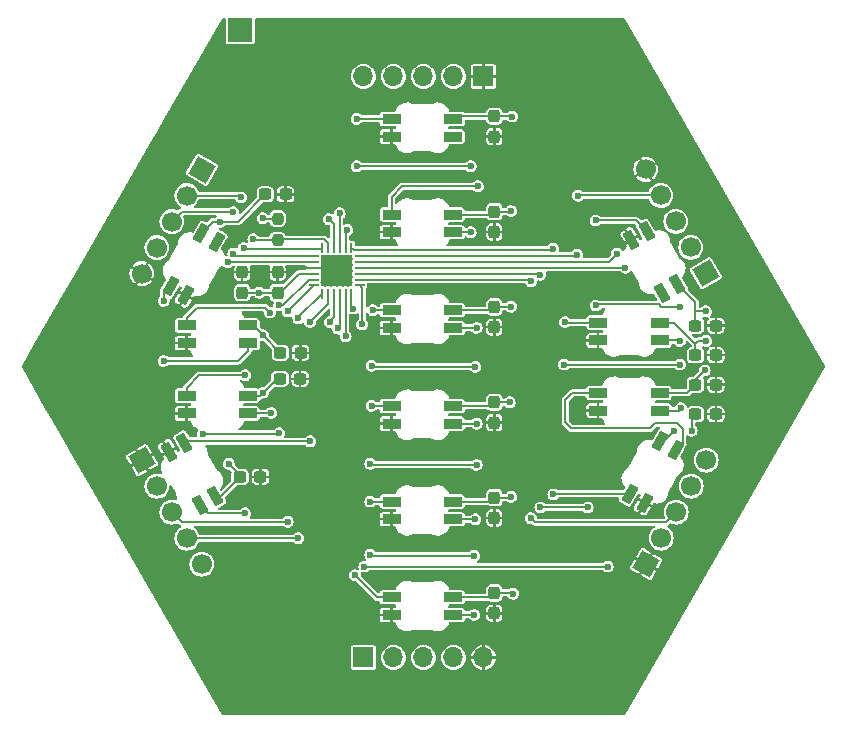
<source format=gbr>
%TF.GenerationSoftware,KiCad,Pcbnew,8.0.8*%
%TF.CreationDate,2025-04-07T13:28:21-04:00*%
%TF.ProjectId,pcb_tile_game_tile_aoa,7063625f-7469-46c6-955f-67616d655f74,1.0*%
%TF.SameCoordinates,Original*%
%TF.FileFunction,Copper,L1,Top*%
%TF.FilePolarity,Positive*%
%FSLAX46Y46*%
G04 Gerber Fmt 4.6, Leading zero omitted, Abs format (unit mm)*
G04 Created by KiCad (PCBNEW 8.0.8) date 2025-04-07 13:28:21*
%MOMM*%
%LPD*%
G01*
G04 APERTURE LIST*
G04 Aperture macros list*
%AMRoundRect*
0 Rectangle with rounded corners*
0 $1 Rounding radius*
0 $2 $3 $4 $5 $6 $7 $8 $9 X,Y pos of 4 corners*
0 Add a 4 corners polygon primitive as box body*
4,1,4,$2,$3,$4,$5,$6,$7,$8,$9,$2,$3,0*
0 Add four circle primitives for the rounded corners*
1,1,$1+$1,$2,$3*
1,1,$1+$1,$4,$5*
1,1,$1+$1,$6,$7*
1,1,$1+$1,$8,$9*
0 Add four rect primitives between the rounded corners*
20,1,$1+$1,$2,$3,$4,$5,0*
20,1,$1+$1,$4,$5,$6,$7,0*
20,1,$1+$1,$6,$7,$8,$9,0*
20,1,$1+$1,$8,$9,$2,$3,0*%
%AMHorizOval*
0 Thick line with rounded ends*
0 $1 width*
0 $2 $3 position (X,Y) of the first rounded end (center of the circle)*
0 $4 $5 position (X,Y) of the second rounded end (center of the circle)*
0 Add line between two ends*
20,1,$1,$2,$3,$4,$5,0*
0 Add two circle primitives to create the rounded ends*
1,1,$1,$2,$3*
1,1,$1,$4,$5*%
%AMRotRect*
0 Rectangle, with rotation*
0 The origin of the aperture is its center*
0 $1 length*
0 $2 width*
0 $3 Rotation angle, in degrees counterclockwise*
0 Add horizontal line*
21,1,$1,$2,0,0,$3*%
G04 Aperture macros list end*
%TA.AperFunction,SMDPad,CuDef*%
%ADD10RoundRect,0.237500X0.237500X-0.300000X0.237500X0.300000X-0.237500X0.300000X-0.237500X-0.300000X0*%
%TD*%
%TA.AperFunction,SMDPad,CuDef*%
%ADD11RoundRect,0.237500X0.300000X0.237500X-0.300000X0.237500X-0.300000X-0.237500X0.300000X-0.237500X0*%
%TD*%
%TA.AperFunction,ComponentPad*%
%ADD12R,1.700000X1.700000*%
%TD*%
%TA.AperFunction,ComponentPad*%
%ADD13O,1.700000X1.700000*%
%TD*%
%TA.AperFunction,SMDPad,CuDef*%
%ADD14RoundRect,0.237500X-0.237500X0.250000X-0.237500X-0.250000X0.237500X-0.250000X0.237500X0.250000X0*%
%TD*%
%TA.AperFunction,ComponentPad*%
%ADD15RotRect,1.700000X1.700000X150.000000*%
%TD*%
%TA.AperFunction,ComponentPad*%
%ADD16HorizOval,1.700000X0.000000X0.000000X0.000000X0.000000X0*%
%TD*%
%TA.AperFunction,ComponentPad*%
%ADD17RotRect,1.700000X1.700000X330.000000*%
%TD*%
%TA.AperFunction,ComponentPad*%
%ADD18HorizOval,1.700000X0.000000X0.000000X0.000000X0.000000X0*%
%TD*%
%TA.AperFunction,ComponentPad*%
%ADD19RotRect,1.700000X1.700000X210.000000*%
%TD*%
%TA.AperFunction,ComponentPad*%
%ADD20HorizOval,1.700000X0.000000X0.000000X0.000000X0.000000X0*%
%TD*%
%TA.AperFunction,ComponentPad*%
%ADD21RotRect,1.700000X1.700000X30.000000*%
%TD*%
%TA.AperFunction,ComponentPad*%
%ADD22HorizOval,1.700000X0.000000X0.000000X0.000000X0.000000X0*%
%TD*%
%TA.AperFunction,SMDPad,CuDef*%
%ADD23R,2.000000X2.000000*%
%TD*%
%TA.AperFunction,SMDPad,CuDef*%
%ADD24RoundRect,0.062500X-0.350000X-0.062500X0.350000X-0.062500X0.350000X0.062500X-0.350000X0.062500X0*%
%TD*%
%TA.AperFunction,SMDPad,CuDef*%
%ADD25RoundRect,0.062500X-0.062500X-0.350000X0.062500X-0.350000X0.062500X0.350000X-0.062500X0.350000X0*%
%TD*%
%TA.AperFunction,HeatsinkPad*%
%ADD26R,2.600000X2.600000*%
%TD*%
%TA.AperFunction,SMDPad,CuDef*%
%ADD27RoundRect,0.082000X-0.718000X0.328000X-0.718000X-0.328000X0.718000X-0.328000X0.718000X0.328000X0*%
%TD*%
%TA.AperFunction,SMDPad,CuDef*%
%ADD28RoundRect,0.082000X-0.074944X0.785806X-0.643056X0.457806X0.074944X-0.785806X0.643056X-0.457806X0*%
%TD*%
%TA.AperFunction,SMDPad,CuDef*%
%ADD29RoundRect,0.082000X-0.643056X-0.457806X-0.074944X-0.785806X0.643056X0.457806X0.074944X0.785806X0*%
%TD*%
%TA.AperFunction,ViaPad*%
%ADD30C,0.600000*%
%TD*%
%TA.AperFunction,Conductor*%
%ADD31C,0.200000*%
%TD*%
G04 APERTURE END LIST*
D10*
%TO.P,C2,1*%
%TO.N,GND*%
X146060000Y-92790000D03*
%TO.P,C2,2*%
%TO.N,VCC*%
X146060000Y-91065000D03*
%TD*%
D11*
%TO.P,C13,1*%
%TO.N,GND*%
X129660000Y-78800000D03*
%TO.P,C13,2*%
%TO.N,VCC*%
X127935000Y-78800002D03*
%TD*%
D10*
%TO.P,C3,1*%
%TO.N,GND*%
X146060000Y-84717500D03*
%TO.P,C3,2*%
%TO.N,VCC*%
X146060000Y-82992500D03*
%TD*%
D12*
%TO.P,J2,1,Pin_1*%
%TO.N,VCC*%
X134980000Y-104600000D03*
D13*
%TO.P,J2,2,Pin_2*%
%TO.N,/TX_J2*%
X137520000Y-104600000D03*
%TO.P,J2,3,Pin_3*%
%TO.N,/DATA_J2*%
X140060000Y-104600000D03*
%TO.P,J2,4,Pin_4*%
%TO.N,/RX_J2*%
X142600000Y-104600000D03*
%TO.P,J2,5,Pin_5*%
%TO.N,GND*%
X145140000Y-104600000D03*
%TD*%
D14*
%TO.P,R1,1*%
%TO.N,VCC*%
X127710000Y-67437500D03*
%TO.P,R1,2*%
%TO.N,/UPDI*%
X127710000Y-69262500D03*
%TD*%
D11*
%TO.P,C10,1*%
%TO.N,GND*%
X164810000Y-76500000D03*
%TO.P,C10,2*%
%TO.N,VCC*%
X163085000Y-76500000D03*
%TD*%
D10*
%TO.P,C15,1*%
%TO.N,VCC*%
X127710000Y-73712500D03*
%TO.P,C15,2*%
%TO.N,GND*%
X127710000Y-71987500D03*
%TD*%
%TO.P,C5,1*%
%TO.N,GND*%
X146060000Y-68572500D03*
%TO.P,C5,2*%
%TO.N,VCC*%
X146060000Y-66847500D03*
%TD*%
D11*
%TO.P,C8,1*%
%TO.N,GND*%
X164810000Y-81500000D03*
%TO.P,C8,2*%
%TO.N,VCC*%
X163085000Y-81500000D03*
%TD*%
D10*
%TO.P,C6,1*%
%TO.N,GND*%
X146060000Y-60500000D03*
%TO.P,C6,2*%
%TO.N,VCC*%
X146060000Y-58775000D03*
%TD*%
D15*
%TO.P,J3,1,Pin_1*%
%TO.N,GND*%
X158920000Y-96689409D03*
D16*
%TO.P,J3,2,Pin_2*%
%TO.N,/TX_J3*%
X160190000Y-94489704D03*
%TO.P,J3,3,Pin_3*%
%TO.N,/DATA_J3*%
X161460000Y-92290000D03*
%TO.P,J3,4,Pin_4*%
%TO.N,/RX_J3*%
X162730000Y-90090295D03*
%TO.P,J3,5,Pin_5*%
%TO.N,VCC*%
X164000000Y-87890591D03*
%TD*%
D11*
%TO.P,C14,1*%
%TO.N,GND*%
X128385000Y-65400002D03*
%TO.P,C14,2*%
%TO.N,VCC*%
X126660000Y-65400000D03*
%TD*%
%TO.P,C12,1*%
%TO.N,GND*%
X129622500Y-81000000D03*
%TO.P,C12,2*%
%TO.N,VCC*%
X127897500Y-81000000D03*
%TD*%
D17*
%TO.P,J6,1,Pin_1*%
%TO.N,VCC*%
X121300000Y-63300591D03*
D18*
%TO.P,J6,2,Pin_2*%
%TO.N,/TX_J6*%
X120030000Y-65500296D03*
%TO.P,J6,3,Pin_3*%
%TO.N,/DATA_J6*%
X118760000Y-67700000D03*
%TO.P,J6,4,Pin_4*%
%TO.N,/RX_J6*%
X117490000Y-69899705D03*
%TO.P,J6,5,Pin_5*%
%TO.N,GND*%
X116220000Y-72099409D03*
%TD*%
D11*
%TO.P,C7,1*%
%TO.N,GND*%
X164810000Y-84000000D03*
%TO.P,C7,2*%
%TO.N,VCC*%
X163085000Y-84000000D03*
%TD*%
D10*
%TO.P,C1,1*%
%TO.N,GND*%
X146060000Y-100862500D03*
%TO.P,C1,2*%
%TO.N,VCC*%
X146060000Y-99137500D03*
%TD*%
D19*
%TO.P,J4,1,Pin_1*%
%TO.N,VCC*%
X163963349Y-72075928D03*
D20*
%TO.P,J4,2,Pin_2*%
%TO.N,/TX_J4*%
X162693349Y-69876223D03*
%TO.P,J4,3,Pin_3*%
%TO.N,/DATA_J4*%
X161423349Y-67676519D03*
%TO.P,J4,4,Pin_4*%
%TO.N,/RX_J4*%
X160153349Y-65476814D03*
%TO.P,J4,5,Pin_5*%
%TO.N,GND*%
X158883349Y-63277110D03*
%TD*%
D11*
%TO.P,C9,1*%
%TO.N,GND*%
X164810000Y-79000000D03*
%TO.P,C9,2*%
%TO.N,VCC*%
X163085000Y-79000000D03*
%TD*%
D21*
%TO.P,J1,1,Pin_1*%
%TO.N,GND*%
X116220000Y-87900591D03*
D22*
%TO.P,J1,2,Pin_2*%
%TO.N,/TX_J1*%
X117490000Y-90100296D03*
%TO.P,J1,3,Pin_3*%
%TO.N,/DATA_J1*%
X118760000Y-92300000D03*
%TO.P,J1,4,Pin_4*%
%TO.N,/RX_J1*%
X120030000Y-94499705D03*
%TO.P,J1,5,Pin_5*%
%TO.N,VCC*%
X121300000Y-96699409D03*
%TD*%
D10*
%TO.P,C4,1*%
%TO.N,GND*%
X146060000Y-76645000D03*
%TO.P,C4,2*%
%TO.N,VCC*%
X146060000Y-74920000D03*
%TD*%
D12*
%TO.P,J5,1,Pin_1*%
%TO.N,GND*%
X145140000Y-55400000D03*
D13*
%TO.P,J5,2,Pin_2*%
%TO.N,/TX_J5*%
X142600000Y-55400000D03*
%TO.P,J5,3,Pin_3*%
%TO.N,/DATA_J5*%
X140060000Y-55400000D03*
%TO.P,J5,4,Pin_4*%
%TO.N,/RX_J5*%
X137520000Y-55400000D03*
%TO.P,J5,5,Pin_5*%
%TO.N,VCC*%
X134980000Y-55400000D03*
%TD*%
D23*
%TO.P,TP1,1,1*%
%TO.N,/UPDI*%
X124560000Y-51500000D03*
%TD*%
D24*
%TO.P,U2,1,PA2*%
%TO.N,/DATA_J6*%
X130772500Y-70600000D03*
%TO.P,U2,2,PA3*%
%TO.N,/RX_J6*%
X130772500Y-71100000D03*
%TO.P,U2,3,GND*%
%TO.N,GND*%
X130772500Y-71600000D03*
%TO.P,U2,4,VCC*%
%TO.N,VCC*%
X130772500Y-72100000D03*
%TO.P,U2,5,PA4*%
%TO.N,/TX_J1*%
X130772500Y-72600000D03*
%TO.P,U2,6,PA5*%
%TO.N,/DATA_J1*%
X130772500Y-73100000D03*
D25*
%TO.P,U2,7,PA6*%
%TO.N,/RX_J1*%
X131460000Y-73787500D03*
%TO.P,U2,8,PA7*%
%TO.N,/LED_J1-J6*%
X131960000Y-73787500D03*
%TO.P,U2,9,PB7*%
%TO.N,/TX_J2*%
X132460000Y-73787500D03*
%TO.P,U2,10,PB6*%
%TO.N,/DATA_J2*%
X132960000Y-73787500D03*
%TO.P,U2,11,PB5*%
%TO.N,/RX_J2*%
X133460000Y-73787500D03*
%TO.P,U2,12,PB4*%
%TO.N,/LED_J2-J5*%
X133960000Y-73787500D03*
D24*
%TO.P,U2,13,PB3*%
%TO.N,/TX_J3*%
X134647500Y-73100000D03*
%TO.P,U2,14,PB2*%
%TO.N,/DATA_J3*%
X134647500Y-72600000D03*
%TO.P,U2,15,PB1*%
%TO.N,/RX_J3*%
X134647500Y-72100000D03*
%TO.P,U2,16,PB0*%
%TO.N,/TX_J4*%
X134647500Y-71600000D03*
%TO.P,U2,17,PC0*%
%TO.N,/DATA_J4*%
X134647500Y-71100000D03*
%TO.P,U2,18,PC1*%
%TO.N,/RX_J4*%
X134647500Y-70600000D03*
D25*
%TO.P,U2,19,PC2*%
%TO.N,/LED_J3-J4*%
X133960000Y-69912500D03*
%TO.P,U2,20,PC3*%
%TO.N,/TX_J5*%
X133460000Y-69912500D03*
%TO.P,U2,21,PC4*%
%TO.N,/DATA_J5*%
X132960000Y-69912500D03*
%TO.P,U2,22,PC5*%
%TO.N,/RX_J5*%
X132460000Y-69912500D03*
%TO.P,U2,23,~{RESET}/PA0*%
%TO.N,/UPDI*%
X131960000Y-69912500D03*
%TO.P,U2,24,PA1*%
%TO.N,/TX_J6*%
X131460000Y-69912500D03*
D26*
%TO.P,U2,25,GND*%
%TO.N,GND*%
X132710000Y-71850000D03*
%TD*%
D10*
%TO.P,C16,1*%
%TO.N,VCC*%
X124710000Y-73712500D03*
%TO.P,C16,2*%
%TO.N,GND*%
X124710000Y-71987500D03*
%TD*%
D11*
%TO.P,C11,1*%
%TO.N,GND*%
X126260000Y-89300000D03*
%TO.P,C11,2*%
%TO.N,VCC*%
X124535000Y-89300000D03*
%TD*%
D27*
%TO.P,LED2,1,VDD*%
%TO.N,VCC*%
X142560000Y-91400000D03*
%TO.P,LED2,2,DOUT*%
%TO.N,Net-(LED2-DOUT)*%
X142560000Y-92900000D03*
%TO.P,LED2,3,VSS*%
%TO.N,GND*%
X137360000Y-92900000D03*
%TO.P,LED2,4,DIN*%
%TO.N,Net-(LED1-DOUT)*%
X137360000Y-91400000D03*
%TD*%
%TO.P,LED12,1,VDD*%
%TO.N,VCC*%
X125210000Y-82430000D03*
%TO.P,LED12,2,DOUT*%
%TO.N,Net-(LED12-DOUT)*%
X125210000Y-83930000D03*
%TO.P,LED12,3,VSS*%
%TO.N,GND*%
X120010000Y-83930000D03*
%TO.P,LED12,4,DIN*%
%TO.N,Net-(LED11-DOUT)*%
X120010000Y-82430000D03*
%TD*%
D28*
%TO.P,LED10,1,VDD*%
%TO.N,VCC*%
X161560000Y-73000000D03*
%TO.P,LED10,2,DOUT*%
%TO.N,unconnected-(LED10-DOUT-Pad2)*%
X160260960Y-73749999D03*
%TO.P,LED10,3,VSS*%
%TO.N,GND*%
X157660961Y-69246667D03*
%TO.P,LED10,4,DIN*%
%TO.N,Net-(LED10-DIN)*%
X158959998Y-68496667D03*
%TD*%
D27*
%TO.P,LED5,1,VDD*%
%TO.N,VCC*%
X142560000Y-67100000D03*
%TO.P,LED5,2,DOUT*%
%TO.N,Net-(LED5-DOUT)*%
X142560000Y-68600000D03*
%TO.P,LED5,3,VSS*%
%TO.N,GND*%
X137360000Y-68600000D03*
%TO.P,LED5,4,DIN*%
%TO.N,Net-(LED4-DOUT)*%
X137360000Y-67100000D03*
%TD*%
%TO.P,LED1,1,VDD*%
%TO.N,VCC*%
X142560000Y-99500000D03*
%TO.P,LED1,2,DOUT*%
%TO.N,Net-(LED1-DOUT)*%
X142560000Y-101000000D03*
%TO.P,LED1,3,VSS*%
%TO.N,GND*%
X137360000Y-101000000D03*
%TO.P,LED1,4,DIN*%
%TO.N,/LED_J2-J5*%
X137360000Y-99500000D03*
%TD*%
%TO.P,LED3,1,VDD*%
%TO.N,VCC*%
X142560000Y-83300000D03*
%TO.P,LED3,2,DOUT*%
%TO.N,Net-(LED3-DOUT)*%
X142560000Y-84800000D03*
%TO.P,LED3,3,VSS*%
%TO.N,GND*%
X137360000Y-84800000D03*
%TO.P,LED3,4,DIN*%
%TO.N,Net-(LED2-DOUT)*%
X137360000Y-83300000D03*
%TD*%
D29*
%TO.P,LED7,1,VDD*%
%TO.N,VCC*%
X160110961Y-86246668D03*
%TO.P,LED7,2,DOUT*%
%TO.N,Net-(LED7-DOUT)*%
X161410000Y-86996668D03*
%TO.P,LED7,3,VSS*%
%TO.N,GND*%
X158810000Y-91500000D03*
%TO.P,LED7,4,DIN*%
%TO.N,/LED_J3-J4*%
X157510961Y-90749999D03*
%TD*%
%TO.P,LED14,1,VDD*%
%TO.N,VCC*%
X121250961Y-68670000D03*
%TO.P,LED14,2,DOUT*%
%TO.N,unconnected-(LED14-DOUT-Pad2)*%
X122550000Y-69420000D03*
%TO.P,LED14,3,VSS*%
%TO.N,GND*%
X119950000Y-73923332D03*
%TO.P,LED14,4,DIN*%
%TO.N,Net-(LED13-DOUT)*%
X118650961Y-73173332D03*
%TD*%
D27*
%TO.P,LED8,1,VDD*%
%TO.N,VCC*%
X160060000Y-82200000D03*
%TO.P,LED8,2,DOUT*%
%TO.N,Net-(LED8-DOUT)*%
X160060000Y-83700000D03*
%TO.P,LED8,3,VSS*%
%TO.N,GND*%
X154860000Y-83700000D03*
%TO.P,LED8,4,DIN*%
%TO.N,Net-(LED7-DOUT)*%
X154860000Y-82200000D03*
%TD*%
D28*
%TO.P,LED11,1,VDD*%
%TO.N,VCC*%
X122410000Y-90940000D03*
%TO.P,LED11,2,DOUT*%
%TO.N,Net-(LED11-DOUT)*%
X121110961Y-91690000D03*
%TO.P,LED11,3,VSS*%
%TO.N,GND*%
X118510961Y-87186668D03*
%TO.P,LED11,4,DIN*%
%TO.N,/LED_J1-J6*%
X119810000Y-86436668D03*
%TD*%
D27*
%TO.P,LED4,1,VDD*%
%TO.N,VCC*%
X142560000Y-75200000D03*
%TO.P,LED4,2,DOUT*%
%TO.N,Net-(LED4-DOUT)*%
X142560000Y-76700000D03*
%TO.P,LED4,3,VSS*%
%TO.N,GND*%
X137360000Y-76700000D03*
%TO.P,LED4,4,DIN*%
%TO.N,Net-(LED3-DOUT)*%
X137360000Y-75200000D03*
%TD*%
%TO.P,LED6,1,VDD*%
%TO.N,VCC*%
X142560000Y-59000000D03*
%TO.P,LED6,2,DOUT*%
%TO.N,unconnected-(LED6-DOUT-Pad2)*%
X142560000Y-60500000D03*
%TO.P,LED6,3,VSS*%
%TO.N,GND*%
X137360000Y-60500000D03*
%TO.P,LED6,4,DIN*%
%TO.N,Net-(LED5-DOUT)*%
X137360000Y-59000000D03*
%TD*%
%TO.P,LED9,1,VDD*%
%TO.N,VCC*%
X160060000Y-76250000D03*
%TO.P,LED9,2,DOUT*%
%TO.N,Net-(LED10-DIN)*%
X160060000Y-77750000D03*
%TO.P,LED9,3,VSS*%
%TO.N,GND*%
X154860000Y-77750000D03*
%TO.P,LED9,4,DIN*%
%TO.N,Net-(LED8-DOUT)*%
X154860000Y-76250000D03*
%TD*%
%TO.P,LED13,1,VDD*%
%TO.N,VCC*%
X125210000Y-76490000D03*
%TO.P,LED13,2,DOUT*%
%TO.N,Net-(LED13-DOUT)*%
X125210000Y-77990000D03*
%TO.P,LED13,3,VSS*%
%TO.N,GND*%
X120010000Y-77990000D03*
%TO.P,LED13,4,DIN*%
%TO.N,Net-(LED12-DOUT)*%
X120010000Y-76490000D03*
%TD*%
D30*
%TO.N,GND*%
X152560000Y-81200000D03*
X152960000Y-83600000D03*
%TO.N,VCC*%
X126510000Y-82171285D03*
X126460000Y-67400000D03*
X147560000Y-58800000D03*
X147460000Y-91000000D03*
X161260000Y-85400000D03*
X126460000Y-77300000D03*
X122860000Y-67700000D03*
X147660000Y-99200000D03*
X162760000Y-85400000D03*
X163860000Y-80300000D03*
X147460000Y-66800000D03*
X123560000Y-88200000D03*
X163960000Y-75300000D03*
X147460000Y-74900000D03*
X163960000Y-77800000D03*
X126160000Y-73712500D03*
X147359996Y-83000000D03*
%TO.N,Net-(LED1-DOUT)*%
X135560000Y-91400000D03*
X135560000Y-95900000D03*
X144360000Y-96000000D03*
X144360000Y-101000000D03*
%TO.N,Net-(LED2-DOUT)*%
X144560000Y-88300000D03*
X135560000Y-88200000D03*
X135660000Y-83300000D03*
X144460000Y-92900000D03*
%TO.N,Net-(LED3-DOUT)*%
X144460000Y-80000000D03*
X144560000Y-84800000D03*
X135660000Y-79900000D03*
X135760000Y-75200000D03*
%TO.N,Net-(LED4-DOUT)*%
X144660000Y-64700000D03*
X144560000Y-76700000D03*
%TO.N,Net-(LED5-DOUT)*%
X134410002Y-59000000D03*
X144060000Y-63000000D03*
X144060000Y-68600000D03*
X134410002Y-63000000D03*
%TO.N,/DATA_J1*%
X128560000Y-93099998D03*
X128560000Y-75300000D03*
%TO.N,/TX_J1*%
X121376017Y-85661070D03*
X127850928Y-85600000D03*
X127850928Y-74750000D03*
%TO.N,/RX_J1*%
X129460000Y-94500000D03*
X129460000Y-75900000D03*
%TO.N,/TX_J2*%
X132110222Y-76219506D03*
%TO.N,/DATA_J2*%
X132810000Y-76744159D03*
%TO.N,/RX_J2*%
X133460000Y-77400000D03*
%TO.N,/RX_J3*%
X149960000Y-72200000D03*
X149960000Y-91900000D03*
X153960000Y-91900000D03*
%TO.N,/DATA_J3*%
X149160000Y-92800000D03*
X149160000Y-72750000D03*
%TO.N,/TX_J3*%
X155660000Y-96900000D03*
X135060000Y-96900000D03*
X134860000Y-76400000D03*
%TO.N,/TX_J4*%
X157159998Y-71600000D03*
%TO.N,/RX_J4*%
X153159992Y-65500000D03*
X153060000Y-70500000D03*
%TO.N,/DATA_J4*%
X156460000Y-70400000D03*
%TO.N,/UPDI*%
X124560000Y-51500000D03*
X125660000Y-69200000D03*
%TO.N,/RX_J5*%
X132054139Y-67496185D03*
%TO.N,/TX_J5*%
X133610000Y-68400000D03*
%TO.N,/DATA_J5*%
X132960000Y-66999998D03*
%TO.N,Net-(LED8-DOUT)*%
X161860000Y-83500000D03*
X152060000Y-76200000D03*
X161760000Y-79800000D03*
X151960000Y-79800000D03*
%TO.N,Net-(LED10-DIN)*%
X154660000Y-74800018D03*
X161760000Y-77800000D03*
X161760000Y-74900006D03*
X154660000Y-67600000D03*
%TO.N,Net-(LED11-DOUT)*%
X124960000Y-92400000D03*
X124960000Y-80700000D03*
%TO.N,/DATA_J6*%
X123960000Y-66900000D03*
X123960000Y-70400000D03*
%TO.N,/RX_J6*%
X123476386Y-71130021D03*
%TO.N,/TX_J6*%
X124610002Y-65649998D03*
X124822352Y-69950000D03*
%TO.N,/LED_J1-J6*%
X130460000Y-76200000D03*
X130460000Y-86300000D03*
%TO.N,/LED_J2-J5*%
X134110000Y-75059620D03*
X134264952Y-97645056D03*
%TO.N,Net-(LED12-DOUT)*%
X127060000Y-75400000D03*
X127160000Y-83900000D03*
%TO.N,/LED_J3-J4*%
X151060000Y-90800000D03*
X151060000Y-70000000D03*
%TO.N,Net-(LED13-DOUT)*%
X118060000Y-79500000D03*
X118060000Y-74400000D03*
%TD*%
D31*
%TO.N,GND*%
X128097500Y-71600000D02*
X127710000Y-71987500D01*
X127710000Y-71987500D02*
X124710000Y-71987500D01*
X127710000Y-71987500D02*
X128772500Y-71987500D01*
X129460000Y-71600000D02*
X129160000Y-71600000D01*
X129160000Y-71600000D02*
X128860000Y-71900000D01*
X130772500Y-71600000D02*
X129460000Y-71600000D01*
X128772500Y-71987500D02*
X128860000Y-71900000D01*
%TO.N,VCC*%
X146060000Y-82992500D02*
X147352496Y-82992500D01*
X122220961Y-67700000D02*
X122860000Y-67700000D01*
X124535000Y-89175000D02*
X123560000Y-88200000D01*
X160110961Y-86246668D02*
X160413332Y-86246668D01*
X163085000Y-75300000D02*
X163960000Y-75300000D01*
X127681285Y-81000000D02*
X126510000Y-82171285D01*
X142560000Y-99500000D02*
X145697500Y-99500000D01*
X121250961Y-68670000D02*
X122220961Y-67700000D01*
X147352496Y-82992500D02*
X147359996Y-83000000D01*
X124360000Y-67700000D02*
X122860000Y-67700000D01*
X147535000Y-58775000D02*
X147560000Y-58800000D01*
X127935000Y-78800002D02*
X126460000Y-77325002D01*
X161560000Y-73000000D02*
X163085000Y-74525000D01*
X162385000Y-82200000D02*
X163085000Y-81500000D01*
X146060000Y-58775000D02*
X147535000Y-58775000D01*
X162760000Y-85400000D02*
X162760000Y-84325000D01*
X145807500Y-67100000D02*
X146060000Y-66847500D01*
X126460000Y-77325002D02*
X126460000Y-77300000D01*
X127710000Y-67437500D02*
X126497500Y-67437500D01*
X146060000Y-91065000D02*
X147395000Y-91065000D01*
X147440000Y-74920000D02*
X147460000Y-74900000D01*
X163085000Y-74525000D02*
X163085000Y-75300000D01*
X125650000Y-76490000D02*
X126460000Y-77300000D01*
X122410000Y-90940000D02*
X122895000Y-90940000D01*
X142660000Y-59000000D02*
X142885000Y-58775000D01*
X162760000Y-84325000D02*
X163085000Y-84000000D01*
X163085000Y-78025000D02*
X163085000Y-79000000D01*
X127160000Y-73712500D02*
X126160000Y-73712500D01*
X124710000Y-73712500D02*
X126160000Y-73712500D01*
X126660000Y-65400000D02*
X124360000Y-67700000D01*
X160060000Y-82200000D02*
X162385000Y-82200000D01*
X147412500Y-66847500D02*
X147460000Y-66800000D01*
X146060000Y-99137500D02*
X147597500Y-99137500D01*
X160060000Y-76250000D02*
X161310000Y-76250000D01*
X145725000Y-91400000D02*
X146060000Y-91065000D01*
X142560000Y-75200000D02*
X145780000Y-75200000D01*
X122895000Y-90940000D02*
X124535000Y-89300000D01*
X146060000Y-74920000D02*
X147440000Y-74920000D01*
X145752500Y-83300000D02*
X146060000Y-82992500D01*
X146060000Y-66847500D02*
X147412500Y-66847500D01*
X142560000Y-83300000D02*
X145752500Y-83300000D01*
X142560000Y-91400000D02*
X145725000Y-91400000D01*
X126251285Y-82430000D02*
X126510000Y-82171285D01*
X161310000Y-76250000D02*
X163085000Y-78025000D01*
X129510000Y-72100000D02*
X127897500Y-73712500D01*
X145697500Y-99500000D02*
X146060000Y-99137500D01*
X142560000Y-59000000D02*
X142660000Y-59000000D01*
X163085000Y-78025000D02*
X163310000Y-77800000D01*
X130772500Y-72100000D02*
X129510000Y-72100000D01*
X124710000Y-73712500D02*
X127160000Y-73712500D01*
X142885000Y-58775000D02*
X146060000Y-58775000D01*
X127160000Y-73712500D02*
X127710000Y-73712500D01*
X124535000Y-89300000D02*
X124535000Y-89175000D01*
X126497500Y-67437500D02*
X126460000Y-67400000D01*
X127897500Y-73712500D02*
X127710000Y-73712500D01*
X147597500Y-99137500D02*
X147660000Y-99200000D01*
X127897500Y-81000000D02*
X127681285Y-81000000D01*
X125210000Y-76490000D02*
X125650000Y-76490000D01*
X163085000Y-81500000D02*
X163085000Y-81075000D01*
X163310000Y-77800000D02*
X163960000Y-77800000D01*
X163085000Y-81075000D02*
X163860000Y-80300000D01*
X142560000Y-67100000D02*
X145807500Y-67100000D01*
X147395000Y-91065000D02*
X147460000Y-91000000D01*
X145780000Y-75200000D02*
X146060000Y-74920000D01*
X163085000Y-75300000D02*
X163085000Y-76500000D01*
X160413332Y-86246668D02*
X161260000Y-85400000D01*
X125210000Y-82430000D02*
X126251285Y-82430000D01*
%TO.N,Net-(LED1-DOUT)*%
X142560000Y-101000000D02*
X144360000Y-101000000D01*
X135660000Y-96000000D02*
X135560000Y-95900000D01*
X144360000Y-96000000D02*
X135660000Y-96000000D01*
X135560000Y-91400000D02*
X137360000Y-91400000D01*
%TO.N,Net-(LED2-DOUT)*%
X144560000Y-88300000D02*
X135660000Y-88300000D01*
X142560000Y-92900000D02*
X144460000Y-92900000D01*
X135660000Y-83300000D02*
X137360000Y-83300000D01*
X135660000Y-88300000D02*
X135560000Y-88200000D01*
%TO.N,Net-(LED3-DOUT)*%
X135760000Y-80000000D02*
X135660000Y-79900000D01*
X135760000Y-75200000D02*
X137360000Y-75200000D01*
X144460000Y-80000000D02*
X135760000Y-80000000D01*
X142560000Y-84800000D02*
X144560000Y-84800000D01*
%TO.N,Net-(LED4-DOUT)*%
X142560000Y-76700000D02*
X144560000Y-76700000D01*
X144660000Y-64700000D02*
X138260000Y-64700000D01*
X138260000Y-64700000D02*
X137360000Y-65600000D01*
X137360000Y-65600000D02*
X137360000Y-67100000D01*
%TO.N,Net-(LED5-DOUT)*%
X137360000Y-59000000D02*
X134410002Y-59000000D01*
X144060000Y-63000000D02*
X134410002Y-63000000D01*
X142560000Y-68600000D02*
X144060000Y-68600000D01*
%TO.N,/DATA_J1*%
X128572500Y-75300000D02*
X128560000Y-75300000D01*
X130772500Y-73100000D02*
X128572500Y-75300000D01*
X119610000Y-93150000D02*
X128509998Y-93150000D01*
X128509998Y-93150000D02*
X128560000Y-93099998D01*
X118760000Y-92300000D02*
X119610000Y-93150000D01*
%TO.N,/TX_J1*%
X127789858Y-85661070D02*
X127850928Y-85600000D01*
X128195614Y-74750000D02*
X127850928Y-74750000D01*
X130772500Y-72600000D02*
X130345614Y-72600000D01*
X121376017Y-85661070D02*
X127789858Y-85661070D01*
X130345614Y-72600000D02*
X128195614Y-74750000D01*
%TO.N,/RX_J1*%
X131460000Y-73787500D02*
X129460000Y-75787500D01*
X120030000Y-94499705D02*
X129459705Y-94499705D01*
X129459705Y-94499705D02*
X129460000Y-94500000D01*
X129460000Y-75787500D02*
X129460000Y-75900000D01*
%TO.N,/TX_J2*%
X132460000Y-73787500D02*
X132460000Y-75780761D01*
X132110222Y-76130539D02*
X132110222Y-76219506D01*
X132460000Y-75780761D02*
X132110222Y-76130539D01*
%TO.N,/DATA_J2*%
X132960000Y-73787500D02*
X132960000Y-76594159D01*
X132960000Y-76594159D02*
X132810000Y-76744159D01*
%TO.N,/RX_J2*%
X133460000Y-73787500D02*
X133460000Y-77400000D01*
%TO.N,/RX_J3*%
X134647500Y-72100000D02*
X149860000Y-72100000D01*
X149960000Y-91900000D02*
X153960000Y-91900000D01*
X149860000Y-72100000D02*
X149960000Y-72200000D01*
%TO.N,/DATA_J3*%
X149500000Y-93140000D02*
X149160000Y-92800000D01*
X149010000Y-72600000D02*
X149160000Y-72750000D01*
X161460000Y-92290000D02*
X160610000Y-93140000D01*
X160610000Y-93140000D02*
X149500000Y-93140000D01*
X134647500Y-72600000D02*
X149010000Y-72600000D01*
%TO.N,/TX_J3*%
X135060000Y-96900000D02*
X155660000Y-96900000D01*
X134860000Y-73312500D02*
X134860000Y-76400000D01*
X134647500Y-73100000D02*
X134860000Y-73312500D01*
%TO.N,/TX_J4*%
X157160000Y-71600000D02*
X157159998Y-71600000D01*
X134647500Y-71600000D02*
X157160000Y-71600000D01*
%TO.N,/RX_J4*%
X153183178Y-65476814D02*
X153159992Y-65500000D01*
X160153349Y-65476814D02*
X153183178Y-65476814D01*
X152960000Y-70600000D02*
X153060000Y-70500000D01*
X134647500Y-70600000D02*
X152960000Y-70600000D01*
%TO.N,/DATA_J4*%
X134647500Y-71100000D02*
X155760000Y-71100000D01*
X155760000Y-71100000D02*
X156460000Y-70400000D01*
%TO.N,/UPDI*%
X127710000Y-69262500D02*
X125722500Y-69262500D01*
X125722500Y-69262500D02*
X125660000Y-69200000D01*
X131674386Y-69200000D02*
X127772500Y-69200000D01*
X131960000Y-69912500D02*
X131960000Y-69485614D01*
X131960000Y-69485614D02*
X131674386Y-69200000D01*
X127772500Y-69200000D02*
X127710000Y-69262500D01*
%TO.N,/RX_J5*%
X132460000Y-67902046D02*
X132054139Y-67496185D01*
X132460000Y-69912500D02*
X132460000Y-67902046D01*
%TO.N,/TX_J5*%
X133460000Y-69912500D02*
X133460000Y-68550000D01*
X133460000Y-68550000D02*
X133610000Y-68400000D01*
%TO.N,/DATA_J5*%
X132960000Y-69912500D02*
X132960000Y-67200000D01*
X132960000Y-67200000D02*
X132960000Y-66999998D01*
%TO.N,Net-(LED7-DOUT)*%
X152660000Y-82200000D02*
X154860000Y-82200000D01*
X152554222Y-85194222D02*
X152060000Y-84700000D01*
X161529239Y-84750000D02*
X159660483Y-84750000D01*
X161995641Y-85216402D02*
X161529239Y-84750000D01*
X159216261Y-85194222D02*
X152554222Y-85194222D01*
X152060000Y-84700000D02*
X152060000Y-82800000D01*
X161995641Y-86411027D02*
X161995641Y-85216402D01*
X161410000Y-86996668D02*
X161995641Y-86411027D01*
X159660483Y-84750000D02*
X159216261Y-85194222D01*
X152060000Y-82800000D02*
X152660000Y-82200000D01*
%TO.N,Net-(LED8-DOUT)*%
X160060000Y-83700000D02*
X161660000Y-83700000D01*
X154860000Y-76250000D02*
X152110000Y-76250000D01*
X161760000Y-79800000D02*
X151960000Y-79800000D01*
X152110000Y-76250000D02*
X152060000Y-76200000D01*
X161660000Y-83700000D02*
X161860000Y-83500000D01*
%TO.N,Net-(LED10-DIN)*%
X161710000Y-77750000D02*
X161760000Y-77800000D01*
X161741310Y-74918696D02*
X160177305Y-74918696D01*
X154760018Y-74700000D02*
X154660000Y-74800018D01*
X154660000Y-67600000D02*
X158063331Y-67600000D01*
X160177305Y-74918696D02*
X159958609Y-74700000D01*
X160060000Y-77750000D02*
X161710000Y-77750000D01*
X161760000Y-74900006D02*
X161741310Y-74918696D01*
X159958609Y-74700000D02*
X154760018Y-74700000D01*
X158063331Y-67600000D02*
X158959998Y-68496667D01*
%TO.N,Net-(LED11-DOUT)*%
X121110961Y-91690000D02*
X121820961Y-92400000D01*
X121820961Y-92400000D02*
X124960000Y-92400000D01*
X124960000Y-80700000D02*
X121080716Y-80700000D01*
X121080716Y-80700000D02*
X120010000Y-81770716D01*
X120010000Y-81770716D02*
X120010000Y-82430000D01*
%TO.N,/DATA_J6*%
X118760000Y-67700000D02*
X119610000Y-66850000D01*
X123910000Y-66850000D02*
X123960000Y-66900000D01*
X130772500Y-70600000D02*
X124160000Y-70600000D01*
X124160000Y-70600000D02*
X123960000Y-70400000D01*
X119610000Y-66850000D02*
X123910000Y-66850000D01*
%TO.N,/RX_J6*%
X130772500Y-71100000D02*
X123506407Y-71100000D01*
X123506407Y-71100000D02*
X123476386Y-71130021D01*
%TO.N,/TX_J6*%
X124922352Y-70050000D02*
X124822352Y-69950000D01*
X131460000Y-69912500D02*
X131322500Y-70050000D01*
X131322500Y-70050000D02*
X124922352Y-70050000D01*
X120030000Y-65500296D02*
X124460300Y-65500296D01*
X124460300Y-65500296D02*
X124610002Y-65649998D01*
%TO.N,/LED_J1-J6*%
X131960000Y-74700000D02*
X130460000Y-76200000D01*
X120816186Y-86256625D02*
X121126424Y-86306793D01*
X131960000Y-73787500D02*
X131960000Y-74700000D01*
X130453207Y-86306793D02*
X130460000Y-86300000D01*
X121126424Y-86306793D02*
X130453207Y-86306793D01*
X119810000Y-86436668D02*
X119990043Y-86256625D01*
X119990043Y-86256625D02*
X120816186Y-86256625D01*
%TO.N,/LED_J2-J5*%
X134019620Y-75059620D02*
X134110000Y-75059620D01*
X133960000Y-73787500D02*
X133960000Y-75000000D01*
X133960000Y-75000000D02*
X134019620Y-75059620D01*
X137360000Y-99500000D02*
X136119896Y-99500000D01*
X136119896Y-99500000D02*
X134264952Y-97645056D01*
%TO.N,Net-(LED12-DOUT)*%
X120859418Y-74995736D02*
X120010000Y-75845154D01*
X120010000Y-75845154D02*
X120010000Y-76490000D01*
X127130000Y-83930000D02*
X127160000Y-83900000D01*
X125210000Y-83930000D02*
X127130000Y-83930000D01*
X127060000Y-75400000D02*
X126655736Y-74995736D01*
X126655736Y-74995736D02*
X120859418Y-74995736D01*
%TO.N,/LED_J3-J4*%
X151110001Y-90749999D02*
X151060000Y-90800000D01*
X150965736Y-70094264D02*
X151060000Y-70000000D01*
X134141764Y-70094264D02*
X150965736Y-70094264D01*
X133960000Y-69912500D02*
X134141764Y-70094264D01*
X157510961Y-90749999D02*
X151110001Y-90749999D01*
%TO.N,Net-(LED13-DOUT)*%
X125210000Y-77990000D02*
X125210000Y-78649284D01*
X125210000Y-78649284D02*
X124359284Y-79500000D01*
X118060000Y-73764293D02*
X118650961Y-73173332D01*
X118060000Y-74400000D02*
X118060000Y-73764293D01*
X124359284Y-79500000D02*
X118060000Y-79500000D01*
%TD*%
%TA.AperFunction,Conductor*%
%TO.N,GND*%
G36*
X153821429Y-82519407D02*
G01*
X153857393Y-82568907D01*
X153861578Y-82588086D01*
X153862241Y-82593799D01*
X153904497Y-82689500D01*
X153904902Y-82690416D01*
X153979584Y-82765098D01*
X154027892Y-82786428D01*
X154076200Y-82807759D01*
X154081313Y-82808352D01*
X154099824Y-82810499D01*
X154099825Y-82810500D01*
X154099826Y-82810500D01*
X155160501Y-82810500D01*
X155218692Y-82829407D01*
X155254656Y-82878907D01*
X155259501Y-82909500D01*
X155259501Y-82991000D01*
X155240594Y-83049191D01*
X155191094Y-83085155D01*
X155160501Y-83090000D01*
X154960001Y-83090000D01*
X154960000Y-83090001D01*
X154960000Y-84309998D01*
X154960001Y-84309999D01*
X155109745Y-84309999D01*
X155167936Y-84328906D01*
X155203900Y-84378406D01*
X155204905Y-84381695D01*
X155224576Y-84450256D01*
X155224579Y-84450263D01*
X155305881Y-84613768D01*
X155355748Y-84680263D01*
X155397042Y-84735325D01*
X155416829Y-84793223D01*
X155398805Y-84851693D01*
X155349855Y-84888402D01*
X155317840Y-84893722D01*
X152719701Y-84893722D01*
X152661510Y-84874815D01*
X152649697Y-84864726D01*
X152389496Y-84604525D01*
X152361719Y-84550008D01*
X152360500Y-84534521D01*
X152360500Y-83800001D01*
X153860001Y-83800001D01*
X153860001Y-84070105D01*
X153862735Y-84093683D01*
X153905320Y-84190127D01*
X153979871Y-84264678D01*
X154076321Y-84307265D01*
X154099889Y-84309999D01*
X154759998Y-84309999D01*
X154760000Y-84309998D01*
X154760000Y-83800001D01*
X154759999Y-83800000D01*
X153860002Y-83800000D01*
X153860001Y-83800001D01*
X152360500Y-83800001D01*
X152360500Y-83329886D01*
X153860000Y-83329886D01*
X153860000Y-83599999D01*
X153860001Y-83600000D01*
X154759999Y-83600000D01*
X154760000Y-83599999D01*
X154760000Y-83090001D01*
X154759999Y-83090000D01*
X154099897Y-83090000D01*
X154099894Y-83090001D01*
X154076316Y-83092735D01*
X153979872Y-83135320D01*
X153905321Y-83209871D01*
X153862734Y-83306321D01*
X153860000Y-83329886D01*
X152360500Y-83329886D01*
X152360500Y-82965479D01*
X152379407Y-82907288D01*
X152389496Y-82895475D01*
X152755475Y-82529496D01*
X152809992Y-82501719D01*
X152825479Y-82500500D01*
X153763238Y-82500500D01*
X153821429Y-82519407D01*
G37*
%TD.AperFunction*%
%TA.AperFunction,Conductor*%
G36*
X123318691Y-50519407D02*
G01*
X123354655Y-50568907D01*
X123359500Y-50599500D01*
X123359500Y-52519746D01*
X123359501Y-52519758D01*
X123371132Y-52578227D01*
X123371133Y-52578231D01*
X123415448Y-52644552D01*
X123481769Y-52688867D01*
X123526231Y-52697711D01*
X123540241Y-52700498D01*
X123540246Y-52700498D01*
X123540252Y-52700500D01*
X123540253Y-52700500D01*
X125579747Y-52700500D01*
X125579748Y-52700500D01*
X125638231Y-52688867D01*
X125704552Y-52644552D01*
X125748867Y-52578231D01*
X125760500Y-52519748D01*
X125760500Y-50599500D01*
X125779407Y-50541309D01*
X125828907Y-50505345D01*
X125859500Y-50500500D01*
X157034386Y-50500500D01*
X157092577Y-50519407D01*
X157120122Y-50549999D01*
X164271507Y-62936561D01*
X174094509Y-79950500D01*
X174107230Y-80010348D01*
X174094509Y-80049500D01*
X165890965Y-94258456D01*
X159310831Y-105655583D01*
X157120123Y-109450000D01*
X157074653Y-109490941D01*
X157034386Y-109499500D01*
X123085614Y-109499500D01*
X123027423Y-109480593D01*
X122999877Y-109450000D01*
X120809169Y-105655583D01*
X119697579Y-103730253D01*
X133929500Y-103730253D01*
X133929500Y-105469746D01*
X133929501Y-105469758D01*
X133941132Y-105528227D01*
X133941134Y-105528233D01*
X133985445Y-105594548D01*
X133985448Y-105594552D01*
X134051769Y-105638867D01*
X134096231Y-105647711D01*
X134110241Y-105650498D01*
X134110246Y-105650498D01*
X134110252Y-105650500D01*
X134110253Y-105650500D01*
X135849747Y-105650500D01*
X135849748Y-105650500D01*
X135908231Y-105638867D01*
X135974552Y-105594552D01*
X136018867Y-105528231D01*
X136030500Y-105469748D01*
X136030500Y-104599996D01*
X136464417Y-104599996D01*
X136464417Y-104600003D01*
X136484698Y-104805929D01*
X136484699Y-104805934D01*
X136544768Y-105003954D01*
X136642316Y-105186452D01*
X136773302Y-105346059D01*
X136773590Y-105346410D01*
X136773595Y-105346414D01*
X136933547Y-105477683D01*
X136933548Y-105477683D01*
X136933550Y-105477685D01*
X137116046Y-105575232D01*
X137253997Y-105617078D01*
X137314065Y-105635300D01*
X137314070Y-105635301D01*
X137519997Y-105655583D01*
X137520000Y-105655583D01*
X137520003Y-105655583D01*
X137725929Y-105635301D01*
X137725934Y-105635300D01*
X137727556Y-105634808D01*
X137923954Y-105575232D01*
X138106450Y-105477685D01*
X138266410Y-105346410D01*
X138397685Y-105186450D01*
X138495232Y-105003954D01*
X138555300Y-104805934D01*
X138555301Y-104805929D01*
X138575583Y-104600003D01*
X138575583Y-104599996D01*
X139004417Y-104599996D01*
X139004417Y-104600003D01*
X139024698Y-104805929D01*
X139024699Y-104805934D01*
X139084768Y-105003954D01*
X139182316Y-105186452D01*
X139313302Y-105346059D01*
X139313590Y-105346410D01*
X139313595Y-105346414D01*
X139473547Y-105477683D01*
X139473548Y-105477683D01*
X139473550Y-105477685D01*
X139656046Y-105575232D01*
X139793997Y-105617078D01*
X139854065Y-105635300D01*
X139854070Y-105635301D01*
X140059997Y-105655583D01*
X140060000Y-105655583D01*
X140060003Y-105655583D01*
X140265929Y-105635301D01*
X140265934Y-105635300D01*
X140267556Y-105634808D01*
X140463954Y-105575232D01*
X140646450Y-105477685D01*
X140806410Y-105346410D01*
X140937685Y-105186450D01*
X141035232Y-105003954D01*
X141095300Y-104805934D01*
X141095301Y-104805929D01*
X141115583Y-104600003D01*
X141115583Y-104599996D01*
X141544417Y-104599996D01*
X141544417Y-104600003D01*
X141564698Y-104805929D01*
X141564699Y-104805934D01*
X141624768Y-105003954D01*
X141722316Y-105186452D01*
X141853302Y-105346059D01*
X141853590Y-105346410D01*
X141853595Y-105346414D01*
X142013547Y-105477683D01*
X142013548Y-105477683D01*
X142013550Y-105477685D01*
X142196046Y-105575232D01*
X142333997Y-105617078D01*
X142394065Y-105635300D01*
X142394070Y-105635301D01*
X142599997Y-105655583D01*
X142600000Y-105655583D01*
X142600003Y-105655583D01*
X142805929Y-105635301D01*
X142805934Y-105635300D01*
X142807556Y-105634808D01*
X143003954Y-105575232D01*
X143186450Y-105477685D01*
X143346410Y-105346410D01*
X143477685Y-105186450D01*
X143575232Y-105003954D01*
X143635300Y-104805934D01*
X143635301Y-104805929D01*
X143655583Y-104600003D01*
X143655583Y-104599996D01*
X143645734Y-104499999D01*
X144094767Y-104499999D01*
X144094768Y-104500000D01*
X144856212Y-104500000D01*
X144840000Y-104560504D01*
X144840000Y-104639496D01*
X144856212Y-104700000D01*
X144094767Y-104700000D01*
X144105190Y-104805831D01*
X144105191Y-104805836D01*
X144165232Y-105003762D01*
X144165234Y-105003767D01*
X144262724Y-105186160D01*
X144262731Y-105186170D01*
X144393940Y-105346050D01*
X144393949Y-105346059D01*
X144553829Y-105477268D01*
X144553839Y-105477275D01*
X144736232Y-105574765D01*
X144736237Y-105574767D01*
X144934166Y-105634808D01*
X145039998Y-105645231D01*
X145040000Y-105645230D01*
X145040000Y-104883788D01*
X145100504Y-104900000D01*
X145179496Y-104900000D01*
X145240000Y-104883788D01*
X145240000Y-105645230D01*
X145240001Y-105645231D01*
X145345833Y-105634808D01*
X145543762Y-105574767D01*
X145543767Y-105574765D01*
X145726160Y-105477275D01*
X145726170Y-105477268D01*
X145886050Y-105346059D01*
X145886059Y-105346050D01*
X146017268Y-105186170D01*
X146017275Y-105186160D01*
X146114765Y-105003767D01*
X146114767Y-105003762D01*
X146174808Y-104805836D01*
X146174809Y-104805831D01*
X146185232Y-104700000D01*
X145423788Y-104700000D01*
X145440000Y-104639496D01*
X145440000Y-104560504D01*
X145423788Y-104500000D01*
X146185232Y-104500000D01*
X146185232Y-104499999D01*
X146174809Y-104394168D01*
X146174808Y-104394163D01*
X146114767Y-104196237D01*
X146114765Y-104196232D01*
X146017275Y-104013839D01*
X146017268Y-104013829D01*
X145886059Y-103853949D01*
X145886050Y-103853940D01*
X145726170Y-103722731D01*
X145726160Y-103722724D01*
X145543767Y-103625234D01*
X145543762Y-103625232D01*
X145345836Y-103565191D01*
X145345831Y-103565190D01*
X145240000Y-103554767D01*
X145240000Y-104316211D01*
X145179496Y-104300000D01*
X145100504Y-104300000D01*
X145040000Y-104316211D01*
X145040000Y-103554767D01*
X145039999Y-103554767D01*
X144934168Y-103565190D01*
X144934163Y-103565191D01*
X144736237Y-103625232D01*
X144736232Y-103625234D01*
X144553839Y-103722724D01*
X144553829Y-103722731D01*
X144393949Y-103853940D01*
X144393940Y-103853949D01*
X144262731Y-104013829D01*
X144262724Y-104013839D01*
X144165234Y-104196232D01*
X144165232Y-104196237D01*
X144105191Y-104394163D01*
X144105190Y-104394168D01*
X144094767Y-104499999D01*
X143645734Y-104499999D01*
X143635301Y-104394070D01*
X143635300Y-104394065D01*
X143606766Y-104300000D01*
X143575232Y-104196046D01*
X143477685Y-104013550D01*
X143346410Y-103853590D01*
X143196123Y-103730253D01*
X143186452Y-103722316D01*
X143003954Y-103624768D01*
X142805934Y-103564699D01*
X142805929Y-103564698D01*
X142600003Y-103544417D01*
X142599997Y-103544417D01*
X142394070Y-103564698D01*
X142394065Y-103564699D01*
X142196045Y-103624768D01*
X142013547Y-103722316D01*
X141853595Y-103853585D01*
X141853585Y-103853595D01*
X141722316Y-104013547D01*
X141624768Y-104196045D01*
X141564699Y-104394065D01*
X141564698Y-104394070D01*
X141544417Y-104599996D01*
X141115583Y-104599996D01*
X141095301Y-104394070D01*
X141095300Y-104394065D01*
X141066766Y-104300000D01*
X141035232Y-104196046D01*
X140937685Y-104013550D01*
X140806410Y-103853590D01*
X140656123Y-103730253D01*
X140646452Y-103722316D01*
X140463954Y-103624768D01*
X140265934Y-103564699D01*
X140265929Y-103564698D01*
X140060003Y-103544417D01*
X140059997Y-103544417D01*
X139854070Y-103564698D01*
X139854065Y-103564699D01*
X139656045Y-103624768D01*
X139473547Y-103722316D01*
X139313595Y-103853585D01*
X139313585Y-103853595D01*
X139182316Y-104013547D01*
X139084768Y-104196045D01*
X139024699Y-104394065D01*
X139024698Y-104394070D01*
X139004417Y-104599996D01*
X138575583Y-104599996D01*
X138555301Y-104394070D01*
X138555300Y-104394065D01*
X138526766Y-104300000D01*
X138495232Y-104196046D01*
X138397685Y-104013550D01*
X138266410Y-103853590D01*
X138116123Y-103730253D01*
X138106452Y-103722316D01*
X137923954Y-103624768D01*
X137725934Y-103564699D01*
X137725929Y-103564698D01*
X137520003Y-103544417D01*
X137519997Y-103544417D01*
X137314070Y-103564698D01*
X137314065Y-103564699D01*
X137116045Y-103624768D01*
X136933547Y-103722316D01*
X136773595Y-103853585D01*
X136773585Y-103853595D01*
X136642316Y-104013547D01*
X136544768Y-104196045D01*
X136484699Y-104394065D01*
X136484698Y-104394070D01*
X136464417Y-104599996D01*
X136030500Y-104599996D01*
X136030500Y-103730252D01*
X136028921Y-103722316D01*
X136027711Y-103716231D01*
X136018867Y-103671769D01*
X135974552Y-103605448D01*
X135974548Y-103605445D01*
X135908233Y-103561134D01*
X135908231Y-103561133D01*
X135908228Y-103561132D01*
X135908227Y-103561132D01*
X135849758Y-103549501D01*
X135849748Y-103549500D01*
X134110252Y-103549500D01*
X134110251Y-103549500D01*
X134110241Y-103549501D01*
X134051772Y-103561132D01*
X134051766Y-103561134D01*
X133985451Y-103605445D01*
X133985445Y-103605451D01*
X133941134Y-103671766D01*
X133941132Y-103671772D01*
X133929501Y-103730241D01*
X133929500Y-103730253D01*
X119697579Y-103730253D01*
X118179002Y-101100001D01*
X136360001Y-101100001D01*
X136360001Y-101370105D01*
X136362735Y-101393683D01*
X136405320Y-101490127D01*
X136479871Y-101564678D01*
X136576321Y-101607265D01*
X136599889Y-101609999D01*
X137259998Y-101609999D01*
X137260000Y-101609998D01*
X137260000Y-101100001D01*
X137259999Y-101100000D01*
X136360002Y-101100000D01*
X136360001Y-101100001D01*
X118179002Y-101100001D01*
X117907581Y-100629886D01*
X136360000Y-100629886D01*
X136360000Y-100899999D01*
X136360001Y-100900000D01*
X137259999Y-100900000D01*
X137260000Y-100899999D01*
X137260000Y-100390001D01*
X137259999Y-100390000D01*
X136599897Y-100390000D01*
X136599894Y-100390001D01*
X136576316Y-100392735D01*
X136479872Y-100435320D01*
X136405321Y-100509871D01*
X136362734Y-100606321D01*
X136360000Y-100629886D01*
X117907581Y-100629886D01*
X115638317Y-96699405D01*
X120244417Y-96699405D01*
X120244417Y-96699412D01*
X120264698Y-96905338D01*
X120264699Y-96905343D01*
X120324768Y-97103363D01*
X120422316Y-97285861D01*
X120492749Y-97371684D01*
X120553590Y-97445819D01*
X120553595Y-97445823D01*
X120713547Y-97577092D01*
X120713548Y-97577092D01*
X120713550Y-97577094D01*
X120896046Y-97674641D01*
X121031038Y-97715590D01*
X121094065Y-97734709D01*
X121094070Y-97734710D01*
X121299997Y-97754992D01*
X121300000Y-97754992D01*
X121300003Y-97754992D01*
X121505929Y-97734710D01*
X121505934Y-97734709D01*
X121703954Y-97674641D01*
X121759309Y-97645053D01*
X133759305Y-97645053D01*
X133759305Y-97645058D01*
X133779786Y-97787512D01*
X133839574Y-97918427D01*
X133839575Y-97918429D01*
X133882176Y-97967593D01*
X133933825Y-98027200D01*
X134054894Y-98105006D01*
X134054899Y-98105009D01*
X134161355Y-98136267D01*
X134192987Y-98145555D01*
X134192988Y-98145555D01*
X134192991Y-98145556D01*
X134192993Y-98145556D01*
X134299473Y-98145556D01*
X134357664Y-98164463D01*
X134369477Y-98174552D01*
X135879436Y-99684511D01*
X135879435Y-99684511D01*
X135935385Y-99740460D01*
X136003903Y-99780019D01*
X136003907Y-99780021D01*
X136080331Y-99800499D01*
X136080333Y-99800500D01*
X136080334Y-99800500D01*
X136159458Y-99800500D01*
X136263238Y-99800500D01*
X136321429Y-99819407D01*
X136357393Y-99868907D01*
X136361578Y-99888086D01*
X136362241Y-99893799D01*
X136404902Y-99990416D01*
X136479584Y-100065098D01*
X136527892Y-100086428D01*
X136576200Y-100107759D01*
X136581313Y-100108352D01*
X136599824Y-100110499D01*
X136599825Y-100110500D01*
X136599826Y-100110500D01*
X137660501Y-100110500D01*
X137718692Y-100129407D01*
X137754656Y-100178907D01*
X137759501Y-100209500D01*
X137759501Y-100291000D01*
X137740594Y-100349191D01*
X137691094Y-100385155D01*
X137660501Y-100390000D01*
X137460001Y-100390000D01*
X137460000Y-100390001D01*
X137460000Y-101609998D01*
X137460001Y-101609999D01*
X137609745Y-101609999D01*
X137667936Y-101628906D01*
X137703900Y-101678406D01*
X137704905Y-101681695D01*
X137724576Y-101750256D01*
X137724579Y-101750263D01*
X137805881Y-101913768D01*
X137915438Y-102059855D01*
X138049595Y-102183664D01*
X138049627Y-102183693D01*
X138049629Y-102183695D01*
X138204015Y-102281194D01*
X138204016Y-102281194D01*
X138204022Y-102281198D01*
X138373514Y-102349142D01*
X138373517Y-102349142D01*
X138373518Y-102349143D01*
X138408283Y-102356162D01*
X138552505Y-102385281D01*
X138714794Y-102388073D01*
X138735080Y-102388422D01*
X138735080Y-102388421D01*
X138735081Y-102388422D01*
X138915210Y-102358460D01*
X139086938Y-102296386D01*
X139102741Y-102287176D01*
X139103849Y-102286624D01*
X139108864Y-102283693D01*
X139108870Y-102283692D01*
X139142537Y-102264021D01*
X139192485Y-102250502D01*
X139231392Y-102250507D01*
X139231394Y-102250506D01*
X139237842Y-102250507D01*
X139237963Y-102250500D01*
X140727507Y-102250500D01*
X140777462Y-102264028D01*
X140815686Y-102286368D01*
X140817527Y-102287286D01*
X140833077Y-102296348D01*
X140930796Y-102331670D01*
X141004787Y-102358416D01*
X141004790Y-102358416D01*
X141004799Y-102358420D01*
X141184920Y-102388381D01*
X141367488Y-102385240D01*
X141546472Y-102349103D01*
X141715958Y-102281163D01*
X141870344Y-102183664D01*
X142004531Y-102059829D01*
X142114083Y-101913748D01*
X142195382Y-101750250D01*
X142214908Y-101682195D01*
X142249130Y-101631477D01*
X142306629Y-101610560D01*
X142310068Y-101610500D01*
X143320175Y-101610500D01*
X143320175Y-101610499D01*
X143343799Y-101607759D01*
X143440416Y-101565098D01*
X143515098Y-101490416D01*
X143557759Y-101393799D01*
X143558422Y-101388086D01*
X143583912Y-101332463D01*
X143637228Y-101302446D01*
X143656762Y-101300500D01*
X143912917Y-101300500D01*
X143971108Y-101319407D01*
X143987733Y-101334667D01*
X144028872Y-101382143D01*
X144149947Y-101459953D01*
X144252711Y-101490127D01*
X144288035Y-101500499D01*
X144288036Y-101500499D01*
X144288039Y-101500500D01*
X144288041Y-101500500D01*
X144431959Y-101500500D01*
X144431961Y-101500500D01*
X144570053Y-101459953D01*
X144691128Y-101382143D01*
X144785377Y-101273373D01*
X144845165Y-101142457D01*
X144851992Y-101094971D01*
X144865647Y-101000002D01*
X144865647Y-100999997D01*
X144860256Y-100962501D01*
X145385000Y-100962501D01*
X145385000Y-101215201D01*
X145387771Y-101244758D01*
X145387772Y-101244759D01*
X145431330Y-101369240D01*
X145509641Y-101475348D01*
X145509651Y-101475358D01*
X145615759Y-101553669D01*
X145740240Y-101597227D01*
X145740241Y-101597228D01*
X145769799Y-101600000D01*
X145959999Y-101600000D01*
X145960000Y-101599999D01*
X145960000Y-100962501D01*
X146160000Y-100962501D01*
X146160000Y-101599999D01*
X146160001Y-101600000D01*
X146350201Y-101600000D01*
X146379758Y-101597228D01*
X146379759Y-101597227D01*
X146504240Y-101553669D01*
X146610348Y-101475358D01*
X146610358Y-101475348D01*
X146688669Y-101369240D01*
X146732227Y-101244759D01*
X146732228Y-101244758D01*
X146735000Y-101215201D01*
X146735000Y-100962501D01*
X146734999Y-100962500D01*
X146160001Y-100962500D01*
X146160000Y-100962501D01*
X145960000Y-100962501D01*
X145959999Y-100962500D01*
X145385001Y-100962500D01*
X145385000Y-100962501D01*
X144860256Y-100962501D01*
X144845165Y-100857543D01*
X144785377Y-100726628D01*
X144785377Y-100726627D01*
X144691128Y-100617857D01*
X144691127Y-100617856D01*
X144691126Y-100617855D01*
X144570057Y-100540049D01*
X144570054Y-100540047D01*
X144570053Y-100540047D01*
X144570050Y-100540046D01*
X144467036Y-100509798D01*
X145385000Y-100509798D01*
X145385000Y-100762499D01*
X145385001Y-100762500D01*
X145959999Y-100762500D01*
X145960000Y-100762499D01*
X145960000Y-100125001D01*
X146160000Y-100125001D01*
X146160000Y-100762499D01*
X146160001Y-100762500D01*
X146734999Y-100762500D01*
X146735000Y-100762499D01*
X146735000Y-100509798D01*
X146732228Y-100480241D01*
X146732227Y-100480240D01*
X146688669Y-100355759D01*
X146610358Y-100249651D01*
X146610348Y-100249641D01*
X146504240Y-100171330D01*
X146379759Y-100127772D01*
X146379758Y-100127771D01*
X146350201Y-100125000D01*
X146160001Y-100125000D01*
X146160000Y-100125001D01*
X145960000Y-100125001D01*
X145959999Y-100125000D01*
X145769799Y-100125000D01*
X145740241Y-100127771D01*
X145740240Y-100127772D01*
X145615759Y-100171330D01*
X145509651Y-100249641D01*
X145509641Y-100249651D01*
X145431330Y-100355759D01*
X145387772Y-100480240D01*
X145387771Y-100480241D01*
X145385000Y-100509798D01*
X144467036Y-100509798D01*
X144431964Y-100499500D01*
X144431961Y-100499500D01*
X144288039Y-100499500D01*
X144288035Y-100499500D01*
X144149949Y-100540046D01*
X144149942Y-100540049D01*
X144028876Y-100617854D01*
X144028871Y-100617858D01*
X143987736Y-100665331D01*
X143935340Y-100696927D01*
X143912917Y-100699500D01*
X143656762Y-100699500D01*
X143598571Y-100680593D01*
X143562607Y-100631093D01*
X143558422Y-100611914D01*
X143558314Y-100610987D01*
X143557759Y-100606201D01*
X143515098Y-100509584D01*
X143440416Y-100434902D01*
X143440414Y-100434901D01*
X143343799Y-100392240D01*
X143320178Y-100389500D01*
X143320174Y-100389500D01*
X142259499Y-100389500D01*
X142201308Y-100370593D01*
X142165344Y-100321093D01*
X142160499Y-100290500D01*
X142160499Y-100209500D01*
X142179406Y-100151309D01*
X142228906Y-100115345D01*
X142259499Y-100110500D01*
X143320175Y-100110500D01*
X143320175Y-100110499D01*
X143343799Y-100107759D01*
X143440416Y-100065098D01*
X143515098Y-99990416D01*
X143557759Y-99893799D01*
X143558422Y-99888086D01*
X143583912Y-99832463D01*
X143637228Y-99802446D01*
X143656762Y-99800500D01*
X145544174Y-99800500D01*
X145602365Y-99819407D01*
X145602959Y-99819843D01*
X145615520Y-99829113D01*
X145615522Y-99829114D01*
X145615525Y-99829116D01*
X145740151Y-99872725D01*
X145767441Y-99875284D01*
X145769733Y-99875499D01*
X145769738Y-99875500D01*
X145769744Y-99875500D01*
X146350262Y-99875500D01*
X146350265Y-99875499D01*
X146379849Y-99872725D01*
X146504475Y-99829116D01*
X146610711Y-99750711D01*
X146689116Y-99644475D01*
X146732725Y-99519849D01*
X146732725Y-99519845D01*
X146733594Y-99515873D01*
X146764483Y-99463058D01*
X146820518Y-99438486D01*
X146830313Y-99438000D01*
X147158760Y-99438000D01*
X147216951Y-99456907D01*
X147233579Y-99472169D01*
X147328870Y-99582141D01*
X147328872Y-99582143D01*
X147425862Y-99644475D01*
X147449947Y-99659953D01*
X147533585Y-99684511D01*
X147588035Y-99700499D01*
X147588036Y-99700499D01*
X147588039Y-99700500D01*
X147588041Y-99700500D01*
X147731959Y-99700500D01*
X147731961Y-99700500D01*
X147870053Y-99659953D01*
X147991128Y-99582143D01*
X148085377Y-99473373D01*
X148145165Y-99342457D01*
X148158386Y-99250501D01*
X148165647Y-99200002D01*
X148165647Y-99199997D01*
X148145165Y-99057543D01*
X148123263Y-99009585D01*
X148085377Y-98926627D01*
X147991128Y-98817857D01*
X147991127Y-98817856D01*
X147991126Y-98817855D01*
X147870057Y-98740049D01*
X147870054Y-98740047D01*
X147870053Y-98740047D01*
X147870050Y-98740046D01*
X147731964Y-98699500D01*
X147731961Y-98699500D01*
X147588039Y-98699500D01*
X147588035Y-98699500D01*
X147449949Y-98740046D01*
X147449942Y-98740049D01*
X147323539Y-98821284D01*
X147270016Y-98837000D01*
X146830313Y-98837000D01*
X146772122Y-98818093D01*
X146736158Y-98768593D01*
X146733594Y-98759127D01*
X146732725Y-98755152D01*
X146732723Y-98755147D01*
X146689116Y-98630525D01*
X146656441Y-98586252D01*
X146610714Y-98524293D01*
X146610713Y-98524292D01*
X146610711Y-98524289D01*
X146610706Y-98524285D01*
X146504476Y-98445884D01*
X146379852Y-98402276D01*
X146379851Y-98402275D01*
X146379849Y-98402275D01*
X146379847Y-98402274D01*
X146379844Y-98402274D01*
X146350266Y-98399500D01*
X146350256Y-98399500D01*
X145769744Y-98399500D01*
X145769733Y-98399500D01*
X145740155Y-98402274D01*
X145740147Y-98402276D01*
X145615523Y-98445884D01*
X145509293Y-98524285D01*
X145509285Y-98524293D01*
X145430884Y-98630523D01*
X145387276Y-98755147D01*
X145387274Y-98755155D01*
X145384500Y-98784733D01*
X145384500Y-99100500D01*
X145365593Y-99158691D01*
X145316093Y-99194655D01*
X145285500Y-99199500D01*
X143656762Y-99199500D01*
X143598571Y-99180593D01*
X143562607Y-99131093D01*
X143558422Y-99111914D01*
X143558314Y-99110987D01*
X143557759Y-99106201D01*
X143515098Y-99009584D01*
X143440416Y-98934902D01*
X143440414Y-98934901D01*
X143343799Y-98892240D01*
X143320178Y-98889500D01*
X143320174Y-98889500D01*
X142310110Y-98889500D01*
X142251919Y-98870593D01*
X142215955Y-98821093D01*
X142214961Y-98817842D01*
X142195420Y-98749736D01*
X142114118Y-98586231D01*
X142004562Y-98440145D01*
X142004558Y-98440141D01*
X142004556Y-98440139D01*
X141870374Y-98316307D01*
X141870371Y-98316305D01*
X141870370Y-98316304D01*
X141715977Y-98218802D01*
X141546485Y-98150858D01*
X141546484Y-98150857D01*
X141546480Y-98150856D01*
X141367494Y-98114719D01*
X141367485Y-98114718D01*
X141184918Y-98111577D01*
X141004795Y-98141539D01*
X141004792Y-98141539D01*
X141004790Y-98141540D01*
X141004788Y-98141540D01*
X141004778Y-98141543D01*
X140833062Y-98203613D01*
X140817166Y-98212875D01*
X140816035Y-98213441D01*
X140777459Y-98235978D01*
X140727513Y-98249496D01*
X140688608Y-98249494D01*
X140688606Y-98249494D01*
X140682148Y-98249494D01*
X140682042Y-98249501D01*
X139238038Y-98249501D01*
X139237933Y-98249494D01*
X139192485Y-98249497D01*
X139142538Y-98235978D01*
X139104159Y-98213556D01*
X139102496Y-98212727D01*
X139092464Y-98206881D01*
X139086921Y-98203650D01*
X139086918Y-98203649D01*
X138915211Y-98141583D01*
X138915196Y-98141579D01*
X138735075Y-98111618D01*
X138552519Y-98114759D01*
X138552510Y-98114760D01*
X138373529Y-98150896D01*
X138204041Y-98218838D01*
X138049650Y-98316339D01*
X137915473Y-98440166D01*
X137915470Y-98440169D01*
X137805920Y-98586246D01*
X137724618Y-98749749D01*
X137719212Y-98768593D01*
X137705091Y-98817804D01*
X137670870Y-98868523D01*
X137613371Y-98889440D01*
X137609932Y-98889500D01*
X136599821Y-98889500D01*
X136576201Y-98892240D01*
X136576200Y-98892240D01*
X136479585Y-98934901D01*
X136404901Y-99009585D01*
X136362241Y-99106200D01*
X136361891Y-99107487D01*
X136361222Y-99108508D01*
X136359233Y-99113013D01*
X136358487Y-99112683D01*
X136328366Y-99158671D01*
X136271159Y-99180374D01*
X136212121Y-99164307D01*
X136196361Y-99151494D01*
X134795498Y-97750631D01*
X134767721Y-97696114D01*
X134767510Y-97666538D01*
X134770599Y-97645056D01*
X134760827Y-97577092D01*
X134750117Y-97502599D01*
X134749479Y-97501201D01*
X134749332Y-97499925D01*
X134748123Y-97495806D01*
X134748835Y-97495596D01*
X134742504Y-97440414D01*
X134772590Y-97387137D01*
X134828246Y-97361719D01*
X134867420Y-97365083D01*
X134988039Y-97400500D01*
X134988041Y-97400500D01*
X135131959Y-97400500D01*
X135131961Y-97400500D01*
X135270053Y-97359953D01*
X135391128Y-97282143D01*
X135432264Y-97234668D01*
X135484660Y-97203073D01*
X135507083Y-97200500D01*
X155212917Y-97200500D01*
X155271108Y-97219407D01*
X155287733Y-97234667D01*
X155328872Y-97282143D01*
X155449947Y-97359953D01*
X155556403Y-97391211D01*
X155588035Y-97400499D01*
X155588036Y-97400499D01*
X155588039Y-97400500D01*
X155588041Y-97400500D01*
X155731959Y-97400500D01*
X155731961Y-97400500D01*
X155870053Y-97359953D01*
X155991128Y-97282143D01*
X156085377Y-97173373D01*
X156145165Y-97042457D01*
X156152792Y-96989409D01*
X156155019Y-96973917D01*
X157556704Y-96973917D01*
X157561908Y-97053310D01*
X157597097Y-97124666D01*
X157597099Y-97124669D01*
X157641815Y-97163884D01*
X158308395Y-97548734D01*
X158691501Y-96885175D01*
X158735795Y-96929469D01*
X158804204Y-96968965D01*
X158864708Y-96985176D01*
X158481602Y-97648735D01*
X159148184Y-98033586D01*
X159204503Y-98052703D01*
X159204508Y-98052704D01*
X159283901Y-98047500D01*
X159355257Y-98012311D01*
X159355260Y-98012309D01*
X159394475Y-97967593D01*
X159779325Y-97301012D01*
X159115767Y-96917906D01*
X159160060Y-96873614D01*
X159199556Y-96805205D01*
X159215768Y-96744699D01*
X159879326Y-97127805D01*
X160264177Y-96461224D01*
X160283294Y-96404905D01*
X160283295Y-96404900D01*
X160278091Y-96325507D01*
X160242902Y-96254151D01*
X160242900Y-96254148D01*
X160198184Y-96214933D01*
X159531603Y-95830082D01*
X159148496Y-96493640D01*
X159104205Y-96449349D01*
X159035796Y-96409853D01*
X158975289Y-96393640D01*
X159358396Y-95730081D01*
X158691815Y-95345231D01*
X158635496Y-95326114D01*
X158635491Y-95326113D01*
X158556098Y-95331317D01*
X158484742Y-95366506D01*
X158484739Y-95366508D01*
X158445523Y-95411225D01*
X158445519Y-95411231D01*
X158060673Y-96077803D01*
X158060673Y-96077804D01*
X158724232Y-96460911D01*
X158679940Y-96505204D01*
X158640444Y-96573613D01*
X158624232Y-96634118D01*
X157960672Y-96251011D01*
X157575822Y-96917593D01*
X157556705Y-96973912D01*
X157556704Y-96973917D01*
X156155019Y-96973917D01*
X156165647Y-96900002D01*
X156165647Y-96899997D01*
X156145165Y-96757543D01*
X156085377Y-96626628D01*
X156085377Y-96626627D01*
X155991128Y-96517857D01*
X155991127Y-96517856D01*
X155991126Y-96517855D01*
X155870057Y-96440049D01*
X155870054Y-96440047D01*
X155870053Y-96440047D01*
X155870050Y-96440046D01*
X155731964Y-96399500D01*
X155731961Y-96399500D01*
X155588039Y-96399500D01*
X155588035Y-96399500D01*
X155449949Y-96440046D01*
X155449942Y-96440049D01*
X155328876Y-96517854D01*
X155328875Y-96517855D01*
X155328872Y-96517857D01*
X155288621Y-96564310D01*
X155287736Y-96565331D01*
X155235340Y-96596927D01*
X155212917Y-96599500D01*
X144690077Y-96599500D01*
X144631886Y-96580593D01*
X144595922Y-96531093D01*
X144595922Y-96469907D01*
X144631886Y-96420407D01*
X144636553Y-96417216D01*
X144648010Y-96409853D01*
X144691128Y-96382143D01*
X144785377Y-96273373D01*
X144845165Y-96142457D01*
X144865647Y-96000000D01*
X144858889Y-95952999D01*
X144845165Y-95857543D01*
X144785377Y-95726628D01*
X144785377Y-95726627D01*
X144691128Y-95617857D01*
X144691127Y-95617856D01*
X144691126Y-95617855D01*
X144570057Y-95540049D01*
X144570054Y-95540047D01*
X144570053Y-95540047D01*
X144552885Y-95535006D01*
X144431964Y-95499500D01*
X144431961Y-95499500D01*
X144288039Y-95499500D01*
X144288035Y-95499500D01*
X144149949Y-95540046D01*
X144149942Y-95540049D01*
X144028876Y-95617854D01*
X144028875Y-95617855D01*
X144028872Y-95617857D01*
X143988795Y-95664109D01*
X143987736Y-95665331D01*
X143935340Y-95696927D01*
X143912917Y-95699500D01*
X136082280Y-95699500D01*
X136024089Y-95680593D01*
X135992226Y-95641625D01*
X135985377Y-95626628D01*
X135985377Y-95626627D01*
X135891128Y-95517857D01*
X135891127Y-95517856D01*
X135891126Y-95517855D01*
X135770057Y-95440049D01*
X135770054Y-95440047D01*
X135770053Y-95440047D01*
X135770050Y-95440046D01*
X135631964Y-95399500D01*
X135631961Y-95399500D01*
X135488039Y-95399500D01*
X135488035Y-95399500D01*
X135349949Y-95440046D01*
X135349942Y-95440049D01*
X135228873Y-95517855D01*
X135134622Y-95626628D01*
X135074834Y-95757543D01*
X135054353Y-95899997D01*
X135054353Y-95900002D01*
X135074834Y-96042456D01*
X135134623Y-96173373D01*
X135188602Y-96235669D01*
X135212420Y-96292028D01*
X135198561Y-96351624D01*
X135152320Y-96391691D01*
X135113783Y-96399500D01*
X134988035Y-96399500D01*
X134849949Y-96440046D01*
X134849942Y-96440049D01*
X134728873Y-96517855D01*
X134634622Y-96626628D01*
X134574834Y-96757543D01*
X134554353Y-96899997D01*
X134554353Y-96900002D01*
X134574834Y-97042456D01*
X134575475Y-97043860D01*
X134575621Y-97045138D01*
X134576829Y-97049250D01*
X134576117Y-97049459D01*
X134582446Y-97104647D01*
X134552357Y-97157922D01*
X134496699Y-97183336D01*
X134457528Y-97179971D01*
X134336916Y-97144556D01*
X134336913Y-97144556D01*
X134192991Y-97144556D01*
X134192987Y-97144556D01*
X134054901Y-97185102D01*
X134054894Y-97185105D01*
X133933825Y-97262911D01*
X133839574Y-97371684D01*
X133779786Y-97502599D01*
X133759305Y-97645053D01*
X121759309Y-97645053D01*
X121886450Y-97577094D01*
X122046410Y-97445819D01*
X122177685Y-97285859D01*
X122275232Y-97103363D01*
X122335300Y-96905343D01*
X122335301Y-96905338D01*
X122355583Y-96699412D01*
X122355583Y-96699405D01*
X122335301Y-96493479D01*
X122335300Y-96493474D01*
X122306793Y-96399500D01*
X122275232Y-96295455D01*
X122177685Y-96112959D01*
X122148834Y-96077804D01*
X122046414Y-95953004D01*
X122046410Y-95952999D01*
X121981833Y-95900002D01*
X121886452Y-95821725D01*
X121703954Y-95724177D01*
X121505934Y-95664108D01*
X121505929Y-95664107D01*
X121300003Y-95643826D01*
X121299997Y-95643826D01*
X121094070Y-95664107D01*
X121094065Y-95664108D01*
X120896045Y-95724177D01*
X120713547Y-95821725D01*
X120553595Y-95952994D01*
X120553585Y-95953004D01*
X120422316Y-96112956D01*
X120324768Y-96295454D01*
X120264699Y-96493474D01*
X120264698Y-96493479D01*
X120244417Y-96699405D01*
X115638317Y-96699405D01*
X111828317Y-90100292D01*
X116434417Y-90100292D01*
X116434417Y-90100299D01*
X116454698Y-90306225D01*
X116454699Y-90306230D01*
X116514768Y-90504250D01*
X116612316Y-90686748D01*
X116735382Y-90836705D01*
X116743590Y-90846706D01*
X116743595Y-90846710D01*
X116903547Y-90977979D01*
X116903548Y-90977979D01*
X116903550Y-90977981D01*
X117086046Y-91075528D01*
X117176871Y-91103079D01*
X117284065Y-91135596D01*
X117284070Y-91135597D01*
X117489997Y-91155879D01*
X117490000Y-91155879D01*
X117490003Y-91155879D01*
X117695929Y-91135597D01*
X117695934Y-91135596D01*
X117893954Y-91075528D01*
X118076450Y-90977981D01*
X118236410Y-90846706D01*
X118367685Y-90686746D01*
X118465232Y-90504250D01*
X118525300Y-90306230D01*
X118525301Y-90306224D01*
X118539340Y-90163682D01*
X118545054Y-90105661D01*
X118569573Y-90049605D01*
X118622360Y-90018666D01*
X118683251Y-90024663D01*
X118728987Y-90065306D01*
X118729313Y-90065866D01*
X119088993Y-90688848D01*
X119089061Y-90688987D01*
X119111716Y-90728213D01*
X119124985Y-90778121D01*
X119124866Y-90807806D01*
X119124866Y-90807916D01*
X119124788Y-90823090D01*
X119124802Y-90823348D01*
X119124725Y-90842619D01*
X119156834Y-91022387D01*
X119213488Y-91173458D01*
X119216218Y-91234582D01*
X119182498Y-91285637D01*
X119125208Y-91307121D01*
X119092054Y-91302957D01*
X118965934Y-91264699D01*
X118965929Y-91264698D01*
X118760003Y-91244417D01*
X118759997Y-91244417D01*
X118554070Y-91264698D01*
X118554065Y-91264699D01*
X118356045Y-91324768D01*
X118173547Y-91422316D01*
X118013595Y-91553585D01*
X118013585Y-91553595D01*
X117882316Y-91713547D01*
X117784768Y-91896045D01*
X117724699Y-92094065D01*
X117724698Y-92094070D01*
X117704417Y-92299996D01*
X117704417Y-92300003D01*
X117724698Y-92505929D01*
X117724699Y-92505934D01*
X117784768Y-92703954D01*
X117882316Y-92886452D01*
X118010345Y-93042456D01*
X118013590Y-93046410D01*
X118013595Y-93046414D01*
X118173547Y-93177683D01*
X118173548Y-93177683D01*
X118173550Y-93177685D01*
X118356046Y-93275232D01*
X118493997Y-93317078D01*
X118554065Y-93335300D01*
X118554070Y-93335301D01*
X118759997Y-93355583D01*
X118760000Y-93355583D01*
X118760003Y-93355583D01*
X118965929Y-93335301D01*
X118965934Y-93335300D01*
X118985067Y-93329496D01*
X119163954Y-93275232D01*
X119194542Y-93258881D01*
X119254775Y-93248124D01*
X119309826Y-93274825D01*
X119311215Y-93276187D01*
X119425488Y-93390459D01*
X119425493Y-93390463D01*
X119488158Y-93426643D01*
X119529099Y-93472112D01*
X119535495Y-93532963D01*
X119504902Y-93585951D01*
X119485328Y-93599688D01*
X119443551Y-93622018D01*
X119443547Y-93622021D01*
X119283595Y-93753290D01*
X119283585Y-93753300D01*
X119152316Y-93913252D01*
X119054768Y-94095750D01*
X118994699Y-94293770D01*
X118994698Y-94293775D01*
X118974417Y-94499701D01*
X118974417Y-94499708D01*
X118994698Y-94705634D01*
X118994699Y-94705639D01*
X119054768Y-94903659D01*
X119152316Y-95086157D01*
X119275382Y-95236114D01*
X119283590Y-95246115D01*
X119283595Y-95246119D01*
X119443547Y-95377388D01*
X119443548Y-95377388D01*
X119443550Y-95377390D01*
X119626046Y-95474937D01*
X119763997Y-95516783D01*
X119824065Y-95535005D01*
X119824070Y-95535006D01*
X120029997Y-95555288D01*
X120030000Y-95555288D01*
X120030003Y-95555288D01*
X120235929Y-95535006D01*
X120235934Y-95535005D01*
X120433954Y-95474937D01*
X120616450Y-95377390D01*
X120776410Y-95246115D01*
X120907685Y-95086155D01*
X121005232Y-94903659D01*
X121015300Y-94870467D01*
X121050284Y-94820271D01*
X121108092Y-94800224D01*
X121110037Y-94800205D01*
X129012660Y-94800205D01*
X129070851Y-94819112D01*
X129087479Y-94834374D01*
X129128870Y-94882141D01*
X129128872Y-94882143D01*
X129162348Y-94903657D01*
X129249947Y-94959953D01*
X129356403Y-94991211D01*
X129388035Y-95000499D01*
X129388036Y-95000499D01*
X129388039Y-95000500D01*
X129388041Y-95000500D01*
X129531959Y-95000500D01*
X129531961Y-95000500D01*
X129670053Y-94959953D01*
X129791128Y-94882143D01*
X129885377Y-94773373D01*
X129945165Y-94642457D01*
X129965647Y-94500000D01*
X129964167Y-94489707D01*
X129945165Y-94357543D01*
X129916041Y-94293771D01*
X129885377Y-94226627D01*
X129791128Y-94117857D01*
X129791127Y-94117856D01*
X129791126Y-94117855D01*
X129670057Y-94040049D01*
X129670054Y-94040047D01*
X129670053Y-94040047D01*
X129670050Y-94040046D01*
X129531964Y-93999500D01*
X129531961Y-93999500D01*
X129388039Y-93999500D01*
X129388035Y-93999500D01*
X129249949Y-94040046D01*
X129249942Y-94040049D01*
X129128873Y-94117855D01*
X129106035Y-94144211D01*
X129087990Y-94165036D01*
X129035596Y-94196632D01*
X129013172Y-94199205D01*
X121110037Y-94199205D01*
X121051846Y-94180298D01*
X121015882Y-94130798D01*
X121015300Y-94128942D01*
X121005232Y-94095751D01*
X120907685Y-93913255D01*
X120899477Y-93903254D01*
X120776414Y-93753300D01*
X120776410Y-93753295D01*
X120764218Y-93743289D01*
X120621334Y-93626028D01*
X120588347Y-93574497D01*
X120591949Y-93513418D01*
X120630764Y-93466121D01*
X120684139Y-93450500D01*
X128156244Y-93450500D01*
X128214435Y-93469407D01*
X128223406Y-93477641D01*
X128223524Y-93477506D01*
X128228866Y-93482135D01*
X128228872Y-93482141D01*
X128349947Y-93559951D01*
X128425711Y-93582197D01*
X128488035Y-93600497D01*
X128488036Y-93600497D01*
X128488039Y-93600498D01*
X128488041Y-93600498D01*
X128631959Y-93600498D01*
X128631961Y-93600498D01*
X128770053Y-93559951D01*
X128891128Y-93482141D01*
X128985377Y-93373371D01*
X129045165Y-93242455D01*
X129053836Y-93182144D01*
X129065647Y-93100000D01*
X129065647Y-93099995D01*
X129051270Y-93000001D01*
X136360001Y-93000001D01*
X136360001Y-93270105D01*
X136362735Y-93293683D01*
X136405320Y-93390127D01*
X136479871Y-93464678D01*
X136576321Y-93507265D01*
X136599889Y-93509999D01*
X137259998Y-93509999D01*
X137260000Y-93509998D01*
X137260000Y-93000001D01*
X137259999Y-93000000D01*
X136360002Y-93000000D01*
X136360001Y-93000001D01*
X129051270Y-93000001D01*
X129045165Y-92957541D01*
X129024350Y-92911963D01*
X128985377Y-92826625D01*
X128891128Y-92717855D01*
X128891127Y-92717854D01*
X128891126Y-92717853D01*
X128770057Y-92640047D01*
X128770054Y-92640045D01*
X128770053Y-92640045D01*
X128770050Y-92640044D01*
X128631964Y-92599498D01*
X128631961Y-92599498D01*
X128488039Y-92599498D01*
X128488035Y-92599498D01*
X128349949Y-92640044D01*
X128349942Y-92640047D01*
X128228873Y-92717853D01*
X128200166Y-92750984D01*
X128144408Y-92815331D01*
X128092014Y-92846927D01*
X128069590Y-92849500D01*
X125449542Y-92849500D01*
X125391351Y-92830593D01*
X125355387Y-92781093D01*
X125355387Y-92719907D01*
X125374720Y-92685670D01*
X125385377Y-92673373D01*
X125445165Y-92542457D01*
X125446972Y-92529886D01*
X136360000Y-92529886D01*
X136360000Y-92799999D01*
X136360001Y-92800000D01*
X137259999Y-92800000D01*
X137260000Y-92799999D01*
X137260000Y-92290001D01*
X137259999Y-92290000D01*
X136599897Y-92290000D01*
X136599894Y-92290001D01*
X136576316Y-92292735D01*
X136479872Y-92335320D01*
X136405321Y-92409871D01*
X136362734Y-92506321D01*
X136360000Y-92529886D01*
X125446972Y-92529886D01*
X125459889Y-92440046D01*
X125465647Y-92400002D01*
X125465647Y-92399997D01*
X125445165Y-92257543D01*
X125406725Y-92173373D01*
X125385377Y-92126627D01*
X125291128Y-92017857D01*
X125291127Y-92017856D01*
X125291126Y-92017855D01*
X125170057Y-91940049D01*
X125170054Y-91940047D01*
X125170053Y-91940047D01*
X125170050Y-91940046D01*
X125031964Y-91899500D01*
X125031961Y-91899500D01*
X124888039Y-91899500D01*
X124888035Y-91899500D01*
X124749949Y-91940046D01*
X124749942Y-91940049D01*
X124628876Y-92017854D01*
X124628875Y-92017855D01*
X124628872Y-92017857D01*
X124588101Y-92064910D01*
X124587736Y-92065331D01*
X124535340Y-92096927D01*
X124512917Y-92099500D01*
X122772159Y-92099500D01*
X122713968Y-92080593D01*
X122678004Y-92031093D01*
X122678004Y-91969907D01*
X122713968Y-91920407D01*
X122722648Y-91914769D01*
X123230830Y-91621371D01*
X123249919Y-91607185D01*
X123312262Y-91521931D01*
X123339597Y-91419914D01*
X123337442Y-91399997D01*
X135054353Y-91399997D01*
X135054353Y-91400002D01*
X135074834Y-91542456D01*
X135134622Y-91673371D01*
X135134623Y-91673373D01*
X135217403Y-91768907D01*
X135228873Y-91782144D01*
X135291429Y-91822346D01*
X135349947Y-91859953D01*
X135438813Y-91886046D01*
X135488035Y-91900499D01*
X135488036Y-91900499D01*
X135488039Y-91900500D01*
X135488041Y-91900500D01*
X135631959Y-91900500D01*
X135631961Y-91900500D01*
X135770053Y-91859953D01*
X135891128Y-91782143D01*
X135932264Y-91734668D01*
X135984660Y-91703073D01*
X136007083Y-91700500D01*
X136263238Y-91700500D01*
X136321429Y-91719407D01*
X136357393Y-91768907D01*
X136361578Y-91788086D01*
X136362241Y-91793799D01*
X136398118Y-91875053D01*
X136404902Y-91890416D01*
X136479584Y-91965098D01*
X136527892Y-91986428D01*
X136576200Y-92007759D01*
X136581313Y-92008352D01*
X136599824Y-92010499D01*
X136599825Y-92010500D01*
X136599826Y-92010500D01*
X137660501Y-92010500D01*
X137718692Y-92029407D01*
X137754656Y-92078907D01*
X137759501Y-92109500D01*
X137759501Y-92191000D01*
X137740594Y-92249191D01*
X137691094Y-92285155D01*
X137660501Y-92290000D01*
X137460001Y-92290000D01*
X137460000Y-92290001D01*
X137460000Y-93509998D01*
X137460001Y-93509999D01*
X137609745Y-93509999D01*
X137667936Y-93528906D01*
X137703900Y-93578406D01*
X137704905Y-93581695D01*
X137724576Y-93650256D01*
X137724579Y-93650263D01*
X137805881Y-93813768D01*
X137915438Y-93959855D01*
X137915441Y-93959857D01*
X137915443Y-93959860D01*
X138002332Y-94040046D01*
X138049595Y-94083664D01*
X138049627Y-94083693D01*
X138049629Y-94083695D01*
X138204015Y-94181194D01*
X138204016Y-94181194D01*
X138204022Y-94181198D01*
X138373514Y-94249142D01*
X138373517Y-94249142D01*
X138373518Y-94249143D01*
X138408283Y-94256162D01*
X138552505Y-94285281D01*
X138714794Y-94288073D01*
X138735080Y-94288422D01*
X138735080Y-94288421D01*
X138735081Y-94288422D01*
X138915210Y-94258460D01*
X139086938Y-94196386D01*
X139102741Y-94187176D01*
X139103849Y-94186624D01*
X139108864Y-94183693D01*
X139108870Y-94183692D01*
X139142537Y-94164021D01*
X139192485Y-94150502D01*
X139231392Y-94150507D01*
X139231394Y-94150506D01*
X139237842Y-94150507D01*
X139237963Y-94150500D01*
X140727507Y-94150500D01*
X140777462Y-94164028D01*
X140815686Y-94186368D01*
X140817527Y-94187286D01*
X140833077Y-94196348D01*
X140916844Y-94226627D01*
X141004787Y-94258416D01*
X141004790Y-94258416D01*
X141004799Y-94258420D01*
X141184920Y-94288381D01*
X141367488Y-94285240D01*
X141546472Y-94249103D01*
X141715958Y-94181163D01*
X141867041Y-94085750D01*
X141870341Y-94083666D01*
X141870341Y-94083665D01*
X141870344Y-94083664D01*
X142004531Y-93959829D01*
X142114083Y-93813748D01*
X142195382Y-93650250D01*
X142214908Y-93582195D01*
X142249130Y-93531477D01*
X142306629Y-93510560D01*
X142310068Y-93510500D01*
X143320175Y-93510500D01*
X143320175Y-93510499D01*
X143343799Y-93507759D01*
X143440416Y-93465098D01*
X143515098Y-93390416D01*
X143557759Y-93293799D01*
X143558422Y-93288086D01*
X143583912Y-93232463D01*
X143637228Y-93202446D01*
X143656762Y-93200500D01*
X144012917Y-93200500D01*
X144071108Y-93219407D01*
X144087733Y-93234667D01*
X144128872Y-93282143D01*
X144249947Y-93359953D01*
X144352711Y-93390127D01*
X144388035Y-93400499D01*
X144388036Y-93400499D01*
X144388039Y-93400500D01*
X144388041Y-93400500D01*
X144531959Y-93400500D01*
X144531961Y-93400500D01*
X144670053Y-93359953D01*
X144791128Y-93282143D01*
X144885377Y-93173373D01*
X144945165Y-93042457D01*
X144959543Y-92942456D01*
X144965647Y-92900002D01*
X144965647Y-92899997D01*
X144964210Y-92890001D01*
X145385000Y-92890001D01*
X145385000Y-93142701D01*
X145387771Y-93172258D01*
X145387772Y-93172259D01*
X145431330Y-93296740D01*
X145509641Y-93402848D01*
X145509651Y-93402858D01*
X145615759Y-93481169D01*
X145740240Y-93524727D01*
X145740241Y-93524728D01*
X145769799Y-93527500D01*
X145959999Y-93527500D01*
X145960000Y-93527499D01*
X145960000Y-92890001D01*
X146160000Y-92890001D01*
X146160000Y-93527499D01*
X146160001Y-93527500D01*
X146350201Y-93527500D01*
X146379758Y-93524728D01*
X146379759Y-93524727D01*
X146504240Y-93481169D01*
X146610348Y-93402858D01*
X146610358Y-93402848D01*
X146688669Y-93296740D01*
X146732227Y-93172259D01*
X146732228Y-93172258D01*
X146735000Y-93142701D01*
X146735000Y-92890001D01*
X146734999Y-92890000D01*
X146160001Y-92890000D01*
X146160000Y-92890001D01*
X145960000Y-92890001D01*
X145959999Y-92890000D01*
X145385001Y-92890000D01*
X145385000Y-92890001D01*
X144964210Y-92890001D01*
X144951269Y-92799997D01*
X148654353Y-92799997D01*
X148654353Y-92800000D01*
X148674834Y-92942456D01*
X148722309Y-93046410D01*
X148734623Y-93073373D01*
X148825009Y-93177685D01*
X148828873Y-93182144D01*
X148948280Y-93258882D01*
X148949947Y-93259953D01*
X149056403Y-93291211D01*
X149088035Y-93300499D01*
X149088036Y-93300499D01*
X149088039Y-93300500D01*
X149088041Y-93300500D01*
X149194521Y-93300500D01*
X149252712Y-93319407D01*
X149264524Y-93329496D01*
X149315487Y-93380459D01*
X149315493Y-93380463D01*
X149384008Y-93420020D01*
X149384006Y-93420020D01*
X149384010Y-93420021D01*
X149384012Y-93420022D01*
X149460438Y-93440500D01*
X159535860Y-93440500D01*
X159594051Y-93459407D01*
X159630015Y-93508907D01*
X159630015Y-93570093D01*
X159598665Y-93616028D01*
X159443595Y-93743289D01*
X159443585Y-93743299D01*
X159312316Y-93903251D01*
X159214768Y-94085749D01*
X159154699Y-94283769D01*
X159154698Y-94283774D01*
X159134417Y-94489700D01*
X159134417Y-94489707D01*
X159154698Y-94695633D01*
X159154699Y-94695638D01*
X159214768Y-94893658D01*
X159312316Y-95076156D01*
X159320524Y-95086157D01*
X159443590Y-95236114D01*
X159443595Y-95236118D01*
X159603547Y-95367387D01*
X159603548Y-95367387D01*
X159603550Y-95367389D01*
X159786046Y-95464936D01*
X159899990Y-95499500D01*
X159984065Y-95525004D01*
X159984070Y-95525005D01*
X160189997Y-95545287D01*
X160190000Y-95545287D01*
X160190003Y-95545287D01*
X160395929Y-95525005D01*
X160395934Y-95525004D01*
X160593954Y-95464936D01*
X160776450Y-95367389D01*
X160936410Y-95236114D01*
X161067685Y-95076154D01*
X161165232Y-94893658D01*
X161225300Y-94695638D01*
X161225301Y-94695633D01*
X161245583Y-94489707D01*
X161245583Y-94489700D01*
X161225301Y-94283774D01*
X161225300Y-94283769D01*
X161194175Y-94181163D01*
X161165232Y-94085750D01*
X161067685Y-93903254D01*
X160936410Y-93743294D01*
X160823051Y-93650263D01*
X160776452Y-93612020D01*
X160734672Y-93589688D01*
X160692265Y-93545581D01*
X160683883Y-93484973D01*
X160712726Y-93431013D01*
X160731837Y-93416644D01*
X160794511Y-93380460D01*
X160850460Y-93324511D01*
X160908783Y-93266186D01*
X160963297Y-93238409D01*
X161023730Y-93247980D01*
X161025432Y-93248868D01*
X161056046Y-93265232D01*
X161193997Y-93307078D01*
X161254065Y-93325300D01*
X161254070Y-93325301D01*
X161459997Y-93345583D01*
X161460000Y-93345583D01*
X161460003Y-93345583D01*
X161665929Y-93325301D01*
X161665934Y-93325300D01*
X161685361Y-93319407D01*
X161863954Y-93265232D01*
X162046450Y-93167685D01*
X162206410Y-93036410D01*
X162337685Y-92876450D01*
X162435232Y-92693954D01*
X162495300Y-92495934D01*
X162495301Y-92495929D01*
X162515583Y-92290000D01*
X162515583Y-92289996D01*
X162495301Y-92084070D01*
X162495300Y-92084065D01*
X162474454Y-92015345D01*
X162435232Y-91886046D01*
X162337685Y-91703550D01*
X162322155Y-91684627D01*
X162206414Y-91543595D01*
X162206410Y-91543590D01*
X162206404Y-91543585D01*
X162046452Y-91412316D01*
X161863954Y-91314768D01*
X161665934Y-91254699D01*
X161665929Y-91254698D01*
X161460003Y-91234417D01*
X161459997Y-91234417D01*
X161254070Y-91254698D01*
X161254065Y-91254699D01*
X161056045Y-91314768D01*
X160873547Y-91412316D01*
X160713595Y-91543585D01*
X160713585Y-91543595D01*
X160582316Y-91703547D01*
X160484768Y-91886045D01*
X160424699Y-92084065D01*
X160424698Y-92084070D01*
X160404417Y-92289996D01*
X160404417Y-92290000D01*
X160424698Y-92495929D01*
X160424699Y-92495934D01*
X160484768Y-92693954D01*
X160486631Y-92698452D01*
X160485604Y-92698877D01*
X160495458Y-92754070D01*
X160468753Y-92809120D01*
X160414790Y-92837959D01*
X160397392Y-92839500D01*
X149757110Y-92839500D01*
X149698919Y-92820593D01*
X149662955Y-92771093D01*
X149659118Y-92754588D01*
X149645166Y-92657544D01*
X149603053Y-92565331D01*
X149585377Y-92526627D01*
X149503561Y-92432206D01*
X149498539Y-92420321D01*
X149488371Y-92416024D01*
X158396603Y-92416024D01*
X158396603Y-92416025D01*
X158630514Y-92551074D01*
X158630524Y-92551079D01*
X158652303Y-92560497D01*
X158652308Y-92560498D01*
X158757122Y-92571840D01*
X158757125Y-92571840D01*
X158858962Y-92544553D01*
X158858964Y-92544552D01*
X158944063Y-92482323D01*
X158958219Y-92463275D01*
X158958220Y-92463273D01*
X159288273Y-91891602D01*
X158846602Y-91636603D01*
X158396603Y-92416024D01*
X149488371Y-92416024D01*
X149488094Y-92415907D01*
X149370057Y-92340049D01*
X149370054Y-92340047D01*
X149370053Y-92340047D01*
X149370050Y-92340046D01*
X149231964Y-92299500D01*
X149231961Y-92299500D01*
X149088039Y-92299500D01*
X149088035Y-92299500D01*
X148949949Y-92340046D01*
X148949942Y-92340049D01*
X148828873Y-92417855D01*
X148734622Y-92526628D01*
X148674834Y-92657543D01*
X148654353Y-92799997D01*
X144951269Y-92799997D01*
X144945165Y-92757543D01*
X144918179Y-92698452D01*
X144885377Y-92626627D01*
X144791128Y-92517857D01*
X144791127Y-92517856D01*
X144791126Y-92517855D01*
X144670057Y-92440049D01*
X144670054Y-92440047D01*
X144670053Y-92440047D01*
X144660691Y-92437298D01*
X145385000Y-92437298D01*
X145385000Y-92689999D01*
X145385001Y-92690000D01*
X145959999Y-92690000D01*
X145960000Y-92689999D01*
X145960000Y-92052501D01*
X146160000Y-92052501D01*
X146160000Y-92689999D01*
X146160001Y-92690000D01*
X146734999Y-92690000D01*
X146735000Y-92689999D01*
X146735000Y-92437298D01*
X146732228Y-92407741D01*
X146732227Y-92407740D01*
X146688669Y-92283259D01*
X146610358Y-92177151D01*
X146610348Y-92177141D01*
X146504240Y-92098830D01*
X146379759Y-92055272D01*
X146379758Y-92055271D01*
X146350201Y-92052500D01*
X146160001Y-92052500D01*
X146160000Y-92052501D01*
X145960000Y-92052501D01*
X145959999Y-92052500D01*
X145769799Y-92052500D01*
X145740241Y-92055271D01*
X145740240Y-92055272D01*
X145615759Y-92098830D01*
X145509651Y-92177141D01*
X145509641Y-92177151D01*
X145431330Y-92283259D01*
X145387772Y-92407740D01*
X145387771Y-92407741D01*
X145385000Y-92437298D01*
X144660691Y-92437298D01*
X144531964Y-92399500D01*
X144531961Y-92399500D01*
X144388039Y-92399500D01*
X144388035Y-92399500D01*
X144249949Y-92440046D01*
X144249942Y-92440049D01*
X144128876Y-92517854D01*
X144128875Y-92517855D01*
X144128872Y-92517857D01*
X144091924Y-92560498D01*
X144087736Y-92565331D01*
X144035340Y-92596927D01*
X144012917Y-92599500D01*
X143656762Y-92599500D01*
X143598571Y-92580593D01*
X143562607Y-92531093D01*
X143558422Y-92511914D01*
X143558314Y-92510987D01*
X143557759Y-92506201D01*
X143515098Y-92409584D01*
X143440416Y-92334902D01*
X143440414Y-92334901D01*
X143343799Y-92292240D01*
X143320178Y-92289500D01*
X143320174Y-92289500D01*
X142259499Y-92289500D01*
X142201308Y-92270593D01*
X142165344Y-92221093D01*
X142160499Y-92190500D01*
X142160499Y-92109500D01*
X142179406Y-92051309D01*
X142228906Y-92015345D01*
X142259499Y-92010500D01*
X143320175Y-92010500D01*
X143320175Y-92010499D01*
X143343799Y-92007759D01*
X143440416Y-91965098D01*
X143505517Y-91899997D01*
X149454353Y-91899997D01*
X149454353Y-91900002D01*
X149474834Y-92042456D01*
X149513275Y-92126628D01*
X149534623Y-92173373D01*
X149587736Y-92234669D01*
X149616437Y-92267792D01*
X149621459Y-92279677D01*
X149631902Y-92284090D01*
X149749947Y-92359953D01*
X149856403Y-92391211D01*
X149888035Y-92400499D01*
X149888036Y-92400499D01*
X149888039Y-92400500D01*
X149888041Y-92400500D01*
X150031959Y-92400500D01*
X150031961Y-92400500D01*
X150170053Y-92359953D01*
X150291128Y-92282143D01*
X150332264Y-92234668D01*
X150384660Y-92203073D01*
X150407083Y-92200500D01*
X153512917Y-92200500D01*
X153571108Y-92219407D01*
X153587733Y-92234667D01*
X153628872Y-92282143D01*
X153749947Y-92359953D01*
X153856403Y-92391211D01*
X153888035Y-92400499D01*
X153888036Y-92400499D01*
X153888039Y-92400500D01*
X153888041Y-92400500D01*
X154031959Y-92400500D01*
X154031961Y-92400500D01*
X154170053Y-92359953D01*
X154291128Y-92282143D01*
X154385377Y-92173373D01*
X154445165Y-92042457D01*
X154454163Y-91979872D01*
X157880909Y-91979872D01*
X157880909Y-91979875D01*
X157908196Y-92081712D01*
X157908197Y-92081714D01*
X157970426Y-92166813D01*
X157989474Y-92180969D01*
X157989476Y-92180970D01*
X158223396Y-92316022D01*
X158673395Y-91536602D01*
X158231724Y-91281603D01*
X157901669Y-91853276D01*
X157892252Y-91875053D01*
X157892251Y-91875058D01*
X157880909Y-91979872D01*
X154454163Y-91979872D01*
X154455596Y-91969907D01*
X154465647Y-91900002D01*
X154465647Y-91899997D01*
X154445165Y-91757543D01*
X154433711Y-91732463D01*
X154385377Y-91626627D01*
X154291128Y-91517857D01*
X154291127Y-91517856D01*
X154291126Y-91517855D01*
X154170057Y-91440049D01*
X154170054Y-91440047D01*
X154170053Y-91440047D01*
X154140502Y-91431370D01*
X154031964Y-91399500D01*
X154031961Y-91399500D01*
X153888039Y-91399500D01*
X153888035Y-91399500D01*
X153749949Y-91440046D01*
X153749942Y-91440049D01*
X153628876Y-91517854D01*
X153628871Y-91517858D01*
X153587736Y-91565331D01*
X153535340Y-91596927D01*
X153512917Y-91599500D01*
X150407083Y-91599500D01*
X150348892Y-91580593D01*
X150332264Y-91565331D01*
X150322095Y-91553595D01*
X150291128Y-91517857D01*
X150242894Y-91486859D01*
X150170057Y-91440049D01*
X150170054Y-91440047D01*
X150170053Y-91440047D01*
X150140502Y-91431370D01*
X150031964Y-91399500D01*
X150031961Y-91399500D01*
X149888039Y-91399500D01*
X149888035Y-91399500D01*
X149749949Y-91440046D01*
X149749942Y-91440049D01*
X149628873Y-91517855D01*
X149534622Y-91626628D01*
X149474834Y-91757543D01*
X149454353Y-91899997D01*
X143505517Y-91899997D01*
X143515098Y-91890416D01*
X143557759Y-91793799D01*
X143558422Y-91788086D01*
X143583912Y-91732463D01*
X143637228Y-91702446D01*
X143656762Y-91700500D01*
X145506913Y-91700500D01*
X145565104Y-91719407D01*
X145565701Y-91719845D01*
X145615523Y-91756615D01*
X145615524Y-91756615D01*
X145615525Y-91756616D01*
X145740151Y-91800225D01*
X145767441Y-91802784D01*
X145769733Y-91802999D01*
X145769738Y-91803000D01*
X145769744Y-91803000D01*
X146350262Y-91803000D01*
X146350265Y-91802999D01*
X146379849Y-91800225D01*
X146504475Y-91756616D01*
X146610711Y-91678211D01*
X146689116Y-91571975D01*
X146732725Y-91447349D01*
X146732725Y-91447345D01*
X146733594Y-91443373D01*
X146764483Y-91390558D01*
X146820518Y-91365986D01*
X146830313Y-91365500D01*
X147073906Y-91365500D01*
X147127429Y-91381216D01*
X147249942Y-91459950D01*
X147249947Y-91459953D01*
X147356403Y-91491211D01*
X147388035Y-91500499D01*
X147388036Y-91500499D01*
X147388039Y-91500500D01*
X147388041Y-91500500D01*
X147531959Y-91500500D01*
X147531961Y-91500500D01*
X147670053Y-91459953D01*
X147791128Y-91382143D01*
X147885377Y-91273373D01*
X147945165Y-91142457D01*
X147957209Y-91058691D01*
X147965647Y-91000002D01*
X147965647Y-90999997D01*
X147945165Y-90857543D01*
X147922501Y-90807916D01*
X147918884Y-90799997D01*
X150554353Y-90799997D01*
X150554353Y-90800002D01*
X150574834Y-90942456D01*
X150622682Y-91047226D01*
X150634623Y-91073373D01*
X150728872Y-91182143D01*
X150728873Y-91182144D01*
X150841773Y-91254700D01*
X150849947Y-91259953D01*
X150937420Y-91285637D01*
X150988035Y-91300499D01*
X150988036Y-91300499D01*
X150988039Y-91300500D01*
X150988041Y-91300500D01*
X151131959Y-91300500D01*
X151131961Y-91300500D01*
X151270053Y-91259953D01*
X151391128Y-91182143D01*
X151475590Y-91084666D01*
X151527985Y-91053072D01*
X151550409Y-91050499D01*
X156490488Y-91050499D01*
X156548679Y-91069406D01*
X156584643Y-91118906D01*
X156588913Y-91160150D01*
X156581364Y-91229910D01*
X156581364Y-91229913D01*
X156608699Y-91331930D01*
X156608700Y-91331932D01*
X156671041Y-91417183D01*
X156671041Y-91417184D01*
X156690126Y-91431366D01*
X156690126Y-91431367D01*
X156690130Y-91431369D01*
X156690131Y-91431370D01*
X157331291Y-91801544D01*
X157353121Y-91810983D01*
X157458125Y-91822346D01*
X157560142Y-91795011D01*
X157645396Y-91732668D01*
X157659583Y-91713579D01*
X158189921Y-90795004D01*
X158235389Y-90754066D01*
X158296239Y-90747670D01*
X158325151Y-90758768D01*
X158395740Y-90799522D01*
X158436679Y-90844990D01*
X158443075Y-90905840D01*
X158431975Y-90934757D01*
X158331725Y-91108396D01*
X158331725Y-91108397D01*
X158859999Y-91413397D01*
X158860000Y-91413397D01*
X159388274Y-91718395D01*
X159463144Y-91588718D01*
X159508614Y-91547777D01*
X159569464Y-91541381D01*
X159572799Y-91542151D01*
X159642034Y-91559401D01*
X159824285Y-91570744D01*
X160005578Y-91548908D01*
X160179923Y-91494614D01*
X160194678Y-91486859D01*
X160284280Y-91439763D01*
X160341559Y-91409657D01*
X160485146Y-91296844D01*
X160605940Y-91159903D01*
X160699948Y-91003358D01*
X160764065Y-90832381D01*
X160796172Y-90652622D01*
X160796097Y-90634365D01*
X160796172Y-90633169D01*
X160796141Y-90627293D01*
X160796143Y-90627289D01*
X160795942Y-90588283D01*
X160809207Y-90538273D01*
X160828666Y-90504578D01*
X160828667Y-90504573D01*
X160832235Y-90498395D01*
X160832266Y-90498329D01*
X161067847Y-90090291D01*
X161674417Y-90090291D01*
X161674417Y-90090298D01*
X161694698Y-90296224D01*
X161694699Y-90296229D01*
X161754768Y-90494249D01*
X161852316Y-90676747D01*
X161982110Y-90834902D01*
X161983590Y-90836705D01*
X161983595Y-90836709D01*
X162143547Y-90967978D01*
X162143548Y-90967978D01*
X162143550Y-90967980D01*
X162326046Y-91065527D01*
X162449840Y-91103079D01*
X162524065Y-91125595D01*
X162524070Y-91125596D01*
X162729997Y-91145878D01*
X162730000Y-91145878D01*
X162730003Y-91145878D01*
X162935929Y-91125596D01*
X162935934Y-91125595D01*
X162957985Y-91118906D01*
X163133954Y-91065527D01*
X163316450Y-90967980D01*
X163476410Y-90836705D01*
X163607685Y-90676745D01*
X163705232Y-90494249D01*
X163765300Y-90296229D01*
X163765301Y-90296224D01*
X163785583Y-90090298D01*
X163785583Y-90090291D01*
X163765301Y-89884365D01*
X163765300Y-89884360D01*
X163734748Y-89783645D01*
X163705232Y-89686341D01*
X163607685Y-89503845D01*
X163578655Y-89468472D01*
X163484622Y-89353891D01*
X163476410Y-89343885D01*
X163433493Y-89308664D01*
X163316452Y-89212611D01*
X163133954Y-89115063D01*
X162935934Y-89054994D01*
X162935929Y-89054993D01*
X162730003Y-89034712D01*
X162729997Y-89034712D01*
X162524070Y-89054993D01*
X162524065Y-89054994D01*
X162326045Y-89115063D01*
X162143547Y-89212611D01*
X161983595Y-89343880D01*
X161983585Y-89343890D01*
X161852316Y-89503842D01*
X161754768Y-89686340D01*
X161694699Y-89884360D01*
X161694698Y-89884365D01*
X161674417Y-90090291D01*
X161067847Y-90090291D01*
X161553511Y-89249096D01*
X161553545Y-89249049D01*
X161557264Y-89242605D01*
X161557267Y-89242603D01*
X161576724Y-89208895D01*
X161613404Y-89172402D01*
X161647278Y-89153077D01*
X161647279Y-89153075D01*
X161652427Y-89150139D01*
X161653236Y-89149602D01*
X161669257Y-89140439D01*
X161808871Y-89022752D01*
X161924875Y-88881737D01*
X162013436Y-88722052D01*
X162071628Y-88548975D01*
X162073041Y-88539118D01*
X162097528Y-88368220D01*
X162090281Y-88185770D01*
X162090279Y-88185758D01*
X162067519Y-88084796D01*
X162050126Y-88007640D01*
X162000119Y-87890587D01*
X162944417Y-87890587D01*
X162944417Y-87890594D01*
X162964698Y-88096520D01*
X162964699Y-88096525D01*
X163024768Y-88294545D01*
X163122316Y-88477043D01*
X163228403Y-88606310D01*
X163253590Y-88637001D01*
X163253595Y-88637005D01*
X163413547Y-88768274D01*
X163413548Y-88768274D01*
X163413550Y-88768276D01*
X163596046Y-88865823D01*
X163733997Y-88907669D01*
X163794065Y-88925891D01*
X163794070Y-88925892D01*
X163999997Y-88946174D01*
X164000000Y-88946174D01*
X164000003Y-88946174D01*
X164205929Y-88925892D01*
X164205934Y-88925891D01*
X164245371Y-88913928D01*
X164403954Y-88865823D01*
X164586450Y-88768276D01*
X164746410Y-88637001D01*
X164877685Y-88477041D01*
X164975232Y-88294545D01*
X165035300Y-88096525D01*
X165035301Y-88096520D01*
X165055583Y-87890594D01*
X165055583Y-87890587D01*
X165035301Y-87684661D01*
X165035300Y-87684656D01*
X165004045Y-87581621D01*
X164975232Y-87486637D01*
X164877685Y-87304141D01*
X164876000Y-87302088D01*
X164746414Y-87144186D01*
X164746410Y-87144181D01*
X164738141Y-87137395D01*
X164586452Y-87012907D01*
X164403954Y-86915359D01*
X164205934Y-86855290D01*
X164205929Y-86855289D01*
X164000003Y-86835008D01*
X163999997Y-86835008D01*
X163794070Y-86855289D01*
X163794065Y-86855290D01*
X163596045Y-86915359D01*
X163413547Y-87012907D01*
X163253595Y-87144176D01*
X163253585Y-87144186D01*
X163122316Y-87304138D01*
X163024768Y-87486636D01*
X162964699Y-87684656D01*
X162964698Y-87684661D01*
X162944417Y-87890587D01*
X162000119Y-87890587D01*
X161978389Y-87839723D01*
X161877442Y-87687566D01*
X161877441Y-87687565D01*
X161877440Y-87687563D01*
X161828258Y-87636619D01*
X161801444Y-87581621D01*
X161812078Y-87521367D01*
X161813747Y-87518358D01*
X161853120Y-87450163D01*
X161992704Y-87208396D01*
X162318788Y-86643603D01*
X162318801Y-86643577D01*
X162328233Y-86621761D01*
X162328234Y-86621758D01*
X162330052Y-86604955D01*
X162339597Y-86516754D01*
X162312262Y-86414737D01*
X162312259Y-86414733D01*
X162308300Y-86406465D01*
X162310786Y-86405274D01*
X162296141Y-86360647D01*
X162296141Y-85878146D01*
X162315048Y-85819955D01*
X162364548Y-85783991D01*
X162425734Y-85783991D01*
X162448658Y-85794858D01*
X162549947Y-85859953D01*
X162656403Y-85891211D01*
X162688035Y-85900499D01*
X162688036Y-85900499D01*
X162688039Y-85900500D01*
X162688041Y-85900500D01*
X162831959Y-85900500D01*
X162831961Y-85900500D01*
X162970053Y-85859953D01*
X163091128Y-85782143D01*
X163185377Y-85673373D01*
X163245165Y-85542457D01*
X163257739Y-85455000D01*
X163265647Y-85400002D01*
X163265647Y-85399997D01*
X163245165Y-85257543D01*
X163234295Y-85233741D01*
X163185377Y-85126627D01*
X163091128Y-85017857D01*
X163091127Y-85017856D01*
X163086491Y-85012506D01*
X163088524Y-85010743D01*
X163063067Y-84968505D01*
X163060500Y-84946105D01*
X163060500Y-84774500D01*
X163079407Y-84716309D01*
X163128907Y-84680345D01*
X163159500Y-84675500D01*
X163437762Y-84675500D01*
X163437765Y-84675499D01*
X163467349Y-84672725D01*
X163591975Y-84629116D01*
X163698211Y-84550711D01*
X163776616Y-84444475D01*
X163820225Y-84319849D01*
X163823000Y-84290256D01*
X163823000Y-84100001D01*
X164072500Y-84100001D01*
X164072500Y-84290201D01*
X164075271Y-84319758D01*
X164075272Y-84319759D01*
X164118830Y-84444240D01*
X164197141Y-84550348D01*
X164197151Y-84550358D01*
X164303259Y-84628669D01*
X164427740Y-84672227D01*
X164427741Y-84672228D01*
X164457299Y-84675000D01*
X164709999Y-84675000D01*
X164710000Y-84674999D01*
X164710000Y-84100001D01*
X164910000Y-84100001D01*
X164910000Y-84674999D01*
X164910001Y-84675000D01*
X165162701Y-84675000D01*
X165192258Y-84672228D01*
X165192259Y-84672227D01*
X165316740Y-84628669D01*
X165422848Y-84550358D01*
X165422858Y-84550348D01*
X165501169Y-84444240D01*
X165544727Y-84319759D01*
X165544728Y-84319758D01*
X165547500Y-84290201D01*
X165547500Y-84100001D01*
X165547499Y-84100000D01*
X164910001Y-84100000D01*
X164910000Y-84100001D01*
X164710000Y-84100001D01*
X164709999Y-84100000D01*
X164072501Y-84100000D01*
X164072500Y-84100001D01*
X163823000Y-84100001D01*
X163823000Y-83709798D01*
X164072500Y-83709798D01*
X164072500Y-83899999D01*
X164072501Y-83900000D01*
X164709999Y-83900000D01*
X164710000Y-83899999D01*
X164710000Y-83325001D01*
X164910000Y-83325001D01*
X164910000Y-83899999D01*
X164910001Y-83900000D01*
X165547499Y-83900000D01*
X165547500Y-83899999D01*
X165547500Y-83709798D01*
X165544728Y-83680241D01*
X165544727Y-83680240D01*
X165501169Y-83555759D01*
X165422858Y-83449651D01*
X165422848Y-83449641D01*
X165316740Y-83371330D01*
X165192259Y-83327772D01*
X165192258Y-83327771D01*
X165162701Y-83325000D01*
X164910001Y-83325000D01*
X164910000Y-83325001D01*
X164710000Y-83325001D01*
X164709999Y-83325000D01*
X164457299Y-83325000D01*
X164427741Y-83327771D01*
X164427740Y-83327772D01*
X164303259Y-83371330D01*
X164197151Y-83449641D01*
X164197141Y-83449651D01*
X164118830Y-83555759D01*
X164075272Y-83680240D01*
X164075271Y-83680241D01*
X164072500Y-83709798D01*
X163823000Y-83709798D01*
X163823000Y-83709744D01*
X163823000Y-83709738D01*
X163822999Y-83709733D01*
X163820969Y-83688086D01*
X163820225Y-83680151D01*
X163776616Y-83555525D01*
X163762354Y-83536201D01*
X163698214Y-83449293D01*
X163698213Y-83449292D01*
X163698211Y-83449289D01*
X163698206Y-83449285D01*
X163591976Y-83370884D01*
X163467352Y-83327276D01*
X163467351Y-83327275D01*
X163467349Y-83327275D01*
X163467347Y-83327274D01*
X163467344Y-83327274D01*
X163437766Y-83324500D01*
X163437756Y-83324500D01*
X162732244Y-83324500D01*
X162732233Y-83324500D01*
X162702655Y-83327274D01*
X162702647Y-83327276D01*
X162578024Y-83370884D01*
X162502454Y-83426656D01*
X162444406Y-83445997D01*
X162386076Y-83427525D01*
X162349743Y-83378295D01*
X162345674Y-83361084D01*
X162345165Y-83357543D01*
X162285377Y-83226627D01*
X162191128Y-83117857D01*
X162191127Y-83117856D01*
X162191126Y-83117855D01*
X162070057Y-83040049D01*
X162070054Y-83040047D01*
X162070053Y-83040047D01*
X162062261Y-83037759D01*
X161931964Y-82999500D01*
X161931961Y-82999500D01*
X161788039Y-82999500D01*
X161788035Y-82999500D01*
X161649949Y-83040046D01*
X161649942Y-83040049D01*
X161528873Y-83117855D01*
X161507556Y-83142457D01*
X161434623Y-83226627D01*
X161382103Y-83341627D01*
X161340732Y-83386704D01*
X161292051Y-83399500D01*
X161156762Y-83399500D01*
X161098571Y-83380593D01*
X161062607Y-83331093D01*
X161058422Y-83311914D01*
X161058314Y-83310987D01*
X161057759Y-83306201D01*
X161015098Y-83209584D01*
X160940416Y-83134902D01*
X160940414Y-83134901D01*
X160843799Y-83092240D01*
X160820178Y-83089500D01*
X160820174Y-83089500D01*
X159759499Y-83089500D01*
X159701308Y-83070593D01*
X159665344Y-83021093D01*
X159660499Y-82990500D01*
X159660499Y-82909500D01*
X159679406Y-82851309D01*
X159728906Y-82815345D01*
X159759499Y-82810500D01*
X160820175Y-82810500D01*
X160820175Y-82810499D01*
X160843799Y-82807759D01*
X160940416Y-82765098D01*
X161015098Y-82690416D01*
X161057759Y-82593799D01*
X161058422Y-82588086D01*
X161083912Y-82532463D01*
X161137228Y-82502446D01*
X161156762Y-82500500D01*
X162424563Y-82500500D01*
X162424563Y-82500499D01*
X162500989Y-82480021D01*
X162569511Y-82440460D01*
X162625460Y-82384511D01*
X162805475Y-82204496D01*
X162859992Y-82176719D01*
X162875479Y-82175500D01*
X163437762Y-82175500D01*
X163437765Y-82175499D01*
X163467349Y-82172725D01*
X163591975Y-82129116D01*
X163698211Y-82050711D01*
X163776616Y-81944475D01*
X163820225Y-81819849D01*
X163823000Y-81790256D01*
X163823000Y-81600001D01*
X164072500Y-81600001D01*
X164072500Y-81790201D01*
X164075271Y-81819758D01*
X164075272Y-81819759D01*
X164118830Y-81944240D01*
X164197141Y-82050348D01*
X164197151Y-82050358D01*
X164303259Y-82128669D01*
X164427740Y-82172227D01*
X164427741Y-82172228D01*
X164457299Y-82175000D01*
X164709999Y-82175000D01*
X164710000Y-82174999D01*
X164710000Y-81600001D01*
X164910000Y-81600001D01*
X164910000Y-82174999D01*
X164910001Y-82175000D01*
X165162701Y-82175000D01*
X165192258Y-82172228D01*
X165192259Y-82172227D01*
X165316740Y-82128669D01*
X165422848Y-82050358D01*
X165422858Y-82050348D01*
X165501169Y-81944240D01*
X165544727Y-81819759D01*
X165544728Y-81819758D01*
X165547500Y-81790201D01*
X165547500Y-81600001D01*
X165547499Y-81600000D01*
X164910001Y-81600000D01*
X164910000Y-81600001D01*
X164710000Y-81600001D01*
X164709999Y-81600000D01*
X164072501Y-81600000D01*
X164072500Y-81600001D01*
X163823000Y-81600001D01*
X163823000Y-81209798D01*
X164072500Y-81209798D01*
X164072500Y-81399999D01*
X164072501Y-81400000D01*
X164709999Y-81400000D01*
X164710000Y-81399999D01*
X164710000Y-80825001D01*
X164910000Y-80825001D01*
X164910000Y-81399999D01*
X164910001Y-81400000D01*
X165547499Y-81400000D01*
X165547500Y-81399999D01*
X165547500Y-81209798D01*
X165544728Y-81180241D01*
X165544727Y-81180240D01*
X165501169Y-81055759D01*
X165422858Y-80949651D01*
X165422848Y-80949641D01*
X165316740Y-80871330D01*
X165192259Y-80827772D01*
X165192258Y-80827771D01*
X165162701Y-80825000D01*
X164910001Y-80825000D01*
X164910000Y-80825001D01*
X164710000Y-80825001D01*
X164709999Y-80825000D01*
X164457299Y-80825000D01*
X164427741Y-80827771D01*
X164427740Y-80827772D01*
X164303259Y-80871330D01*
X164197151Y-80949641D01*
X164197141Y-80949651D01*
X164118830Y-81055759D01*
X164075272Y-81180240D01*
X164075271Y-81180241D01*
X164072500Y-81209798D01*
X163823000Y-81209798D01*
X163823000Y-81209744D01*
X163823000Y-81209738D01*
X163822999Y-81209733D01*
X163822133Y-81200499D01*
X163820225Y-81180151D01*
X163776616Y-81055525D01*
X163776615Y-81055523D01*
X163722250Y-80981860D01*
X163702908Y-80923812D01*
X163721380Y-80865482D01*
X163731903Y-80853067D01*
X163755476Y-80829495D01*
X163809993Y-80801719D01*
X163825478Y-80800500D01*
X163931959Y-80800500D01*
X163931961Y-80800500D01*
X164070053Y-80759953D01*
X164191128Y-80682143D01*
X164285377Y-80573373D01*
X164345165Y-80442457D01*
X164351992Y-80394971D01*
X164365647Y-80300002D01*
X164365647Y-80299997D01*
X164345165Y-80157543D01*
X164306725Y-80073373D01*
X164285377Y-80026627D01*
X164191128Y-79917857D01*
X164191127Y-79917856D01*
X164191126Y-79917855D01*
X164070057Y-79840049D01*
X164070054Y-79840047D01*
X164070053Y-79840047D01*
X164070050Y-79840046D01*
X163931964Y-79799500D01*
X163931961Y-79799500D01*
X163788039Y-79799500D01*
X163788035Y-79799500D01*
X163649949Y-79840046D01*
X163649942Y-79840049D01*
X163528873Y-79917855D01*
X163434622Y-80026628D01*
X163374834Y-80157543D01*
X163354353Y-80299996D01*
X163354353Y-80299997D01*
X163354353Y-80300000D01*
X163357442Y-80321483D01*
X163347007Y-80381772D01*
X163329453Y-80405574D01*
X162939526Y-80795503D01*
X162885009Y-80823281D01*
X162869522Y-80824500D01*
X162732233Y-80824500D01*
X162702655Y-80827274D01*
X162702647Y-80827276D01*
X162578023Y-80870884D01*
X162471793Y-80949285D01*
X162471785Y-80949293D01*
X162393384Y-81055523D01*
X162349776Y-81180147D01*
X162349774Y-81180155D01*
X162347000Y-81209733D01*
X162347000Y-81772021D01*
X162328093Y-81830212D01*
X162318005Y-81842023D01*
X162289527Y-81870502D01*
X162235011Y-81898281D01*
X162219522Y-81899500D01*
X161156762Y-81899500D01*
X161098571Y-81880593D01*
X161062607Y-81831093D01*
X161058422Y-81811914D01*
X161058314Y-81810987D01*
X161057759Y-81806201D01*
X161015098Y-81709584D01*
X160940416Y-81634902D01*
X160940414Y-81634901D01*
X160843799Y-81592240D01*
X160820178Y-81589500D01*
X160820174Y-81589500D01*
X159810110Y-81589500D01*
X159751919Y-81570593D01*
X159715955Y-81521093D01*
X159714961Y-81517842D01*
X159695420Y-81449736D01*
X159614118Y-81286231D01*
X159504562Y-81140145D01*
X159504558Y-81140141D01*
X159504556Y-81140139D01*
X159370374Y-81016307D01*
X159370371Y-81016305D01*
X159370370Y-81016304D01*
X159215977Y-80918802D01*
X159046485Y-80850858D01*
X159046484Y-80850857D01*
X159046480Y-80850856D01*
X158867494Y-80814719D01*
X158867485Y-80814718D01*
X158684918Y-80811577D01*
X158504795Y-80841539D01*
X158504792Y-80841539D01*
X158504790Y-80841540D01*
X158504788Y-80841540D01*
X158504778Y-80841543D01*
X158333062Y-80903613D01*
X158317166Y-80912875D01*
X158316035Y-80913441D01*
X158277459Y-80935978D01*
X158227513Y-80949496D01*
X158188608Y-80949494D01*
X158188606Y-80949494D01*
X158182148Y-80949494D01*
X158182042Y-80949501D01*
X156738038Y-80949501D01*
X156737933Y-80949494D01*
X156692485Y-80949497D01*
X156642538Y-80935978D01*
X156604159Y-80913556D01*
X156602496Y-80912727D01*
X156592464Y-80906881D01*
X156586921Y-80903650D01*
X156586918Y-80903649D01*
X156415211Y-80841583D01*
X156415196Y-80841579D01*
X156235075Y-80811618D01*
X156052519Y-80814759D01*
X156052510Y-80814760D01*
X155873529Y-80850896D01*
X155704041Y-80918838D01*
X155549650Y-81016339D01*
X155415473Y-81140166D01*
X155415470Y-81140169D01*
X155305920Y-81286246D01*
X155224625Y-81449736D01*
X155224618Y-81449750D01*
X155205091Y-81517804D01*
X155170870Y-81568523D01*
X155113371Y-81589440D01*
X155109932Y-81589500D01*
X154099821Y-81589500D01*
X154076201Y-81592240D01*
X154076200Y-81592240D01*
X153979585Y-81634901D01*
X153904901Y-81709585D01*
X153862241Y-81806200D01*
X153861578Y-81811914D01*
X153836088Y-81867537D01*
X153782772Y-81897554D01*
X153763238Y-81899500D01*
X152620435Y-81899500D01*
X152544012Y-81919978D01*
X152491147Y-81950500D01*
X152491146Y-81950499D01*
X152475491Y-81959538D01*
X151875489Y-82559540D01*
X151875488Y-82559539D01*
X151819539Y-82615489D01*
X151779980Y-82684007D01*
X151779978Y-82684011D01*
X151759500Y-82760435D01*
X151759500Y-84739564D01*
X151779977Y-84815985D01*
X151779979Y-84815990D01*
X151808117Y-84864726D01*
X151809173Y-84866555D01*
X151819540Y-84884511D01*
X152313762Y-85378733D01*
X152313761Y-85378733D01*
X152369711Y-85434682D01*
X152438229Y-85474241D01*
X152438233Y-85474243D01*
X152514657Y-85494721D01*
X152514659Y-85494722D01*
X152514660Y-85494722D01*
X159255824Y-85494722D01*
X159255824Y-85494721D01*
X159332250Y-85474243D01*
X159400772Y-85434682D01*
X159456721Y-85378733D01*
X159755958Y-85079496D01*
X159810475Y-85051719D01*
X159825962Y-85050500D01*
X159965385Y-85050500D01*
X160023576Y-85069407D01*
X160059540Y-85118907D01*
X160059540Y-85180093D01*
X160023823Y-85229411D01*
X159992672Y-85252192D01*
X159976523Y-85264001D01*
X159962342Y-85283082D01*
X159962338Y-85283088D01*
X159457254Y-86157918D01*
X159411785Y-86198859D01*
X159350935Y-86205255D01*
X159347582Y-86204481D01*
X159278891Y-86187365D01*
X159278887Y-86187364D01*
X159096652Y-86176016D01*
X159096651Y-86176016D01*
X159096650Y-86176016D01*
X158915375Y-86197843D01*
X158915369Y-86197844D01*
X158741040Y-86252125D01*
X158741034Y-86252127D01*
X158579412Y-86337068D01*
X158579411Y-86337069D01*
X158435832Y-86449865D01*
X158315038Y-86586793D01*
X158221032Y-86743317D01*
X158221030Y-86743322D01*
X158156911Y-86914270D01*
X158156910Y-86914275D01*
X158124793Y-87094023D01*
X158124866Y-87112421D01*
X158124785Y-87113771D01*
X158125016Y-87158384D01*
X158111754Y-87208396D01*
X157344242Y-88537768D01*
X157307554Y-88574263D01*
X157269276Y-88596095D01*
X157267326Y-88597383D01*
X157251740Y-88606300D01*
X157251726Y-88606310D01*
X157112140Y-88723978D01*
X157112133Y-88723985D01*
X156996144Y-88864989D01*
X156996136Y-88865000D01*
X156907590Y-89024662D01*
X156907587Y-89024669D01*
X156849402Y-89197727D01*
X156849400Y-89197736D01*
X156823502Y-89378470D01*
X156830746Y-89560905D01*
X156830748Y-89560915D01*
X156870893Y-89739021D01*
X156870894Y-89739024D01*
X156879246Y-89758575D01*
X156942621Y-89906932D01*
X157043555Y-90059082D01*
X157050104Y-90065866D01*
X157092724Y-90110019D01*
X157119534Y-90165017D01*
X157108897Y-90225271D01*
X157107232Y-90228274D01*
X157008089Y-90399998D01*
X156962620Y-90440940D01*
X156922352Y-90449499D01*
X151463757Y-90449499D01*
X151405566Y-90430592D01*
X151396593Y-90422356D01*
X151396476Y-90422492D01*
X151391132Y-90417862D01*
X151391128Y-90417857D01*
X151321927Y-90373384D01*
X151270057Y-90340049D01*
X151270054Y-90340047D01*
X151270053Y-90340047D01*
X151270050Y-90340046D01*
X151131964Y-90299500D01*
X151131961Y-90299500D01*
X150988039Y-90299500D01*
X150988035Y-90299500D01*
X150849949Y-90340046D01*
X150849942Y-90340049D01*
X150728873Y-90417855D01*
X150634622Y-90526628D01*
X150574834Y-90657543D01*
X150554353Y-90799997D01*
X147918884Y-90799997D01*
X147885377Y-90726627D01*
X147791128Y-90617857D01*
X147791127Y-90617856D01*
X147791126Y-90617855D01*
X147670057Y-90540049D01*
X147670054Y-90540047D01*
X147670053Y-90540047D01*
X147663998Y-90538269D01*
X147531964Y-90499500D01*
X147531961Y-90499500D01*
X147388039Y-90499500D01*
X147388035Y-90499500D01*
X147249949Y-90540046D01*
X147249942Y-90540049D01*
X147128873Y-90617855D01*
X147098748Y-90652622D01*
X147039419Y-90721093D01*
X147031414Y-90730331D01*
X146979018Y-90761927D01*
X146956594Y-90764500D01*
X146830313Y-90764500D01*
X146772122Y-90745593D01*
X146736158Y-90696093D01*
X146733594Y-90686627D01*
X146732725Y-90682652D01*
X146732723Y-90682647D01*
X146689116Y-90558025D01*
X146675849Y-90540049D01*
X146610714Y-90451793D01*
X146610713Y-90451792D01*
X146610711Y-90451789D01*
X146610706Y-90451785D01*
X146504476Y-90373384D01*
X146379852Y-90329776D01*
X146379851Y-90329775D01*
X146379849Y-90329775D01*
X146379847Y-90329774D01*
X146379844Y-90329774D01*
X146350266Y-90327000D01*
X146350256Y-90327000D01*
X145769744Y-90327000D01*
X145769733Y-90327000D01*
X145740155Y-90329774D01*
X145740147Y-90329776D01*
X145615523Y-90373384D01*
X145509293Y-90451785D01*
X145509285Y-90451793D01*
X145430884Y-90558023D01*
X145387276Y-90682647D01*
X145387274Y-90682655D01*
X145384500Y-90712233D01*
X145384500Y-91000500D01*
X145365593Y-91058691D01*
X145316093Y-91094655D01*
X145285500Y-91099500D01*
X143656762Y-91099500D01*
X143598571Y-91080593D01*
X143562607Y-91031093D01*
X143558422Y-91011914D01*
X143558056Y-91008763D01*
X143557759Y-91006201D01*
X143515098Y-90909584D01*
X143440416Y-90834902D01*
X143434700Y-90832378D01*
X143343799Y-90792240D01*
X143320178Y-90789500D01*
X143320174Y-90789500D01*
X142310110Y-90789500D01*
X142251919Y-90770593D01*
X142215955Y-90721093D01*
X142214961Y-90717842D01*
X142195420Y-90649736D01*
X142114118Y-90486231D01*
X142004562Y-90340145D01*
X142004558Y-90340141D01*
X142004556Y-90340139D01*
X141870374Y-90216307D01*
X141870371Y-90216305D01*
X141870370Y-90216304D01*
X141715977Y-90118802D01*
X141546485Y-90050858D01*
X141546484Y-90050857D01*
X141546480Y-90050856D01*
X141367494Y-90014719D01*
X141367485Y-90014718D01*
X141184918Y-90011577D01*
X141004795Y-90041539D01*
X141004792Y-90041539D01*
X141004790Y-90041540D01*
X141004788Y-90041540D01*
X141004778Y-90041543D01*
X140833062Y-90103613D01*
X140817166Y-90112875D01*
X140816035Y-90113441D01*
X140777459Y-90135978D01*
X140727513Y-90149496D01*
X140688608Y-90149494D01*
X140688606Y-90149494D01*
X140682148Y-90149494D01*
X140682042Y-90149501D01*
X139238038Y-90149501D01*
X139237933Y-90149494D01*
X139192485Y-90149497D01*
X139142538Y-90135978D01*
X139104159Y-90113556D01*
X139102496Y-90112727D01*
X139090375Y-90105663D01*
X139086921Y-90103650D01*
X139086918Y-90103649D01*
X138915211Y-90041583D01*
X138915196Y-90041579D01*
X138735075Y-90011618D01*
X138552519Y-90014759D01*
X138552510Y-90014760D01*
X138373529Y-90050896D01*
X138204041Y-90118838D01*
X138049650Y-90216339D01*
X137915473Y-90340166D01*
X137915470Y-90340169D01*
X137805920Y-90486246D01*
X137724625Y-90649736D01*
X137724618Y-90649750D01*
X137705091Y-90717804D01*
X137670870Y-90768523D01*
X137613371Y-90789440D01*
X137609932Y-90789500D01*
X136599821Y-90789500D01*
X136576201Y-90792240D01*
X136576200Y-90792240D01*
X136479585Y-90834901D01*
X136404901Y-90909585D01*
X136362241Y-91006200D01*
X136361578Y-91011914D01*
X136336088Y-91067537D01*
X136282772Y-91097554D01*
X136263238Y-91099500D01*
X136007083Y-91099500D01*
X135948892Y-91080593D01*
X135932264Y-91065331D01*
X135931682Y-91064659D01*
X135891128Y-91017857D01*
X135829080Y-90977981D01*
X135770057Y-90940049D01*
X135770054Y-90940047D01*
X135770053Y-90940047D01*
X135770050Y-90940046D01*
X135631964Y-90899500D01*
X135631961Y-90899500D01*
X135488039Y-90899500D01*
X135488035Y-90899500D01*
X135349949Y-90940046D01*
X135349942Y-90940049D01*
X135228873Y-91017855D01*
X135134622Y-91126628D01*
X135074834Y-91257543D01*
X135054353Y-91399997D01*
X123337442Y-91399997D01*
X123328234Y-91314910D01*
X123328234Y-91314909D01*
X123328233Y-91314906D01*
X123318804Y-91293098D01*
X123318802Y-91293095D01*
X123318796Y-91293080D01*
X123227972Y-91135769D01*
X123215250Y-91075921D01*
X123240137Y-91020025D01*
X123243684Y-91016285D01*
X124255475Y-90004496D01*
X124309992Y-89976719D01*
X124325479Y-89975500D01*
X124887762Y-89975500D01*
X124887765Y-89975499D01*
X124917349Y-89972725D01*
X125041975Y-89929116D01*
X125148211Y-89850711D01*
X125226616Y-89744475D01*
X125270225Y-89619849D01*
X125273000Y-89590256D01*
X125273000Y-89400001D01*
X125522500Y-89400001D01*
X125522500Y-89590201D01*
X125525271Y-89619758D01*
X125525272Y-89619759D01*
X125568830Y-89744240D01*
X125647141Y-89850348D01*
X125647151Y-89850358D01*
X125753259Y-89928669D01*
X125877740Y-89972227D01*
X125877741Y-89972228D01*
X125907299Y-89975000D01*
X126159999Y-89975000D01*
X126160000Y-89974999D01*
X126160000Y-89400001D01*
X126360000Y-89400001D01*
X126360000Y-89974999D01*
X126360001Y-89975000D01*
X126612701Y-89975000D01*
X126642258Y-89972228D01*
X126642259Y-89972227D01*
X126766740Y-89928669D01*
X126872848Y-89850358D01*
X126872858Y-89850348D01*
X126951169Y-89744240D01*
X126994727Y-89619759D01*
X126994728Y-89619758D01*
X126997500Y-89590201D01*
X126997500Y-89400001D01*
X126997499Y-89400000D01*
X126360001Y-89400000D01*
X126360000Y-89400001D01*
X126160000Y-89400001D01*
X126159999Y-89400000D01*
X125522501Y-89400000D01*
X125522500Y-89400001D01*
X125273000Y-89400001D01*
X125273000Y-89009798D01*
X125522500Y-89009798D01*
X125522500Y-89199999D01*
X125522501Y-89200000D01*
X126159999Y-89200000D01*
X126160000Y-89199999D01*
X126160000Y-88625001D01*
X126360000Y-88625001D01*
X126360000Y-89199999D01*
X126360001Y-89200000D01*
X126997499Y-89200000D01*
X126997500Y-89199999D01*
X126997500Y-89009798D01*
X126994728Y-88980241D01*
X126994727Y-88980240D01*
X126951169Y-88855759D01*
X126872858Y-88749651D01*
X126872848Y-88749641D01*
X126766740Y-88671330D01*
X126642259Y-88627772D01*
X126642258Y-88627771D01*
X126612701Y-88625000D01*
X126360001Y-88625000D01*
X126360000Y-88625001D01*
X126160000Y-88625001D01*
X126159999Y-88625000D01*
X125907299Y-88625000D01*
X125877741Y-88627771D01*
X125877740Y-88627772D01*
X125753259Y-88671330D01*
X125647151Y-88749641D01*
X125647141Y-88749651D01*
X125568830Y-88855759D01*
X125525272Y-88980240D01*
X125525271Y-88980241D01*
X125522500Y-89009798D01*
X125273000Y-89009798D01*
X125273000Y-89009744D01*
X125273000Y-89009738D01*
X125272999Y-89009733D01*
X125270225Y-88980155D01*
X125270225Y-88980151D01*
X125226616Y-88855525D01*
X125198925Y-88818005D01*
X125148214Y-88749293D01*
X125148213Y-88749292D01*
X125148211Y-88749289D01*
X125134205Y-88738952D01*
X125041976Y-88670884D01*
X124917352Y-88627276D01*
X124917351Y-88627275D01*
X124917349Y-88627275D01*
X124917347Y-88627274D01*
X124917344Y-88627274D01*
X124887766Y-88624500D01*
X124887756Y-88624500D01*
X124450479Y-88624500D01*
X124392288Y-88605593D01*
X124380475Y-88595504D01*
X124090546Y-88305575D01*
X124062769Y-88251058D01*
X124062558Y-88221482D01*
X124065647Y-88200000D01*
X124065647Y-88199997D01*
X135054353Y-88199997D01*
X135054353Y-88200002D01*
X135074834Y-88342456D01*
X135120504Y-88442457D01*
X135134623Y-88473373D01*
X135191591Y-88539118D01*
X135228873Y-88582144D01*
X135314233Y-88637001D01*
X135349947Y-88659953D01*
X135425527Y-88682145D01*
X135488035Y-88700499D01*
X135488036Y-88700499D01*
X135488039Y-88700500D01*
X135488041Y-88700500D01*
X135631959Y-88700500D01*
X135631961Y-88700500D01*
X135770053Y-88659953D01*
X135838110Y-88616215D01*
X135891632Y-88600500D01*
X144112917Y-88600500D01*
X144171108Y-88619407D01*
X144187733Y-88634667D01*
X144228872Y-88682143D01*
X144349947Y-88759953D01*
X144456403Y-88791211D01*
X144488035Y-88800499D01*
X144488036Y-88800499D01*
X144488039Y-88800500D01*
X144488041Y-88800500D01*
X144631959Y-88800500D01*
X144631961Y-88800500D01*
X144770053Y-88759953D01*
X144891128Y-88682143D01*
X144985377Y-88573373D01*
X145045165Y-88442457D01*
X145053510Y-88384418D01*
X145065647Y-88300002D01*
X145065647Y-88299997D01*
X145045165Y-88157543D01*
X145032027Y-88128775D01*
X144985377Y-88026627D01*
X144891128Y-87917857D01*
X144891127Y-87917856D01*
X144891126Y-87917855D01*
X144770057Y-87840049D01*
X144770054Y-87840047D01*
X144770053Y-87840047D01*
X144768943Y-87839721D01*
X144631964Y-87799500D01*
X144631961Y-87799500D01*
X144488039Y-87799500D01*
X144488035Y-87799500D01*
X144349949Y-87840046D01*
X144349942Y-87840049D01*
X144228876Y-87917854D01*
X144228871Y-87917858D01*
X144187736Y-87965331D01*
X144135340Y-87996927D01*
X144112917Y-87999500D01*
X136082280Y-87999500D01*
X136024089Y-87980593D01*
X135992226Y-87941625D01*
X135985377Y-87926628D01*
X135985377Y-87926627D01*
X135891128Y-87817857D01*
X135891127Y-87817856D01*
X135891126Y-87817855D01*
X135770057Y-87740049D01*
X135770054Y-87740047D01*
X135770053Y-87740047D01*
X135770050Y-87740046D01*
X135631964Y-87699500D01*
X135631961Y-87699500D01*
X135488039Y-87699500D01*
X135488035Y-87699500D01*
X135349949Y-87740046D01*
X135349942Y-87740049D01*
X135228873Y-87817855D01*
X135134622Y-87926628D01*
X135074834Y-88057543D01*
X135054353Y-88199997D01*
X124065647Y-88199997D01*
X124065561Y-88199405D01*
X124045165Y-88057543D01*
X124026369Y-88016387D01*
X123985377Y-87926627D01*
X123891128Y-87817857D01*
X123891127Y-87817856D01*
X123891126Y-87817855D01*
X123770057Y-87740049D01*
X123770054Y-87740047D01*
X123770053Y-87740047D01*
X123770050Y-87740046D01*
X123631964Y-87699500D01*
X123631961Y-87699500D01*
X123488039Y-87699500D01*
X123488035Y-87699500D01*
X123349949Y-87740046D01*
X123349942Y-87740049D01*
X123228873Y-87817855D01*
X123134622Y-87926628D01*
X123074834Y-88057543D01*
X123054353Y-88199997D01*
X123054353Y-88200002D01*
X123074834Y-88342456D01*
X123120504Y-88442457D01*
X123134623Y-88473373D01*
X123191591Y-88539118D01*
X123228873Y-88582144D01*
X123314233Y-88637001D01*
X123349947Y-88659953D01*
X123425527Y-88682145D01*
X123488035Y-88700499D01*
X123488036Y-88700499D01*
X123488039Y-88700500D01*
X123488041Y-88700500D01*
X123594521Y-88700500D01*
X123652712Y-88719407D01*
X123664525Y-88729496D01*
X123785703Y-88850674D01*
X123813480Y-88905191D01*
X123809144Y-88953373D01*
X123799774Y-88980151D01*
X123799774Y-88980152D01*
X123797000Y-89009733D01*
X123797000Y-89572020D01*
X123778093Y-89630211D01*
X123768004Y-89642024D01*
X122970119Y-90439908D01*
X122915602Y-90467685D01*
X122855170Y-90458114D01*
X122814412Y-90419462D01*
X122813794Y-90418392D01*
X122801033Y-90358556D01*
X122825882Y-90302643D01*
X122828220Y-90300132D01*
X122877457Y-90249130D01*
X122891294Y-90228274D01*
X122978400Y-90096974D01*
X122978399Y-90096974D01*
X122978404Y-90096968D01*
X123050139Y-89929047D01*
X123090292Y-89750915D01*
X123097536Y-89568457D01*
X123071631Y-89387702D01*
X123029999Y-89263886D01*
X123013438Y-89214631D01*
X123013434Y-89214622D01*
X122924867Y-89054935D01*
X122808863Y-88913928D01*
X122808862Y-88913927D01*
X122808858Y-88913922D01*
X122669238Y-88796237D01*
X122653298Y-88787119D01*
X122652318Y-88786470D01*
X122613401Y-88764264D01*
X122576723Y-88727767D01*
X122554078Y-88688532D01*
X122554001Y-88688417D01*
X121831720Y-87437391D01*
X121831711Y-87437373D01*
X121809207Y-87398397D01*
X121795943Y-87348378D01*
X121796146Y-87309411D01*
X121796145Y-87309408D01*
X121796174Y-87303902D01*
X121796063Y-87302098D01*
X121796136Y-87284022D01*
X121764022Y-87104279D01*
X121699902Y-86933319D01*
X121605895Y-86776789D01*
X121601480Y-86771784D01*
X121577164Y-86715640D01*
X121590493Y-86655924D01*
X121636376Y-86615448D01*
X121675722Y-86607293D01*
X130018802Y-86607293D01*
X130076993Y-86626200D01*
X130093621Y-86641462D01*
X130128870Y-86682141D01*
X130128872Y-86682143D01*
X130224068Y-86743322D01*
X130249947Y-86759953D01*
X130356403Y-86791211D01*
X130388035Y-86800499D01*
X130388036Y-86800499D01*
X130388039Y-86800500D01*
X130388041Y-86800500D01*
X130531959Y-86800500D01*
X130531961Y-86800500D01*
X130670053Y-86759953D01*
X130791128Y-86682143D01*
X130885377Y-86573373D01*
X130945165Y-86442457D01*
X130956927Y-86360647D01*
X130965647Y-86300002D01*
X130965647Y-86299997D01*
X130945165Y-86157543D01*
X130925657Y-86114827D01*
X130885377Y-86026627D01*
X130791128Y-85917857D01*
X130791127Y-85917856D01*
X130791126Y-85917855D01*
X130670057Y-85840049D01*
X130670054Y-85840047D01*
X130670053Y-85840047D01*
X130670050Y-85840046D01*
X130531964Y-85799500D01*
X130531961Y-85799500D01*
X130388039Y-85799500D01*
X130388035Y-85799500D01*
X130249949Y-85840046D01*
X130249942Y-85840049D01*
X130128876Y-85917854D01*
X130128875Y-85917855D01*
X130128872Y-85917857D01*
X130090264Y-85962414D01*
X130081850Y-85972124D01*
X130029454Y-86003720D01*
X130007031Y-86006293D01*
X128369649Y-86006293D01*
X128311458Y-85987386D01*
X128275494Y-85937886D01*
X128275494Y-85876700D01*
X128279596Y-85866166D01*
X128336093Y-85742457D01*
X128356575Y-85600000D01*
X128355009Y-85589110D01*
X128336093Y-85457543D01*
X128313357Y-85407759D01*
X128276305Y-85326627D01*
X128182056Y-85217857D01*
X128182055Y-85217856D01*
X128182054Y-85217855D01*
X128060985Y-85140049D01*
X128060982Y-85140047D01*
X128060981Y-85140047D01*
X128060978Y-85140046D01*
X127922892Y-85099500D01*
X127922889Y-85099500D01*
X127778967Y-85099500D01*
X127778963Y-85099500D01*
X127640877Y-85140046D01*
X127640870Y-85140049D01*
X127519800Y-85217856D01*
X127519798Y-85217858D01*
X127425746Y-85326401D01*
X127373350Y-85357997D01*
X127350927Y-85360570D01*
X124471547Y-85360570D01*
X124413356Y-85341663D01*
X124377392Y-85292163D01*
X124377392Y-85230977D01*
X124413356Y-85181477D01*
X124418685Y-85177865D01*
X124520341Y-85113666D01*
X124520341Y-85113665D01*
X124520344Y-85113664D01*
X124654531Y-84989829D01*
X124721897Y-84900001D01*
X136360001Y-84900001D01*
X136360001Y-85170105D01*
X136362735Y-85193683D01*
X136405320Y-85290127D01*
X136479871Y-85364678D01*
X136576321Y-85407265D01*
X136599889Y-85409999D01*
X137259998Y-85409999D01*
X137260000Y-85409998D01*
X137260000Y-84900001D01*
X137259999Y-84900000D01*
X136360002Y-84900000D01*
X136360001Y-84900001D01*
X124721897Y-84900001D01*
X124764083Y-84843748D01*
X124845382Y-84680250D01*
X124864908Y-84612195D01*
X124899130Y-84561477D01*
X124956629Y-84540560D01*
X124960068Y-84540500D01*
X125970175Y-84540500D01*
X125970175Y-84540499D01*
X125993799Y-84537759D01*
X126090416Y-84495098D01*
X126155628Y-84429886D01*
X136360000Y-84429886D01*
X136360000Y-84699999D01*
X136360001Y-84700000D01*
X137259999Y-84700000D01*
X137260000Y-84699999D01*
X137260000Y-84190001D01*
X137259999Y-84190000D01*
X136599897Y-84190000D01*
X136599894Y-84190001D01*
X136576316Y-84192735D01*
X136479872Y-84235320D01*
X136405321Y-84309871D01*
X136362734Y-84406321D01*
X136360000Y-84429886D01*
X126155628Y-84429886D01*
X126165098Y-84420416D01*
X126207759Y-84323799D01*
X126208422Y-84318086D01*
X126233912Y-84262463D01*
X126287228Y-84232446D01*
X126306762Y-84230500D01*
X126738912Y-84230500D01*
X126797103Y-84249407D01*
X126813729Y-84264667D01*
X126828872Y-84282143D01*
X126949947Y-84359953D01*
X127056403Y-84391211D01*
X127088035Y-84400499D01*
X127088036Y-84400499D01*
X127088039Y-84400500D01*
X127088041Y-84400500D01*
X127231959Y-84400500D01*
X127231961Y-84400500D01*
X127370053Y-84359953D01*
X127491128Y-84282143D01*
X127585377Y-84173373D01*
X127645165Y-84042457D01*
X127665647Y-83900000D01*
X127663725Y-83886635D01*
X127645165Y-83757543D01*
X127631547Y-83727725D01*
X127585377Y-83626627D01*
X127491128Y-83517857D01*
X127491127Y-83517856D01*
X127491126Y-83517855D01*
X127370057Y-83440049D01*
X127370054Y-83440047D01*
X127370053Y-83440047D01*
X127368480Y-83439585D01*
X127231964Y-83399500D01*
X127231961Y-83399500D01*
X127088039Y-83399500D01*
X127088035Y-83399500D01*
X126949949Y-83440046D01*
X126949942Y-83440049D01*
X126828872Y-83517856D01*
X126828870Y-83517858D01*
X126761740Y-83595331D01*
X126709344Y-83626927D01*
X126686921Y-83629500D01*
X126306762Y-83629500D01*
X126248571Y-83610593D01*
X126212607Y-83561093D01*
X126208422Y-83541914D01*
X126208314Y-83540987D01*
X126207759Y-83536201D01*
X126165098Y-83439584D01*
X126090416Y-83364902D01*
X126090414Y-83364901D01*
X125993799Y-83322240D01*
X125970178Y-83319500D01*
X125970174Y-83319500D01*
X124909499Y-83319500D01*
X124851308Y-83300593D01*
X124850875Y-83299997D01*
X135154353Y-83299997D01*
X135154353Y-83300002D01*
X135174834Y-83442456D01*
X135229015Y-83561093D01*
X135234623Y-83573373D01*
X135327223Y-83680240D01*
X135328873Y-83682144D01*
X135404117Y-83730500D01*
X135449947Y-83759953D01*
X135553689Y-83790414D01*
X135588035Y-83800499D01*
X135588036Y-83800499D01*
X135588039Y-83800500D01*
X135588041Y-83800500D01*
X135731959Y-83800500D01*
X135731961Y-83800500D01*
X135870053Y-83759953D01*
X135991128Y-83682143D01*
X136032264Y-83634668D01*
X136084660Y-83603073D01*
X136107083Y-83600500D01*
X136263238Y-83600500D01*
X136321429Y-83619407D01*
X136357393Y-83668907D01*
X136361578Y-83688086D01*
X136362241Y-83693799D01*
X136404902Y-83790416D01*
X136479584Y-83865098D01*
X136504433Y-83876070D01*
X136576200Y-83907759D01*
X136581313Y-83908352D01*
X136599824Y-83910499D01*
X136599825Y-83910500D01*
X136599826Y-83910500D01*
X137660501Y-83910500D01*
X137718692Y-83929407D01*
X137754656Y-83978907D01*
X137759501Y-84009500D01*
X137759501Y-84091000D01*
X137740594Y-84149191D01*
X137691094Y-84185155D01*
X137660501Y-84190000D01*
X137460001Y-84190000D01*
X137460000Y-84190001D01*
X137460000Y-85409998D01*
X137460001Y-85409999D01*
X137609745Y-85409999D01*
X137667936Y-85428906D01*
X137703900Y-85478406D01*
X137704905Y-85481695D01*
X137724576Y-85550256D01*
X137724579Y-85550263D01*
X137805881Y-85713768D01*
X137915438Y-85859855D01*
X137915441Y-85859857D01*
X137915443Y-85859860D01*
X137959479Y-85900499D01*
X138049595Y-85983664D01*
X138049627Y-85983693D01*
X138049629Y-85983695D01*
X138204015Y-86081194D01*
X138204016Y-86081194D01*
X138204022Y-86081198D01*
X138373514Y-86149142D01*
X138373517Y-86149142D01*
X138373518Y-86149143D01*
X138400730Y-86154637D01*
X138552505Y-86185281D01*
X138714794Y-86188073D01*
X138735080Y-86188422D01*
X138735080Y-86188421D01*
X138735081Y-86188422D01*
X138915210Y-86158460D01*
X139086938Y-86096386D01*
X139102741Y-86087176D01*
X139103849Y-86086624D01*
X139108864Y-86083693D01*
X139108870Y-86083692D01*
X139142537Y-86064021D01*
X139192485Y-86050502D01*
X139231392Y-86050507D01*
X139231394Y-86050506D01*
X139237842Y-86050507D01*
X139237963Y-86050500D01*
X140727507Y-86050500D01*
X140777462Y-86064028D01*
X140815686Y-86086368D01*
X140817527Y-86087286D01*
X140833077Y-86096348D01*
X140930796Y-86131670D01*
X141004787Y-86158416D01*
X141004790Y-86158416D01*
X141004799Y-86158420D01*
X141184920Y-86188381D01*
X141367488Y-86185240D01*
X141546472Y-86149103D01*
X141715958Y-86081163D01*
X141834512Y-86006293D01*
X141870341Y-85983666D01*
X141870341Y-85983665D01*
X141870344Y-85983664D01*
X142004531Y-85859829D01*
X142114083Y-85713748D01*
X142195382Y-85550250D01*
X142214908Y-85482195D01*
X142249130Y-85431477D01*
X142306629Y-85410560D01*
X142310068Y-85410500D01*
X143320175Y-85410500D01*
X143320175Y-85410499D01*
X143343799Y-85407759D01*
X143440416Y-85365098D01*
X143515098Y-85290416D01*
X143557759Y-85193799D01*
X143558422Y-85188086D01*
X143583912Y-85132463D01*
X143637228Y-85102446D01*
X143656762Y-85100500D01*
X144112917Y-85100500D01*
X144171108Y-85119407D01*
X144187733Y-85134667D01*
X144228872Y-85182143D01*
X144297716Y-85226386D01*
X144337870Y-85252192D01*
X144349947Y-85259953D01*
X144446898Y-85288420D01*
X144488035Y-85300499D01*
X144488036Y-85300499D01*
X144488039Y-85300500D01*
X144488041Y-85300500D01*
X144631959Y-85300500D01*
X144631961Y-85300500D01*
X144770053Y-85259953D01*
X144891128Y-85182143D01*
X144985377Y-85073373D01*
X145045165Y-84942457D01*
X145059354Y-84843768D01*
X145063131Y-84817501D01*
X145385000Y-84817501D01*
X145385000Y-85070201D01*
X145387771Y-85099758D01*
X145387772Y-85099759D01*
X145431330Y-85224240D01*
X145509641Y-85330348D01*
X145509651Y-85330358D01*
X145615759Y-85408669D01*
X145740240Y-85452227D01*
X145740241Y-85452228D01*
X145769799Y-85455000D01*
X145959999Y-85455000D01*
X145960000Y-85454999D01*
X145960000Y-84817501D01*
X146160000Y-84817501D01*
X146160000Y-85454999D01*
X146160001Y-85455000D01*
X146350201Y-85455000D01*
X146379758Y-85452228D01*
X146379759Y-85452227D01*
X146504240Y-85408669D01*
X146610348Y-85330358D01*
X146610358Y-85330348D01*
X146688669Y-85224240D01*
X146732227Y-85099759D01*
X146732228Y-85099758D01*
X146735000Y-85070201D01*
X146735000Y-84817501D01*
X146734999Y-84817500D01*
X146160001Y-84817500D01*
X146160000Y-84817501D01*
X145960000Y-84817501D01*
X145959999Y-84817500D01*
X145385001Y-84817500D01*
X145385000Y-84817501D01*
X145063131Y-84817501D01*
X145065647Y-84800002D01*
X145065647Y-84799997D01*
X145045165Y-84657543D01*
X145032182Y-84629115D01*
X144985377Y-84526627D01*
X144891128Y-84417857D01*
X144891127Y-84417856D01*
X144891126Y-84417855D01*
X144808567Y-84364798D01*
X145385000Y-84364798D01*
X145385000Y-84617499D01*
X145385001Y-84617500D01*
X145959999Y-84617500D01*
X145960000Y-84617499D01*
X145960000Y-83980001D01*
X146160000Y-83980001D01*
X146160000Y-84617499D01*
X146160001Y-84617500D01*
X146734999Y-84617500D01*
X146735000Y-84617499D01*
X146735000Y-84364798D01*
X146732228Y-84335241D01*
X146732227Y-84335240D01*
X146688669Y-84210759D01*
X146610358Y-84104651D01*
X146610348Y-84104641D01*
X146504240Y-84026330D01*
X146379759Y-83982772D01*
X146379758Y-83982771D01*
X146350201Y-83980000D01*
X146160001Y-83980000D01*
X146160000Y-83980001D01*
X145960000Y-83980001D01*
X145959999Y-83980000D01*
X145769799Y-83980000D01*
X145740241Y-83982771D01*
X145740240Y-83982772D01*
X145615759Y-84026330D01*
X145509651Y-84104641D01*
X145509641Y-84104651D01*
X145431330Y-84210759D01*
X145387772Y-84335240D01*
X145387771Y-84335241D01*
X145385000Y-84364798D01*
X144808567Y-84364798D01*
X144770057Y-84340049D01*
X144770054Y-84340047D01*
X144770053Y-84340047D01*
X144770050Y-84340046D01*
X144631964Y-84299500D01*
X144631961Y-84299500D01*
X144488039Y-84299500D01*
X144488035Y-84299500D01*
X144349949Y-84340046D01*
X144349942Y-84340049D01*
X144228876Y-84417854D01*
X144228875Y-84417855D01*
X144228872Y-84417857D01*
X144205808Y-84444475D01*
X144187736Y-84465331D01*
X144135340Y-84496927D01*
X144112917Y-84499500D01*
X143656762Y-84499500D01*
X143598571Y-84480593D01*
X143562607Y-84431093D01*
X143558422Y-84411914D01*
X143558314Y-84410987D01*
X143557759Y-84406201D01*
X143515098Y-84309584D01*
X143440416Y-84234902D01*
X143434854Y-84232446D01*
X143343799Y-84192240D01*
X143320178Y-84189500D01*
X143320174Y-84189500D01*
X142259499Y-84189500D01*
X142201308Y-84170593D01*
X142165344Y-84121093D01*
X142160499Y-84090500D01*
X142160499Y-84009500D01*
X142179406Y-83951309D01*
X142228906Y-83915345D01*
X142259499Y-83910500D01*
X143320175Y-83910500D01*
X143320175Y-83910499D01*
X143343799Y-83907759D01*
X143440416Y-83865098D01*
X143515098Y-83790416D01*
X143557759Y-83693799D01*
X143558422Y-83688086D01*
X143583912Y-83632463D01*
X143637228Y-83602446D01*
X143656762Y-83600500D01*
X145469652Y-83600500D01*
X145527843Y-83619407D01*
X145528440Y-83619845D01*
X145615523Y-83684115D01*
X145615524Y-83684115D01*
X145615525Y-83684116D01*
X145740151Y-83727725D01*
X145767441Y-83730284D01*
X145769733Y-83730499D01*
X145769738Y-83730500D01*
X145769744Y-83730500D01*
X146350262Y-83730500D01*
X146350265Y-83730499D01*
X146379849Y-83727725D01*
X146504475Y-83684116D01*
X146610711Y-83605711D01*
X146689116Y-83499475D01*
X146732725Y-83374849D01*
X146732725Y-83374845D01*
X146733594Y-83370873D01*
X146764483Y-83318058D01*
X146820518Y-83293486D01*
X146830313Y-83293000D01*
X146906413Y-83293000D01*
X146964604Y-83311907D01*
X146981232Y-83327169D01*
X147028866Y-83382141D01*
X147028868Y-83382143D01*
X147133912Y-83449651D01*
X147149943Y-83459953D01*
X147256399Y-83491211D01*
X147288031Y-83500499D01*
X147288032Y-83500499D01*
X147288035Y-83500500D01*
X147288037Y-83500500D01*
X147431955Y-83500500D01*
X147431957Y-83500500D01*
X147570049Y-83459953D01*
X147691124Y-83382143D01*
X147785373Y-83273373D01*
X147845161Y-83142457D01*
X147858382Y-83050501D01*
X147865643Y-83000002D01*
X147865643Y-82999997D01*
X147845161Y-82857543D01*
X147837170Y-82840046D01*
X147785373Y-82726627D01*
X147691124Y-82617857D01*
X147691123Y-82617856D01*
X147691122Y-82617855D01*
X147570053Y-82540049D01*
X147570050Y-82540047D01*
X147570049Y-82540047D01*
X147570046Y-82540046D01*
X147431960Y-82499500D01*
X147431957Y-82499500D01*
X147288035Y-82499500D01*
X147288031Y-82499500D01*
X147149945Y-82540046D01*
X147149938Y-82540049D01*
X147028872Y-82617854D01*
X147028871Y-82617855D01*
X147028868Y-82617857D01*
X146994229Y-82657831D01*
X146941836Y-82689427D01*
X146919412Y-82692000D01*
X146830313Y-82692000D01*
X146772122Y-82673093D01*
X146736158Y-82623593D01*
X146733594Y-82614127D01*
X146732725Y-82610152D01*
X146732723Y-82610147D01*
X146689116Y-82485525D01*
X146685052Y-82480019D01*
X146610714Y-82379293D01*
X146610713Y-82379292D01*
X146610711Y-82379289D01*
X146610706Y-82379285D01*
X146504476Y-82300884D01*
X146379852Y-82257276D01*
X146379851Y-82257275D01*
X146379849Y-82257275D01*
X146379847Y-82257274D01*
X146379844Y-82257274D01*
X146350266Y-82254500D01*
X146350256Y-82254500D01*
X145769744Y-82254500D01*
X145769733Y-82254500D01*
X145740155Y-82257274D01*
X145740147Y-82257276D01*
X145615523Y-82300884D01*
X145509293Y-82379285D01*
X145509285Y-82379293D01*
X145430884Y-82485523D01*
X145387276Y-82610147D01*
X145387274Y-82610155D01*
X145384500Y-82639733D01*
X145384500Y-82900500D01*
X145365593Y-82958691D01*
X145316093Y-82994655D01*
X145285500Y-82999500D01*
X143656762Y-82999500D01*
X143598571Y-82980593D01*
X143562607Y-82931093D01*
X143558422Y-82911914D01*
X143558314Y-82910987D01*
X143557759Y-82906201D01*
X143515098Y-82809584D01*
X143440416Y-82734902D01*
X143440414Y-82734901D01*
X143343799Y-82692240D01*
X143320178Y-82689500D01*
X143320174Y-82689500D01*
X142310110Y-82689500D01*
X142251919Y-82670593D01*
X142215955Y-82621093D01*
X142214961Y-82617842D01*
X142195420Y-82549736D01*
X142114118Y-82386231D01*
X142004562Y-82240145D01*
X142004558Y-82240141D01*
X142004556Y-82240139D01*
X141870374Y-82116307D01*
X141870371Y-82116305D01*
X141870370Y-82116304D01*
X141715977Y-82018802D01*
X141546485Y-81950858D01*
X141546484Y-81950857D01*
X141546480Y-81950856D01*
X141367494Y-81914719D01*
X141367485Y-81914718D01*
X141184918Y-81911577D01*
X141004795Y-81941539D01*
X141004792Y-81941539D01*
X141004790Y-81941540D01*
X141004788Y-81941540D01*
X141004778Y-81941543D01*
X140833062Y-82003613D01*
X140817166Y-82012875D01*
X140816035Y-82013441D01*
X140777459Y-82035978D01*
X140727513Y-82049496D01*
X140688608Y-82049494D01*
X140688606Y-82049494D01*
X140682148Y-82049494D01*
X140682042Y-82049501D01*
X139238038Y-82049501D01*
X139237933Y-82049494D01*
X139192485Y-82049497D01*
X139142538Y-82035978D01*
X139104159Y-82013556D01*
X139102496Y-82012727D01*
X139092464Y-82006881D01*
X139086921Y-82003650D01*
X139086918Y-82003649D01*
X138915211Y-81941583D01*
X138915196Y-81941579D01*
X138735075Y-81911618D01*
X138552519Y-81914759D01*
X138552510Y-81914760D01*
X138373529Y-81950896D01*
X138204041Y-82018838D01*
X138049650Y-82116339D01*
X137915473Y-82240166D01*
X137915470Y-82240169D01*
X137805920Y-82386246D01*
X137724618Y-82549749D01*
X137723562Y-82553429D01*
X137705091Y-82617804D01*
X137670870Y-82668523D01*
X137613371Y-82689440D01*
X137609932Y-82689500D01*
X136599821Y-82689500D01*
X136576201Y-82692240D01*
X136576200Y-82692240D01*
X136479585Y-82734901D01*
X136404901Y-82809585D01*
X136362241Y-82906200D01*
X136361578Y-82911914D01*
X136336088Y-82967537D01*
X136282772Y-82997554D01*
X136263238Y-82999500D01*
X136107083Y-82999500D01*
X136048892Y-82980593D01*
X136032264Y-82965331D01*
X135991128Y-82917857D01*
X135956301Y-82895475D01*
X135870057Y-82840049D01*
X135870054Y-82840047D01*
X135870053Y-82840047D01*
X135870050Y-82840046D01*
X135731964Y-82799500D01*
X135731961Y-82799500D01*
X135588039Y-82799500D01*
X135588035Y-82799500D01*
X135449949Y-82840046D01*
X135449942Y-82840049D01*
X135328873Y-82917855D01*
X135234622Y-83026628D01*
X135174834Y-83157543D01*
X135154353Y-83299997D01*
X124850875Y-83299997D01*
X124815344Y-83251093D01*
X124810499Y-83220500D01*
X124810499Y-83139500D01*
X124829406Y-83081309D01*
X124878906Y-83045345D01*
X124909499Y-83040500D01*
X125970175Y-83040500D01*
X125970175Y-83040499D01*
X125993799Y-83037759D01*
X126090416Y-82995098D01*
X126165098Y-82920416D01*
X126207759Y-82823799D01*
X126208567Y-82816832D01*
X126234051Y-82761209D01*
X126284712Y-82732679D01*
X126284579Y-82732180D01*
X126286528Y-82731657D01*
X126287364Y-82731187D01*
X126289789Y-82730783D01*
X126290845Y-82730500D01*
X126290847Y-82730500D01*
X126367274Y-82710021D01*
X126410526Y-82685049D01*
X126460026Y-82671785D01*
X126581959Y-82671785D01*
X126581961Y-82671785D01*
X126720053Y-82631238D01*
X126841128Y-82553428D01*
X126935377Y-82444658D01*
X126995165Y-82313742D01*
X127001992Y-82266256D01*
X127015647Y-82171287D01*
X127015647Y-82171285D01*
X127012558Y-82149803D01*
X127022990Y-82089513D01*
X127040543Y-82065711D01*
X127410703Y-81695551D01*
X127465218Y-81667776D01*
X127509196Y-81671737D01*
X127509262Y-81671439D01*
X127511630Y-81671956D01*
X127513413Y-81672116D01*
X127515151Y-81672725D01*
X127539401Y-81674999D01*
X127544733Y-81675499D01*
X127544738Y-81675500D01*
X127544744Y-81675500D01*
X128250262Y-81675500D01*
X128250265Y-81675499D01*
X128279849Y-81672725D01*
X128404475Y-81629116D01*
X128510711Y-81550711D01*
X128589116Y-81444475D01*
X128632725Y-81319849D01*
X128635500Y-81290256D01*
X128635500Y-81100001D01*
X128885000Y-81100001D01*
X128885000Y-81290201D01*
X128887771Y-81319758D01*
X128887772Y-81319759D01*
X128931330Y-81444240D01*
X129009641Y-81550348D01*
X129009651Y-81550358D01*
X129115759Y-81628669D01*
X129240240Y-81672227D01*
X129240241Y-81672228D01*
X129269799Y-81675000D01*
X129522499Y-81675000D01*
X129522500Y-81674999D01*
X129522500Y-81100001D01*
X129722500Y-81100001D01*
X129722500Y-81674999D01*
X129722501Y-81675000D01*
X129975201Y-81675000D01*
X130004758Y-81672228D01*
X130004759Y-81672227D01*
X130129240Y-81628669D01*
X130235348Y-81550358D01*
X130235358Y-81550348D01*
X130313669Y-81444240D01*
X130357227Y-81319759D01*
X130357228Y-81319758D01*
X130360000Y-81290201D01*
X130360000Y-81100001D01*
X130359999Y-81100000D01*
X129722501Y-81100000D01*
X129722500Y-81100001D01*
X129522500Y-81100001D01*
X129522499Y-81100000D01*
X128885001Y-81100000D01*
X128885000Y-81100001D01*
X128635500Y-81100001D01*
X128635500Y-80709798D01*
X128885000Y-80709798D01*
X128885000Y-80899999D01*
X128885001Y-80900000D01*
X129522499Y-80900000D01*
X129522500Y-80899999D01*
X129522500Y-80325001D01*
X129722500Y-80325001D01*
X129722500Y-80899999D01*
X129722501Y-80900000D01*
X130359999Y-80900000D01*
X130360000Y-80899999D01*
X130360000Y-80709798D01*
X130357228Y-80680241D01*
X130357227Y-80680240D01*
X130313669Y-80555759D01*
X130235358Y-80449651D01*
X130235348Y-80449641D01*
X130129240Y-80371330D01*
X130004759Y-80327772D01*
X130004758Y-80327771D01*
X129975201Y-80325000D01*
X129722501Y-80325000D01*
X129722500Y-80325001D01*
X129522500Y-80325001D01*
X129522499Y-80325000D01*
X129269799Y-80325000D01*
X129240241Y-80327771D01*
X129240240Y-80327772D01*
X129115759Y-80371330D01*
X129009651Y-80449641D01*
X129009641Y-80449651D01*
X128931330Y-80555759D01*
X128887772Y-80680240D01*
X128887771Y-80680241D01*
X128885000Y-80709798D01*
X128635500Y-80709798D01*
X128635500Y-80709744D01*
X128635500Y-80709738D01*
X128635499Y-80709733D01*
X128632912Y-80682144D01*
X128632725Y-80680151D01*
X128589116Y-80555525D01*
X128548505Y-80500499D01*
X128510714Y-80449293D01*
X128510713Y-80449292D01*
X128510711Y-80449289D01*
X128501453Y-80442456D01*
X128404476Y-80370884D01*
X128279852Y-80327276D01*
X128279851Y-80327275D01*
X128279849Y-80327275D01*
X128279847Y-80327274D01*
X128279844Y-80327274D01*
X128250266Y-80324500D01*
X128250256Y-80324500D01*
X127544744Y-80324500D01*
X127544733Y-80324500D01*
X127515155Y-80327274D01*
X127515147Y-80327276D01*
X127390523Y-80370884D01*
X127284293Y-80449285D01*
X127284285Y-80449293D01*
X127205884Y-80555523D01*
X127162276Y-80680147D01*
X127162274Y-80680155D01*
X127159500Y-80709733D01*
X127159500Y-81055805D01*
X127140593Y-81113996D01*
X127130504Y-81125809D01*
X126614524Y-81641789D01*
X126560007Y-81669566D01*
X126544520Y-81670785D01*
X126438035Y-81670785D01*
X126299949Y-81711331D01*
X126299942Y-81711334D01*
X126178872Y-81789141D01*
X126154809Y-81816911D01*
X126102412Y-81848506D01*
X126041451Y-81843268D01*
X126040002Y-81842642D01*
X126038600Y-81842023D01*
X126013847Y-81831093D01*
X125993798Y-81822240D01*
X125970178Y-81819500D01*
X125970174Y-81819500D01*
X124960110Y-81819500D01*
X124901919Y-81800593D01*
X124865955Y-81751093D01*
X124864961Y-81747842D01*
X124845420Y-81679736D01*
X124764118Y-81516231D01*
X124654562Y-81370145D01*
X124654561Y-81370144D01*
X124519273Y-81245291D01*
X124489333Y-81191931D01*
X124496475Y-81131164D01*
X124537971Y-81086201D01*
X124597971Y-81074215D01*
X124639934Y-81089252D01*
X124749947Y-81159953D01*
X124856403Y-81191211D01*
X124888035Y-81200499D01*
X124888036Y-81200499D01*
X124888039Y-81200500D01*
X124888041Y-81200500D01*
X125031959Y-81200500D01*
X125031961Y-81200500D01*
X125170053Y-81159953D01*
X125291128Y-81082143D01*
X125385377Y-80973373D01*
X125445165Y-80842457D01*
X125457028Y-80759950D01*
X125465647Y-80700002D01*
X125465647Y-80699997D01*
X125445165Y-80557543D01*
X125419114Y-80500500D01*
X125385377Y-80426627D01*
X125291128Y-80317857D01*
X125291127Y-80317856D01*
X125291126Y-80317855D01*
X125170057Y-80240049D01*
X125170054Y-80240047D01*
X125170053Y-80240047D01*
X125170050Y-80240046D01*
X125031964Y-80199500D01*
X125031961Y-80199500D01*
X124888039Y-80199500D01*
X124888035Y-80199500D01*
X124749949Y-80240046D01*
X124749942Y-80240049D01*
X124628876Y-80317854D01*
X124628875Y-80317855D01*
X124628872Y-80317857D01*
X124592399Y-80359950D01*
X124587736Y-80365331D01*
X124535340Y-80396927D01*
X124512917Y-80399500D01*
X121041151Y-80399500D01*
X120964727Y-80419978D01*
X120964723Y-80419980D01*
X120896207Y-80459538D01*
X119825489Y-81530256D01*
X119825488Y-81530255D01*
X119769539Y-81586205D01*
X119729980Y-81654723D01*
X119729978Y-81654727D01*
X119709500Y-81731149D01*
X119709201Y-81733426D01*
X119708493Y-81734909D01*
X119707820Y-81737422D01*
X119707354Y-81737297D01*
X119682857Y-81788650D01*
X119629085Y-81817843D01*
X119611048Y-81819500D01*
X119249821Y-81819500D01*
X119226201Y-81822240D01*
X119226200Y-81822240D01*
X119129585Y-81864901D01*
X119054901Y-81939585D01*
X119012240Y-82036200D01*
X119012240Y-82036201D01*
X119009500Y-82059821D01*
X119009500Y-82800178D01*
X119012240Y-82823798D01*
X119012240Y-82823799D01*
X119054901Y-82920414D01*
X119054902Y-82920416D01*
X119129584Y-82995098D01*
X119177892Y-83016428D01*
X119226200Y-83037759D01*
X119231313Y-83038352D01*
X119249824Y-83040499D01*
X119249825Y-83040500D01*
X119249826Y-83040500D01*
X120310501Y-83040500D01*
X120368692Y-83059407D01*
X120404656Y-83108907D01*
X120409501Y-83139500D01*
X120409501Y-83221000D01*
X120390594Y-83279191D01*
X120341094Y-83315155D01*
X120310501Y-83320000D01*
X120110001Y-83320000D01*
X120110000Y-83320001D01*
X120110000Y-84539998D01*
X120110001Y-84539999D01*
X120259745Y-84539999D01*
X120317936Y-84558906D01*
X120353900Y-84608406D01*
X120354905Y-84611695D01*
X120374576Y-84680256D01*
X120374579Y-84680263D01*
X120455881Y-84843768D01*
X120565438Y-84989855D01*
X120565441Y-84989857D01*
X120565443Y-84989860D01*
X120630132Y-85049559D01*
X120699629Y-85113695D01*
X120854022Y-85211198D01*
X120910260Y-85233742D01*
X120957236Y-85272943D01*
X120972199Y-85332271D01*
X120952798Y-85380667D01*
X120954468Y-85381740D01*
X120950640Y-85387695D01*
X120890851Y-85518613D01*
X120870370Y-85661067D01*
X120870370Y-85661072D01*
X120890850Y-85803524D01*
X120896077Y-85814969D01*
X120903050Y-85875756D01*
X120872962Y-85929032D01*
X120817305Y-85954448D01*
X120816058Y-85954583D01*
X120805930Y-85955615D01*
X120795894Y-85956125D01*
X120294661Y-85956125D01*
X120236470Y-85937218D01*
X120208925Y-85906625D01*
X120178967Y-85854737D01*
X119958622Y-85473088D01*
X119955243Y-85468542D01*
X119944436Y-85454000D01*
X119944435Y-85453999D01*
X119859183Y-85391657D01*
X119859181Y-85391656D01*
X119845551Y-85388004D01*
X119757164Y-85364321D01*
X119757162Y-85364321D01*
X119652162Y-85375683D01*
X119652160Y-85375684D01*
X119630333Y-85385121D01*
X118989165Y-85755299D01*
X118989165Y-85755300D01*
X118970080Y-85769482D01*
X118970080Y-85769483D01*
X118907739Y-85854734D01*
X118907738Y-85854736D01*
X118880403Y-85956753D01*
X118880403Y-85956756D01*
X118891765Y-86061758D01*
X118891766Y-86061761D01*
X118901196Y-86083571D01*
X118901200Y-86083580D01*
X118901204Y-86083588D01*
X119026151Y-86300002D01*
X119431540Y-87002159D01*
X119444261Y-87062007D01*
X119419374Y-87117903D01*
X119395303Y-87137395D01*
X119324722Y-87178145D01*
X119264874Y-87190867D01*
X119208978Y-87165980D01*
X119189485Y-87141909D01*
X119089235Y-86968270D01*
X119089234Y-86968270D01*
X118560961Y-87273270D01*
X118560961Y-87273271D01*
X118032685Y-87578270D01*
X118032685Y-87578271D01*
X118107590Y-87708009D01*
X118120312Y-87767857D01*
X118095426Y-87823753D01*
X118093082Y-87826266D01*
X118043540Y-87877587D01*
X117942604Y-88029734D01*
X117942600Y-88029743D01*
X117870873Y-88197641D01*
X117830719Y-88375767D01*
X117823470Y-88558211D01*
X117823471Y-88558214D01*
X117849365Y-88738944D01*
X117849366Y-88738949D01*
X117849367Y-88738952D01*
X117901714Y-88894660D01*
X117907552Y-88912024D01*
X117907554Y-88912029D01*
X117933843Y-88959433D01*
X117945529Y-89019492D01*
X117919682Y-89074950D01*
X117866174Y-89104623D01*
X117818527Y-89102183D01*
X117695934Y-89064995D01*
X117695929Y-89064994D01*
X117490003Y-89044713D01*
X117489997Y-89044713D01*
X117284070Y-89064994D01*
X117284065Y-89064995D01*
X117086045Y-89125064D01*
X116903547Y-89222612D01*
X116743595Y-89353881D01*
X116743585Y-89353891D01*
X116612316Y-89513843D01*
X116514768Y-89696341D01*
X116454699Y-89894361D01*
X116454698Y-89894366D01*
X116434417Y-90100292D01*
X111828317Y-90100292D01*
X110394058Y-87616082D01*
X114856704Y-87616082D01*
X114856705Y-87616087D01*
X114875822Y-87672406D01*
X115260672Y-88338987D01*
X115924231Y-87955880D01*
X115940444Y-88016387D01*
X115979940Y-88084796D01*
X116024231Y-88129087D01*
X115360673Y-88512194D01*
X115745524Y-89178775D01*
X115784739Y-89223491D01*
X115784742Y-89223493D01*
X115856098Y-89258682D01*
X115935491Y-89263886D01*
X115935496Y-89263885D01*
X115991815Y-89244768D01*
X116658396Y-88859917D01*
X116275290Y-88196359D01*
X116335796Y-88180147D01*
X116404205Y-88140651D01*
X116448497Y-88096358D01*
X116831603Y-88759916D01*
X117498184Y-88375066D01*
X117542900Y-88335851D01*
X117542902Y-88335848D01*
X117578091Y-88264492D01*
X117583295Y-88185099D01*
X117583294Y-88185094D01*
X117564177Y-88128775D01*
X117179326Y-87462193D01*
X116515767Y-87845299D01*
X116499556Y-87784795D01*
X116460060Y-87716386D01*
X116415766Y-87672092D01*
X117079325Y-87288986D01*
X116743195Y-86706792D01*
X117581870Y-86706792D01*
X117581870Y-86706795D01*
X117593212Y-86811609D01*
X117593213Y-86811611D01*
X117602630Y-86833392D01*
X117932685Y-87405064D01*
X117932686Y-87405064D01*
X118374356Y-87150065D01*
X118374356Y-87150064D01*
X117924357Y-86370643D01*
X117924356Y-86370643D01*
X117690441Y-86505694D01*
X117690438Y-86505696D01*
X117671395Y-86519847D01*
X117671388Y-86519854D01*
X117609158Y-86604953D01*
X117609157Y-86604955D01*
X117581870Y-86706792D01*
X116743195Y-86706792D01*
X116694475Y-86622406D01*
X116655260Y-86577690D01*
X116655257Y-86577688D01*
X116583901Y-86542499D01*
X116504508Y-86537295D01*
X116504503Y-86537296D01*
X116448184Y-86556413D01*
X115781602Y-86941263D01*
X116164709Y-87604823D01*
X116104204Y-87621035D01*
X116035795Y-87660531D01*
X115991502Y-87704823D01*
X115608395Y-87041264D01*
X115608394Y-87041264D01*
X114941822Y-87426110D01*
X114941816Y-87426114D01*
X114897099Y-87465330D01*
X114897097Y-87465333D01*
X114861908Y-87536689D01*
X114856704Y-87616082D01*
X110394058Y-87616082D01*
X109617268Y-86270642D01*
X118097563Y-86270642D01*
X118097563Y-86270643D01*
X118547562Y-87050063D01*
X118547563Y-87050063D01*
X118989235Y-86795064D01*
X118989235Y-86795063D01*
X118659184Y-86223397D01*
X118659182Y-86223395D01*
X118645031Y-86204352D01*
X118645024Y-86204345D01*
X118559925Y-86142115D01*
X118559923Y-86142114D01*
X118458084Y-86114827D01*
X118353269Y-86126169D01*
X118353267Y-86126170D01*
X118331486Y-86135587D01*
X118097563Y-86270642D01*
X109617268Y-86270642D01*
X108323633Y-84030001D01*
X119010001Y-84030001D01*
X119010001Y-84300105D01*
X119012735Y-84323683D01*
X119055320Y-84420127D01*
X119129871Y-84494678D01*
X119226321Y-84537265D01*
X119249889Y-84539999D01*
X119909998Y-84539999D01*
X119910000Y-84539998D01*
X119910000Y-84030001D01*
X119909999Y-84030000D01*
X119010002Y-84030000D01*
X119010001Y-84030001D01*
X108323633Y-84030001D01*
X108052212Y-83559886D01*
X119010000Y-83559886D01*
X119010000Y-83829999D01*
X119010001Y-83830000D01*
X119909999Y-83830000D01*
X119910000Y-83829999D01*
X119910000Y-83320001D01*
X119909999Y-83320000D01*
X119249897Y-83320000D01*
X119249894Y-83320001D01*
X119226316Y-83322735D01*
X119129872Y-83365320D01*
X119055321Y-83439871D01*
X119012734Y-83536321D01*
X119010000Y-83559886D01*
X108052212Y-83559886D01*
X106025488Y-80049497D01*
X106012768Y-79989652D01*
X106025487Y-79950503D01*
X107099648Y-78090001D01*
X119010001Y-78090001D01*
X119010001Y-78360105D01*
X119012735Y-78383683D01*
X119055320Y-78480127D01*
X119129871Y-78554678D01*
X119226321Y-78597265D01*
X119249889Y-78599999D01*
X119909998Y-78599999D01*
X119910000Y-78599998D01*
X119910000Y-78090001D01*
X119909999Y-78090000D01*
X119010002Y-78090000D01*
X119010001Y-78090001D01*
X107099648Y-78090001D01*
X107371069Y-77619886D01*
X119010000Y-77619886D01*
X119010000Y-77889999D01*
X119010001Y-77890000D01*
X119909999Y-77890000D01*
X119910000Y-77889999D01*
X119910000Y-77380001D01*
X119909999Y-77380000D01*
X119249897Y-77380000D01*
X119249894Y-77380001D01*
X119226316Y-77382735D01*
X119129872Y-77425320D01*
X119055321Y-77499871D01*
X119012734Y-77596321D01*
X119010000Y-77619886D01*
X107371069Y-77619886D01*
X109230073Y-74399997D01*
X117554353Y-74399997D01*
X117554353Y-74400002D01*
X117574834Y-74542456D01*
X117634622Y-74673371D01*
X117634623Y-74673373D01*
X117728872Y-74782143D01*
X117728873Y-74782144D01*
X117829941Y-74847096D01*
X117849947Y-74859953D01*
X117956403Y-74891211D01*
X117988035Y-74900499D01*
X117988036Y-74900499D01*
X117988039Y-74900500D01*
X117988041Y-74900500D01*
X118131959Y-74900500D01*
X118131961Y-74900500D01*
X118270053Y-74859953D01*
X118302103Y-74839356D01*
X119536603Y-74839356D01*
X119536603Y-74839357D01*
X119770514Y-74974406D01*
X119770524Y-74974411D01*
X119792303Y-74983829D01*
X119792308Y-74983830D01*
X119897122Y-74995172D01*
X119897125Y-74995172D01*
X119998962Y-74967885D01*
X119998964Y-74967884D01*
X120084063Y-74905655D01*
X120098219Y-74886607D01*
X120098220Y-74886605D01*
X120428273Y-74314934D01*
X119986602Y-74059935D01*
X119536603Y-74839356D01*
X118302103Y-74839356D01*
X118391128Y-74782143D01*
X118485377Y-74673373D01*
X118545165Y-74542457D01*
X118558386Y-74450500D01*
X118565187Y-74403204D01*
X119020909Y-74403204D01*
X119020909Y-74403207D01*
X119048196Y-74505044D01*
X119048197Y-74505046D01*
X119110426Y-74590145D01*
X119129474Y-74604301D01*
X119129476Y-74604302D01*
X119363396Y-74739354D01*
X119813395Y-73959934D01*
X119371724Y-73704935D01*
X119041669Y-74276608D01*
X119032252Y-74298385D01*
X119032251Y-74298390D01*
X119020909Y-74403204D01*
X118565187Y-74403204D01*
X118565647Y-74400002D01*
X118565647Y-74399997D01*
X118557992Y-74346756D01*
X118568425Y-74286467D01*
X118612303Y-74243825D01*
X118630350Y-74237044D01*
X118700142Y-74218344D01*
X118785396Y-74156001D01*
X118799583Y-74136912D01*
X119329920Y-73218339D01*
X119375389Y-73177400D01*
X119436239Y-73171004D01*
X119465155Y-73182104D01*
X119535736Y-73222853D01*
X119576678Y-73268322D01*
X119583074Y-73329172D01*
X119571974Y-73358089D01*
X119471725Y-73531728D01*
X119471725Y-73531729D01*
X119999999Y-73836729D01*
X120000000Y-73836729D01*
X120528274Y-74141727D01*
X120603160Y-74012022D01*
X120648630Y-73971081D01*
X120709480Y-73964685D01*
X120712758Y-73965441D01*
X120782049Y-73982704D01*
X120964292Y-73994044D01*
X121145576Y-73972208D01*
X121319914Y-73917918D01*
X121481544Y-73832967D01*
X121625127Y-73720163D01*
X121745919Y-73583231D01*
X121839929Y-73426697D01*
X121904051Y-73255731D01*
X121936167Y-73075982D01*
X121936094Y-73057678D01*
X121936176Y-73056330D01*
X121936146Y-73050591D01*
X121936147Y-73050589D01*
X121935944Y-73011617D01*
X121949205Y-72961605D01*
X122453869Y-72087501D01*
X124035000Y-72087501D01*
X124035000Y-72340201D01*
X124037771Y-72369758D01*
X124037772Y-72369759D01*
X124081330Y-72494240D01*
X124159641Y-72600348D01*
X124159651Y-72600358D01*
X124265759Y-72678669D01*
X124390240Y-72722227D01*
X124390241Y-72722228D01*
X124419799Y-72725000D01*
X124609999Y-72725000D01*
X124610000Y-72724999D01*
X124610000Y-72087501D01*
X124810000Y-72087501D01*
X124810000Y-72724999D01*
X124810001Y-72725000D01*
X125000201Y-72725000D01*
X125029758Y-72722228D01*
X125029759Y-72722227D01*
X125154240Y-72678669D01*
X125260348Y-72600358D01*
X125260358Y-72600348D01*
X125338669Y-72494240D01*
X125382227Y-72369759D01*
X125382228Y-72369758D01*
X125385000Y-72340201D01*
X125385000Y-72087501D01*
X127035000Y-72087501D01*
X127035000Y-72340201D01*
X127037771Y-72369758D01*
X127037772Y-72369759D01*
X127081330Y-72494240D01*
X127159641Y-72600348D01*
X127159651Y-72600358D01*
X127265759Y-72678669D01*
X127390240Y-72722227D01*
X127390241Y-72722228D01*
X127419799Y-72725000D01*
X127609999Y-72725000D01*
X127610000Y-72724999D01*
X127610000Y-72087501D01*
X127810000Y-72087501D01*
X127810000Y-72724999D01*
X127810001Y-72725000D01*
X128000201Y-72725000D01*
X128029758Y-72722228D01*
X128029759Y-72722227D01*
X128154240Y-72678669D01*
X128260348Y-72600358D01*
X128260358Y-72600348D01*
X128338669Y-72494240D01*
X128382227Y-72369759D01*
X128382228Y-72369758D01*
X128385000Y-72340201D01*
X128385000Y-72087501D01*
X128384999Y-72087500D01*
X127810001Y-72087500D01*
X127810000Y-72087501D01*
X127610000Y-72087501D01*
X127609999Y-72087500D01*
X127035001Y-72087500D01*
X127035000Y-72087501D01*
X125385000Y-72087501D01*
X125384999Y-72087500D01*
X124810001Y-72087500D01*
X124810000Y-72087501D01*
X124610000Y-72087501D01*
X124609999Y-72087500D01*
X124035001Y-72087500D01*
X124035000Y-72087501D01*
X122453869Y-72087501D01*
X122716722Y-71632226D01*
X122753405Y-71595735D01*
X122787251Y-71576430D01*
X122787252Y-71576428D01*
X122791969Y-71573738D01*
X122793579Y-71572672D01*
X122809213Y-71563730D01*
X122948827Y-71446051D01*
X122948828Y-71446049D01*
X122952274Y-71443145D01*
X122953244Y-71444296D01*
X123002086Y-71419019D01*
X123062578Y-71428207D01*
X123093011Y-71451867D01*
X123145256Y-71512162D01*
X123145259Y-71512165D01*
X123241069Y-71573738D01*
X123266333Y-71589974D01*
X123372146Y-71621043D01*
X123404421Y-71630520D01*
X123404422Y-71630520D01*
X123404425Y-71630521D01*
X123404427Y-71630521D01*
X123548345Y-71630521D01*
X123548347Y-71630521D01*
X123686439Y-71589974D01*
X123807514Y-71512164D01*
X123859760Y-71451869D01*
X123874664Y-71434669D01*
X123927060Y-71403073D01*
X123949483Y-71400500D01*
X123969887Y-71400500D01*
X124028078Y-71419407D01*
X124064042Y-71468907D01*
X124064042Y-71530093D01*
X124063331Y-71532198D01*
X124037772Y-71605240D01*
X124037771Y-71605241D01*
X124035000Y-71634798D01*
X124035000Y-71887499D01*
X124035001Y-71887500D01*
X125384999Y-71887500D01*
X125385000Y-71887499D01*
X125385000Y-71634798D01*
X125382228Y-71605241D01*
X125382227Y-71605240D01*
X125356669Y-71532198D01*
X125355296Y-71471028D01*
X125390140Y-71420733D01*
X125447891Y-71400525D01*
X125450113Y-71400500D01*
X126969887Y-71400500D01*
X127028078Y-71419407D01*
X127064042Y-71468907D01*
X127064042Y-71530093D01*
X127063331Y-71532198D01*
X127037772Y-71605240D01*
X127037771Y-71605241D01*
X127035000Y-71634798D01*
X127035000Y-71887499D01*
X127035001Y-71887500D01*
X128384999Y-71887500D01*
X128385000Y-71887499D01*
X128385000Y-71634798D01*
X128382228Y-71605241D01*
X128382227Y-71605240D01*
X128356669Y-71532198D01*
X128355296Y-71471028D01*
X128390140Y-71420733D01*
X128447891Y-71400525D01*
X128450113Y-71400500D01*
X130061476Y-71400500D01*
X130119667Y-71419407D01*
X130155631Y-71468907D01*
X130157088Y-71493630D01*
X130162316Y-71500000D01*
X131382683Y-71500000D01*
X131369769Y-71435077D01*
X131349973Y-71405451D01*
X131333364Y-71346563D01*
X131349971Y-71295450D01*
X131370240Y-71265117D01*
X131385500Y-71188401D01*
X131385499Y-71011600D01*
X131370240Y-70934883D01*
X131350273Y-70905001D01*
X131333665Y-70846114D01*
X131350274Y-70794998D01*
X131364724Y-70773373D01*
X131370240Y-70765117D01*
X131385500Y-70688401D01*
X131385500Y-70624498D01*
X131404407Y-70566308D01*
X131453907Y-70530344D01*
X131484500Y-70525499D01*
X131548398Y-70525499D01*
X131548400Y-70525499D01*
X131625117Y-70510240D01*
X131654998Y-70490273D01*
X131713886Y-70473665D01*
X131765002Y-70490274D01*
X131794879Y-70510238D01*
X131794880Y-70510238D01*
X131794883Y-70510240D01*
X131871599Y-70525500D01*
X132048400Y-70525499D01*
X132125117Y-70510240D01*
X132154998Y-70490273D01*
X132213886Y-70473665D01*
X132265002Y-70490274D01*
X132294879Y-70510238D01*
X132294880Y-70510238D01*
X132294883Y-70510240D01*
X132371599Y-70525500D01*
X132548400Y-70525499D01*
X132625117Y-70510240D01*
X132654998Y-70490273D01*
X132713886Y-70473665D01*
X132765002Y-70490274D01*
X132794879Y-70510238D01*
X132794880Y-70510238D01*
X132794883Y-70510240D01*
X132871599Y-70525500D01*
X133048400Y-70525499D01*
X133125117Y-70510240D01*
X133154998Y-70490273D01*
X133213886Y-70473665D01*
X133265002Y-70490274D01*
X133294879Y-70510238D01*
X133294880Y-70510238D01*
X133294883Y-70510240D01*
X133371599Y-70525500D01*
X133548400Y-70525499D01*
X133625117Y-70510240D01*
X133654998Y-70490273D01*
X133713886Y-70473665D01*
X133765002Y-70490274D01*
X133794879Y-70510238D01*
X133794880Y-70510238D01*
X133794883Y-70510240D01*
X133871599Y-70525500D01*
X133935500Y-70525499D01*
X133993690Y-70544405D01*
X134029654Y-70593905D01*
X134034500Y-70624498D01*
X134034500Y-70688396D01*
X134034501Y-70688404D01*
X134049759Y-70765115D01*
X134049759Y-70765116D01*
X134049760Y-70765117D01*
X134069726Y-70794999D01*
X134086334Y-70853887D01*
X134069727Y-70904999D01*
X134049761Y-70934880D01*
X134049759Y-70934886D01*
X134034501Y-71011589D01*
X134034500Y-71011599D01*
X134034500Y-71188397D01*
X134034501Y-71188404D01*
X134049759Y-71265115D01*
X134049759Y-71265116D01*
X134049760Y-71265117D01*
X134069726Y-71294999D01*
X134086334Y-71353887D01*
X134069727Y-71404999D01*
X134049761Y-71434880D01*
X134049759Y-71434886D01*
X134034501Y-71511589D01*
X134034500Y-71511599D01*
X134034500Y-71688397D01*
X134034501Y-71688404D01*
X134049759Y-71765115D01*
X134049759Y-71765116D01*
X134049760Y-71765117D01*
X134069726Y-71794999D01*
X134086334Y-71853887D01*
X134069727Y-71904999D01*
X134049761Y-71934880D01*
X134049759Y-71934886D01*
X134034501Y-72011589D01*
X134034500Y-72011599D01*
X134034500Y-72188397D01*
X134034501Y-72188404D01*
X134049759Y-72265115D01*
X134049759Y-72265116D01*
X134049760Y-72265117D01*
X134069726Y-72294999D01*
X134086334Y-72353887D01*
X134069727Y-72404999D01*
X134049761Y-72434880D01*
X134049759Y-72434886D01*
X134034501Y-72511589D01*
X134034500Y-72511599D01*
X134034500Y-72688397D01*
X134034501Y-72688404D01*
X134049759Y-72765115D01*
X134049759Y-72765116D01*
X134049760Y-72765117D01*
X134069726Y-72794999D01*
X134086334Y-72853887D01*
X134069727Y-72904999D01*
X134049761Y-72934880D01*
X134049759Y-72934886D01*
X134034501Y-73011588D01*
X134034500Y-73011600D01*
X134034500Y-73075500D01*
X134015593Y-73133691D01*
X133966093Y-73169655D01*
X133935501Y-73174500D01*
X133871603Y-73174500D01*
X133871595Y-73174501D01*
X133794884Y-73189759D01*
X133765000Y-73209727D01*
X133706111Y-73226334D01*
X133654999Y-73209726D01*
X133625119Y-73189761D01*
X133625117Y-73189760D01*
X133625114Y-73189759D01*
X133625113Y-73189759D01*
X133548410Y-73174501D01*
X133548402Y-73174500D01*
X133548401Y-73174500D01*
X133548400Y-73174500D01*
X133371602Y-73174500D01*
X133371595Y-73174501D01*
X133294884Y-73189759D01*
X133265000Y-73209727D01*
X133206111Y-73226334D01*
X133154999Y-73209726D01*
X133125119Y-73189761D01*
X133125117Y-73189760D01*
X133125114Y-73189759D01*
X133125113Y-73189759D01*
X133048410Y-73174501D01*
X133048402Y-73174500D01*
X133048401Y-73174500D01*
X133048400Y-73174500D01*
X132871602Y-73174500D01*
X132871595Y-73174501D01*
X132794884Y-73189759D01*
X132765000Y-73209727D01*
X132706111Y-73226334D01*
X132654999Y-73209726D01*
X132625119Y-73189761D01*
X132625117Y-73189760D01*
X132625114Y-73189759D01*
X132625113Y-73189759D01*
X132548410Y-73174501D01*
X132548402Y-73174500D01*
X132548401Y-73174500D01*
X132548400Y-73174500D01*
X132371602Y-73174500D01*
X132371595Y-73174501D01*
X132294884Y-73189759D01*
X132265000Y-73209727D01*
X132206111Y-73226334D01*
X132154999Y-73209726D01*
X132125119Y-73189761D01*
X132125117Y-73189760D01*
X132125114Y-73189759D01*
X132125113Y-73189759D01*
X132048410Y-73174501D01*
X132048402Y-73174500D01*
X132048401Y-73174500D01*
X132048400Y-73174500D01*
X131871602Y-73174500D01*
X131871595Y-73174501D01*
X131794884Y-73189759D01*
X131765000Y-73209727D01*
X131706111Y-73226334D01*
X131654999Y-73209726D01*
X131625119Y-73189761D01*
X131625117Y-73189760D01*
X131625114Y-73189759D01*
X131625113Y-73189759D01*
X131548411Y-73174501D01*
X131548401Y-73174500D01*
X131548400Y-73174500D01*
X131484499Y-73174500D01*
X131426308Y-73155593D01*
X131390344Y-73106093D01*
X131385499Y-73075500D01*
X131385499Y-73011602D01*
X131385498Y-73011595D01*
X131370240Y-72934883D01*
X131370239Y-72934881D01*
X131350274Y-72905002D01*
X131333665Y-72846114D01*
X131350274Y-72794998D01*
X131370238Y-72765120D01*
X131370238Y-72765119D01*
X131370240Y-72765117D01*
X131385500Y-72688401D01*
X131385499Y-72511600D01*
X131370240Y-72434883D01*
X131365235Y-72427393D01*
X131350274Y-72405002D01*
X131333665Y-72346114D01*
X131350274Y-72294998D01*
X131370238Y-72265120D01*
X131370238Y-72265119D01*
X131370240Y-72265117D01*
X131385500Y-72188401D01*
X131385499Y-72011600D01*
X131370240Y-71934883D01*
X131349973Y-71904551D01*
X131333365Y-71845663D01*
X131349975Y-71794547D01*
X131369768Y-71764924D01*
X131382684Y-71700000D01*
X130162315Y-71700000D01*
X130155340Y-71708498D01*
X130151383Y-71741946D01*
X130109851Y-71786876D01*
X130061476Y-71799500D01*
X129470435Y-71799500D01*
X129394011Y-71819978D01*
X129353005Y-71843654D01*
X129353004Y-71843654D01*
X129325489Y-71859539D01*
X128205622Y-72979404D01*
X128151106Y-73007181D01*
X128102921Y-73002844D01*
X128029853Y-72977276D01*
X128029844Y-72977274D01*
X128000266Y-72974500D01*
X128000256Y-72974500D01*
X127419744Y-72974500D01*
X127419733Y-72974500D01*
X127390155Y-72977274D01*
X127390147Y-72977276D01*
X127265523Y-73020884D01*
X127159293Y-73099285D01*
X127159285Y-73099293D01*
X127080884Y-73205523D01*
X127037274Y-73330152D01*
X127036406Y-73334127D01*
X127005517Y-73386942D01*
X126949482Y-73411514D01*
X126939687Y-73412000D01*
X126607083Y-73412000D01*
X126548892Y-73393093D01*
X126532264Y-73377831D01*
X126529732Y-73374909D01*
X126491128Y-73330357D01*
X126396750Y-73269704D01*
X126370057Y-73252549D01*
X126370054Y-73252547D01*
X126370053Y-73252547D01*
X126370050Y-73252546D01*
X126231964Y-73212000D01*
X126231961Y-73212000D01*
X126088039Y-73212000D01*
X126088035Y-73212000D01*
X125949949Y-73252546D01*
X125949942Y-73252549D01*
X125828876Y-73330354D01*
X125828873Y-73330356D01*
X125828872Y-73330357D01*
X125808404Y-73353979D01*
X125787736Y-73377831D01*
X125735340Y-73409427D01*
X125712917Y-73412000D01*
X125480313Y-73412000D01*
X125422122Y-73393093D01*
X125386158Y-73343593D01*
X125383594Y-73334127D01*
X125382725Y-73330152D01*
X125382723Y-73330147D01*
X125339116Y-73205525D01*
X125327480Y-73189759D01*
X125260714Y-73099293D01*
X125260713Y-73099292D01*
X125260711Y-73099289D01*
X125260706Y-73099285D01*
X125154476Y-73020884D01*
X125029852Y-72977276D01*
X125029851Y-72977275D01*
X125029849Y-72977275D01*
X125029847Y-72977274D01*
X125029844Y-72977274D01*
X125000266Y-72974500D01*
X125000256Y-72974500D01*
X124419744Y-72974500D01*
X124419733Y-72974500D01*
X124390155Y-72977274D01*
X124390147Y-72977276D01*
X124265523Y-73020884D01*
X124159293Y-73099285D01*
X124159285Y-73099293D01*
X124080884Y-73205523D01*
X124037276Y-73330147D01*
X124037274Y-73330155D01*
X124034500Y-73359733D01*
X124034500Y-74065266D01*
X124037274Y-74094844D01*
X124037276Y-74094852D01*
X124080884Y-74219476D01*
X124151335Y-74314934D01*
X124159289Y-74325711D01*
X124159292Y-74325713D01*
X124159293Y-74325714D01*
X124265523Y-74404115D01*
X124265524Y-74404115D01*
X124265525Y-74404116D01*
X124390151Y-74447725D01*
X124417441Y-74450284D01*
X124419733Y-74450499D01*
X124419738Y-74450500D01*
X124419744Y-74450500D01*
X125000262Y-74450500D01*
X125000265Y-74450499D01*
X125029849Y-74447725D01*
X125154475Y-74404116D01*
X125260711Y-74325711D01*
X125339116Y-74219475D01*
X125382725Y-74094849D01*
X125382725Y-74094845D01*
X125383594Y-74090873D01*
X125414483Y-74038058D01*
X125470518Y-74013486D01*
X125480313Y-74013000D01*
X125712917Y-74013000D01*
X125771108Y-74031907D01*
X125787733Y-74047167D01*
X125828872Y-74094643D01*
X125899712Y-74140169D01*
X125924345Y-74156000D01*
X125949947Y-74172453D01*
X126056403Y-74203711D01*
X126088035Y-74212999D01*
X126088036Y-74212999D01*
X126088039Y-74213000D01*
X126088041Y-74213000D01*
X126231959Y-74213000D01*
X126231961Y-74213000D01*
X126370053Y-74172453D01*
X126491128Y-74094643D01*
X126532264Y-74047168D01*
X126584660Y-74015573D01*
X126607083Y-74013000D01*
X126939687Y-74013000D01*
X126997878Y-74031907D01*
X127033842Y-74081407D01*
X127036406Y-74090873D01*
X127037274Y-74094847D01*
X127080884Y-74219476D01*
X127151335Y-74314934D01*
X127159289Y-74325711D01*
X127159292Y-74325713D01*
X127159293Y-74325714D01*
X127265523Y-74404115D01*
X127265525Y-74404116D01*
X127329611Y-74426541D01*
X127378292Y-74463606D01*
X127395889Y-74522206D01*
X127386967Y-74561111D01*
X127365762Y-74607541D01*
X127365762Y-74607543D01*
X127345281Y-74749997D01*
X127345281Y-74750002D01*
X127355202Y-74819007D01*
X127344769Y-74879296D01*
X127300891Y-74921939D01*
X127240328Y-74930646D01*
X127229319Y-74928086D01*
X127131964Y-74899500D01*
X127131961Y-74899500D01*
X127025479Y-74899500D01*
X126967288Y-74880593D01*
X126955476Y-74870504D01*
X126840249Y-74755278D01*
X126840247Y-74755276D01*
X126813029Y-74739562D01*
X126813028Y-74739561D01*
X126813027Y-74739561D01*
X126771725Y-74715715D01*
X126771722Y-74715714D01*
X126695300Y-74695236D01*
X126695298Y-74695236D01*
X120819856Y-74695236D01*
X120819853Y-74695236D01*
X120743429Y-74715714D01*
X120707660Y-74736366D01*
X120702125Y-74739562D01*
X120684042Y-74750002D01*
X120674907Y-74755276D01*
X119825489Y-75604694D01*
X119825488Y-75604693D01*
X119769539Y-75660643D01*
X119729980Y-75729161D01*
X119729978Y-75729165D01*
X119709357Y-75806124D01*
X119676033Y-75857438D01*
X119618912Y-75879364D01*
X119613731Y-75879500D01*
X119249821Y-75879500D01*
X119226201Y-75882240D01*
X119226200Y-75882240D01*
X119129585Y-75924901D01*
X119054901Y-75999585D01*
X119012240Y-76096200D01*
X119012240Y-76096201D01*
X119009500Y-76119821D01*
X119009500Y-76860178D01*
X119012240Y-76883798D01*
X119012240Y-76883799D01*
X119048982Y-76967009D01*
X119054902Y-76980416D01*
X119129584Y-77055098D01*
X119163728Y-77070174D01*
X119226200Y-77097759D01*
X119231313Y-77098352D01*
X119249824Y-77100499D01*
X119249825Y-77100500D01*
X119249826Y-77100500D01*
X120310501Y-77100500D01*
X120368692Y-77119407D01*
X120404656Y-77168907D01*
X120409501Y-77199500D01*
X120409501Y-77281000D01*
X120390594Y-77339191D01*
X120341094Y-77375155D01*
X120310501Y-77380000D01*
X120110001Y-77380000D01*
X120110000Y-77380001D01*
X120110000Y-78599998D01*
X120110001Y-78599999D01*
X120259745Y-78599999D01*
X120317936Y-78618906D01*
X120353900Y-78668406D01*
X120354905Y-78671695D01*
X120374576Y-78740256D01*
X120374579Y-78740263D01*
X120455881Y-78903768D01*
X120558874Y-79041103D01*
X120578661Y-79099001D01*
X120560637Y-79157471D01*
X120511687Y-79194181D01*
X120479672Y-79199500D01*
X118507083Y-79199500D01*
X118448892Y-79180593D01*
X118432264Y-79165331D01*
X118391128Y-79117857D01*
X118285315Y-79049855D01*
X118270057Y-79040049D01*
X118270054Y-79040047D01*
X118270053Y-79040047D01*
X118270050Y-79040046D01*
X118131964Y-78999500D01*
X118131961Y-78999500D01*
X117988039Y-78999500D01*
X117988035Y-78999500D01*
X117849949Y-79040046D01*
X117849942Y-79040049D01*
X117728873Y-79117855D01*
X117634622Y-79226628D01*
X117574834Y-79357543D01*
X117554353Y-79499997D01*
X117554353Y-79500002D01*
X117574834Y-79642456D01*
X117634622Y-79773371D01*
X117634623Y-79773373D01*
X117663600Y-79806814D01*
X117728873Y-79882144D01*
X117849942Y-79959950D01*
X117849947Y-79959953D01*
X117951094Y-79989652D01*
X117988035Y-80000499D01*
X117988036Y-80000499D01*
X117988039Y-80000500D01*
X117988041Y-80000500D01*
X118131959Y-80000500D01*
X118131961Y-80000500D01*
X118270053Y-79959953D01*
X118363347Y-79899997D01*
X135154353Y-79899997D01*
X135154353Y-79900002D01*
X135174834Y-80042456D01*
X135234622Y-80173371D01*
X135234623Y-80173373D01*
X135321271Y-80273371D01*
X135328873Y-80282144D01*
X135399872Y-80327772D01*
X135449947Y-80359953D01*
X135525527Y-80382145D01*
X135588035Y-80400499D01*
X135588036Y-80400499D01*
X135588039Y-80400500D01*
X135588041Y-80400500D01*
X135731959Y-80400500D01*
X135731961Y-80400500D01*
X135870053Y-80359953D01*
X135938110Y-80316215D01*
X135991632Y-80300500D01*
X144012917Y-80300500D01*
X144071108Y-80319407D01*
X144087733Y-80334667D01*
X144128872Y-80382143D01*
X144249947Y-80459953D01*
X144356403Y-80491211D01*
X144388035Y-80500499D01*
X144388036Y-80500499D01*
X144388039Y-80500500D01*
X144388041Y-80500500D01*
X144531959Y-80500500D01*
X144531961Y-80500500D01*
X144670053Y-80459953D01*
X144791128Y-80382143D01*
X144885377Y-80273373D01*
X144945165Y-80142457D01*
X144965575Y-80000500D01*
X144965647Y-80000002D01*
X144965647Y-79999997D01*
X144945165Y-79857543D01*
X144934719Y-79834669D01*
X144918885Y-79799997D01*
X151454353Y-79799997D01*
X151454353Y-79800002D01*
X151474834Y-79942456D01*
X151534622Y-80073371D01*
X151534623Y-80073373D01*
X151607556Y-80157543D01*
X151628873Y-80182144D01*
X151749942Y-80259950D01*
X151749947Y-80259953D01*
X151856403Y-80291211D01*
X151888035Y-80300499D01*
X151888036Y-80300499D01*
X151888039Y-80300500D01*
X151888041Y-80300500D01*
X152031959Y-80300500D01*
X152031961Y-80300500D01*
X152170053Y-80259953D01*
X152291128Y-80182143D01*
X152332264Y-80134668D01*
X152384660Y-80103073D01*
X152407083Y-80100500D01*
X161312917Y-80100500D01*
X161371108Y-80119407D01*
X161387733Y-80134667D01*
X161428872Y-80182143D01*
X161549947Y-80259953D01*
X161656403Y-80291211D01*
X161688035Y-80300499D01*
X161688036Y-80300499D01*
X161688039Y-80300500D01*
X161688041Y-80300500D01*
X161831959Y-80300500D01*
X161831961Y-80300500D01*
X161970053Y-80259953D01*
X162091128Y-80182143D01*
X162185377Y-80073373D01*
X162245165Y-79942457D01*
X162251992Y-79894971D01*
X162265647Y-79800002D01*
X162265647Y-79799997D01*
X162245165Y-79657543D01*
X162232182Y-79629115D01*
X162185377Y-79526627D01*
X162091128Y-79417857D01*
X162091127Y-79417856D01*
X162091126Y-79417855D01*
X161970057Y-79340049D01*
X161970054Y-79340047D01*
X161970053Y-79340047D01*
X161970050Y-79340046D01*
X161831964Y-79299500D01*
X161831961Y-79299500D01*
X161688039Y-79299500D01*
X161688035Y-79299500D01*
X161549949Y-79340046D01*
X161549942Y-79340049D01*
X161428876Y-79417854D01*
X161428875Y-79417855D01*
X161428872Y-79417857D01*
X161405808Y-79444475D01*
X161387736Y-79465331D01*
X161335340Y-79496927D01*
X161312917Y-79499500D01*
X152407083Y-79499500D01*
X152348892Y-79480593D01*
X152332264Y-79465331D01*
X152314193Y-79444476D01*
X152291128Y-79417857D01*
X152258182Y-79396684D01*
X152170057Y-79340049D01*
X152170054Y-79340047D01*
X152170053Y-79340047D01*
X152170050Y-79340046D01*
X152031964Y-79299500D01*
X152031961Y-79299500D01*
X151888039Y-79299500D01*
X151888035Y-79299500D01*
X151749949Y-79340046D01*
X151749942Y-79340049D01*
X151628873Y-79417855D01*
X151534622Y-79526628D01*
X151474834Y-79657543D01*
X151454353Y-79799997D01*
X144918885Y-79799997D01*
X144885377Y-79726627D01*
X144791128Y-79617857D01*
X144791127Y-79617856D01*
X144791126Y-79617855D01*
X144670057Y-79540049D01*
X144670054Y-79540047D01*
X144670053Y-79540047D01*
X144670050Y-79540046D01*
X144531964Y-79499500D01*
X144531961Y-79499500D01*
X144388039Y-79499500D01*
X144388035Y-79499500D01*
X144249949Y-79540046D01*
X144249942Y-79540049D01*
X144128876Y-79617854D01*
X144128871Y-79617858D01*
X144087736Y-79665331D01*
X144035340Y-79696927D01*
X144012917Y-79699500D01*
X136182280Y-79699500D01*
X136124089Y-79680593D01*
X136092226Y-79641625D01*
X136085377Y-79626627D01*
X135991128Y-79517857D01*
X135991127Y-79517856D01*
X135991126Y-79517855D01*
X135870057Y-79440049D01*
X135870054Y-79440047D01*
X135870053Y-79440047D01*
X135870050Y-79440046D01*
X135731964Y-79399500D01*
X135731961Y-79399500D01*
X135588039Y-79399500D01*
X135588035Y-79399500D01*
X135449949Y-79440046D01*
X135449942Y-79440049D01*
X135328873Y-79517855D01*
X135234622Y-79626628D01*
X135174834Y-79757543D01*
X135154353Y-79899997D01*
X118363347Y-79899997D01*
X118391128Y-79882143D01*
X118432264Y-79834668D01*
X118484660Y-79803073D01*
X118507083Y-79800500D01*
X124398847Y-79800500D01*
X124398847Y-79800499D01*
X124475273Y-79780021D01*
X124543795Y-79740460D01*
X124599744Y-79684511D01*
X125450460Y-78833795D01*
X125490021Y-78765273D01*
X125507511Y-78700000D01*
X125510499Y-78688850D01*
X125510799Y-78686574D01*
X125511506Y-78685090D01*
X125512180Y-78682578D01*
X125512645Y-78682702D01*
X125537143Y-78631350D01*
X125590915Y-78602157D01*
X125608952Y-78600500D01*
X125970175Y-78600500D01*
X125970175Y-78600499D01*
X125993799Y-78597759D01*
X126090416Y-78555098D01*
X126165098Y-78480416D01*
X126207759Y-78383799D01*
X126209206Y-78371330D01*
X126210500Y-78360177D01*
X126210500Y-77880618D01*
X126229407Y-77822427D01*
X126278907Y-77786463D01*
X126337389Y-77785628D01*
X126388039Y-77800500D01*
X126469519Y-77800500D01*
X126527710Y-77819407D01*
X126539523Y-77829496D01*
X127168004Y-78457977D01*
X127195781Y-78512494D01*
X127197000Y-78527981D01*
X127197000Y-79090268D01*
X127199774Y-79119846D01*
X127199776Y-79119854D01*
X127243384Y-79244478D01*
X127321527Y-79350358D01*
X127321789Y-79350713D01*
X127321792Y-79350715D01*
X127321793Y-79350716D01*
X127428023Y-79429117D01*
X127428024Y-79429117D01*
X127428025Y-79429118D01*
X127552651Y-79472727D01*
X127576880Y-79474999D01*
X127582233Y-79475501D01*
X127582238Y-79475502D01*
X127582244Y-79475502D01*
X128287762Y-79475502D01*
X128287765Y-79475501D01*
X128317349Y-79472727D01*
X128441975Y-79429118D01*
X128548211Y-79350713D01*
X128626616Y-79244477D01*
X128670225Y-79119851D01*
X128673000Y-79090258D01*
X128673000Y-78900001D01*
X128922500Y-78900001D01*
X128922500Y-79090201D01*
X128925271Y-79119758D01*
X128925272Y-79119759D01*
X128968830Y-79244240D01*
X129047141Y-79350348D01*
X129047151Y-79350358D01*
X129153259Y-79428669D01*
X129277740Y-79472227D01*
X129277741Y-79472228D01*
X129307299Y-79475000D01*
X129559999Y-79475000D01*
X129560000Y-79474999D01*
X129560000Y-78900001D01*
X129760000Y-78900001D01*
X129760000Y-79474999D01*
X129760001Y-79475000D01*
X130012701Y-79475000D01*
X130042258Y-79472228D01*
X130042259Y-79472227D01*
X130166740Y-79428669D01*
X130272848Y-79350358D01*
X130272858Y-79350348D01*
X130351169Y-79244240D01*
X130394727Y-79119759D01*
X130394728Y-79119758D01*
X130397500Y-79090201D01*
X130397500Y-78900001D01*
X130397499Y-78900000D01*
X129760001Y-78900000D01*
X129760000Y-78900001D01*
X129560000Y-78900001D01*
X129559999Y-78900000D01*
X128922501Y-78900000D01*
X128922500Y-78900001D01*
X128673000Y-78900001D01*
X128673000Y-78509798D01*
X128922500Y-78509798D01*
X128922500Y-78699999D01*
X128922501Y-78700000D01*
X129559999Y-78700000D01*
X129560000Y-78699999D01*
X129560000Y-78125001D01*
X129760000Y-78125001D01*
X129760000Y-78699999D01*
X129760001Y-78700000D01*
X130397499Y-78700000D01*
X130397500Y-78699999D01*
X130397500Y-78509798D01*
X130394728Y-78480241D01*
X130394727Y-78480240D01*
X130351169Y-78355759D01*
X130272858Y-78249651D01*
X130272848Y-78249641D01*
X130166740Y-78171330D01*
X130042259Y-78127772D01*
X130042258Y-78127771D01*
X130012701Y-78125000D01*
X129760001Y-78125000D01*
X129760000Y-78125001D01*
X129560000Y-78125001D01*
X129559999Y-78125000D01*
X129307299Y-78125000D01*
X129277741Y-78127771D01*
X129277740Y-78127772D01*
X129153259Y-78171330D01*
X129047151Y-78249641D01*
X129047141Y-78249651D01*
X128968830Y-78355759D01*
X128925272Y-78480240D01*
X128925271Y-78480241D01*
X128922500Y-78509798D01*
X128673000Y-78509798D01*
X128673000Y-78509746D01*
X128673000Y-78509740D01*
X128672999Y-78509735D01*
X128672110Y-78500256D01*
X128670225Y-78480153D01*
X128626616Y-78355527D01*
X128617321Y-78342933D01*
X128548214Y-78249295D01*
X128548213Y-78249294D01*
X128548211Y-78249291D01*
X128536183Y-78240414D01*
X128441976Y-78170886D01*
X128317352Y-78127278D01*
X128317351Y-78127277D01*
X128317349Y-78127277D01*
X128317347Y-78127276D01*
X128317344Y-78127276D01*
X128287766Y-78124502D01*
X128287756Y-78124502D01*
X127725479Y-78124502D01*
X127667288Y-78105595D01*
X127655475Y-78095506D01*
X126987403Y-77427434D01*
X126959626Y-77372917D01*
X126959415Y-77343339D01*
X126959889Y-77340047D01*
X126965647Y-77300000D01*
X126965575Y-77299500D01*
X126945165Y-77157543D01*
X126932182Y-77129115D01*
X126885377Y-77026627D01*
X126791128Y-76917857D01*
X126791127Y-76917856D01*
X126791126Y-76917855D01*
X126670057Y-76840049D01*
X126670054Y-76840047D01*
X126670053Y-76840047D01*
X126670050Y-76840046D01*
X126531964Y-76799500D01*
X126531961Y-76799500D01*
X126425479Y-76799500D01*
X126367288Y-76780593D01*
X126355475Y-76770504D01*
X126239496Y-76654525D01*
X126211719Y-76600008D01*
X126210500Y-76584521D01*
X126210500Y-76119824D01*
X126210499Y-76119821D01*
X126210314Y-76118228D01*
X126207759Y-76096201D01*
X126206010Y-76092241D01*
X126173166Y-76017857D01*
X126165098Y-75999584D01*
X126090416Y-75924902D01*
X126090414Y-75924901D01*
X125993799Y-75882240D01*
X125970178Y-75879500D01*
X125970174Y-75879500D01*
X124960110Y-75879500D01*
X124901919Y-75860593D01*
X124865955Y-75811093D01*
X124864961Y-75807842D01*
X124845420Y-75739736D01*
X124764118Y-75576231D01*
X124706751Y-75499736D01*
X124672927Y-75454633D01*
X124653140Y-75396735D01*
X124671164Y-75338265D01*
X124720114Y-75301555D01*
X124752129Y-75296236D01*
X126455353Y-75296236D01*
X126513544Y-75315143D01*
X126549508Y-75364643D01*
X126554353Y-75395236D01*
X126554353Y-75400002D01*
X126574834Y-75542456D01*
X126620405Y-75642240D01*
X126634623Y-75673373D01*
X126712526Y-75763278D01*
X126728873Y-75782144D01*
X126849942Y-75859950D01*
X126849947Y-75859953D01*
X126925854Y-75882241D01*
X126988035Y-75900499D01*
X126988036Y-75900499D01*
X126988039Y-75900500D01*
X126988041Y-75900500D01*
X127131959Y-75900500D01*
X127131961Y-75900500D01*
X127270053Y-75859953D01*
X127391128Y-75782143D01*
X127485377Y-75673373D01*
X127545165Y-75542457D01*
X127553691Y-75483159D01*
X127565647Y-75400002D01*
X127565647Y-75399998D01*
X127559890Y-75359959D01*
X127555725Y-75330991D01*
X127566158Y-75270704D01*
X127610035Y-75228061D01*
X127670598Y-75219353D01*
X127681605Y-75221912D01*
X127726514Y-75235098D01*
X127778963Y-75250499D01*
X127778964Y-75250499D01*
X127778967Y-75250500D01*
X127778969Y-75250500D01*
X127922887Y-75250500D01*
X127922889Y-75250500D01*
X127932571Y-75247657D01*
X127993729Y-75249400D01*
X128042184Y-75286760D01*
X128058458Y-75328556D01*
X128074834Y-75442456D01*
X128120504Y-75542457D01*
X128134623Y-75573373D01*
X128225806Y-75678605D01*
X128228873Y-75682144D01*
X128349374Y-75759585D01*
X128349947Y-75759953D01*
X128445052Y-75787878D01*
X128488035Y-75800499D01*
X128488036Y-75800499D01*
X128488039Y-75800500D01*
X128488041Y-75800500D01*
X128631959Y-75800500D01*
X128631961Y-75800500D01*
X128770053Y-75759953D01*
X128812936Y-75732393D01*
X128872109Y-75716839D01*
X128929125Y-75739037D01*
X128962205Y-75790509D01*
X128964450Y-75829766D01*
X128954353Y-75899995D01*
X128954353Y-75900002D01*
X128974834Y-76042456D01*
X129018587Y-76138259D01*
X129034623Y-76173373D01*
X129112060Y-76262741D01*
X129128873Y-76282144D01*
X129249942Y-76359950D01*
X129249947Y-76359953D01*
X129356403Y-76391211D01*
X129388035Y-76400499D01*
X129388036Y-76400499D01*
X129388039Y-76400500D01*
X129388041Y-76400500D01*
X129531959Y-76400500D01*
X129531961Y-76400500D01*
X129670053Y-76359953D01*
X129791128Y-76282143D01*
X129799290Y-76272722D01*
X129851685Y-76241126D01*
X129912646Y-76246359D01*
X129958888Y-76286426D01*
X129972103Y-76323462D01*
X129974834Y-76342456D01*
X130013275Y-76426628D01*
X130034623Y-76473373D01*
X130103682Y-76553072D01*
X130128873Y-76582144D01*
X130241501Y-76654525D01*
X130249947Y-76659953D01*
X130356403Y-76691211D01*
X130388035Y-76700499D01*
X130388036Y-76700499D01*
X130388039Y-76700500D01*
X130388041Y-76700500D01*
X130531959Y-76700500D01*
X130531961Y-76700500D01*
X130670053Y-76659953D01*
X130791128Y-76582143D01*
X130885377Y-76473373D01*
X130945165Y-76342457D01*
X130956626Y-76262741D01*
X130965647Y-76200002D01*
X130965647Y-76200000D01*
X130962806Y-76180240D01*
X130962558Y-76178517D01*
X130972990Y-76118228D01*
X130990543Y-76094426D01*
X131990497Y-75094473D01*
X132045013Y-75066697D01*
X132105445Y-75076268D01*
X132148710Y-75119533D01*
X132159500Y-75164478D01*
X132159500Y-75615282D01*
X132140593Y-75673473D01*
X132130504Y-75685286D01*
X132125780Y-75690010D01*
X132071263Y-75717787D01*
X132055776Y-75719006D01*
X132038257Y-75719006D01*
X131900171Y-75759552D01*
X131900164Y-75759555D01*
X131779095Y-75837361D01*
X131684844Y-75946134D01*
X131625056Y-76077049D01*
X131604575Y-76219503D01*
X131604575Y-76219508D01*
X131625056Y-76361962D01*
X131675936Y-76473371D01*
X131684845Y-76492879D01*
X131772006Y-76593469D01*
X131779095Y-76601650D01*
X131869812Y-76659950D01*
X131900169Y-76679459D01*
X132006625Y-76710717D01*
X132038257Y-76720005D01*
X132038258Y-76720005D01*
X132038261Y-76720006D01*
X132038263Y-76720006D01*
X132182182Y-76720006D01*
X132182183Y-76720006D01*
X132186440Y-76718756D01*
X132247600Y-76720497D01*
X132296056Y-76757856D01*
X132312331Y-76799654D01*
X132324834Y-76886615D01*
X132382328Y-77012506D01*
X132384623Y-77017532D01*
X132473925Y-77120593D01*
X132478873Y-77126303D01*
X132599942Y-77204109D01*
X132599947Y-77204112D01*
X132686599Y-77229555D01*
X132738035Y-77244658D01*
X132738036Y-77244658D01*
X132738039Y-77244659D01*
X132738041Y-77244659D01*
X132862435Y-77244659D01*
X132920626Y-77263566D01*
X132956590Y-77313066D01*
X132960427Y-77357747D01*
X132954353Y-77399995D01*
X132954353Y-77400002D01*
X132974834Y-77542456D01*
X133034622Y-77673371D01*
X133034623Y-77673373D01*
X133111386Y-77761963D01*
X133128873Y-77782144D01*
X133234461Y-77850001D01*
X133249947Y-77859953D01*
X133352279Y-77890000D01*
X133388035Y-77900499D01*
X133388036Y-77900499D01*
X133388039Y-77900500D01*
X133388041Y-77900500D01*
X133531959Y-77900500D01*
X133531961Y-77900500D01*
X133670053Y-77859953D01*
X133791128Y-77782143D01*
X133885377Y-77673373D01*
X133945165Y-77542457D01*
X133958900Y-77446928D01*
X133965647Y-77400002D01*
X133965647Y-77399997D01*
X133945165Y-77257543D01*
X133923987Y-77211170D01*
X133885377Y-77126627D01*
X133791128Y-77017857D01*
X133791127Y-77017856D01*
X133786491Y-77012506D01*
X133788524Y-77010743D01*
X133763067Y-76968505D01*
X133760500Y-76946105D01*
X133760500Y-75609936D01*
X133779407Y-75551745D01*
X133828907Y-75515781D01*
X133890093Y-75515781D01*
X133899471Y-75519433D01*
X133899946Y-75519572D01*
X133899947Y-75519573D01*
X133946405Y-75533214D01*
X134038035Y-75560119D01*
X134038036Y-75560119D01*
X134038039Y-75560120D01*
X134038041Y-75560120D01*
X134181959Y-75560120D01*
X134181961Y-75560120D01*
X134320053Y-75519573D01*
X134406978Y-75463709D01*
X134466151Y-75448155D01*
X134523168Y-75470354D01*
X134556247Y-75521826D01*
X134559500Y-75546994D01*
X134559500Y-75946105D01*
X134540593Y-76004296D01*
X134533258Y-76012289D01*
X134533509Y-76012506D01*
X134528872Y-76017856D01*
X134528872Y-76017857D01*
X134466360Y-76090000D01*
X134434622Y-76126628D01*
X134374834Y-76257543D01*
X134354353Y-76399997D01*
X134354353Y-76400000D01*
X134374834Y-76542456D01*
X134418508Y-76638086D01*
X134434623Y-76673373D01*
X134518787Y-76770504D01*
X134528873Y-76782144D01*
X134646533Y-76857759D01*
X134649947Y-76859953D01*
X134740754Y-76886616D01*
X134788035Y-76900499D01*
X134788036Y-76900499D01*
X134788039Y-76900500D01*
X134788041Y-76900500D01*
X134931959Y-76900500D01*
X134931961Y-76900500D01*
X135070053Y-76859953D01*
X135163340Y-76800001D01*
X136360001Y-76800001D01*
X136360001Y-77070105D01*
X136362735Y-77093683D01*
X136405320Y-77190127D01*
X136479871Y-77264678D01*
X136576321Y-77307265D01*
X136599889Y-77309999D01*
X137259998Y-77309999D01*
X137260000Y-77309998D01*
X137260000Y-76800001D01*
X137259999Y-76800000D01*
X136360002Y-76800000D01*
X136360001Y-76800001D01*
X135163340Y-76800001D01*
X135191128Y-76782143D01*
X135285377Y-76673373D01*
X135345165Y-76542457D01*
X135365647Y-76400000D01*
X135365575Y-76399500D01*
X135355566Y-76329886D01*
X136360000Y-76329886D01*
X136360000Y-76599999D01*
X136360001Y-76600000D01*
X137259999Y-76600000D01*
X137260000Y-76599999D01*
X137260000Y-76090001D01*
X137259999Y-76090000D01*
X136599897Y-76090000D01*
X136599894Y-76090001D01*
X136576316Y-76092735D01*
X136479872Y-76135320D01*
X136405321Y-76209871D01*
X136362734Y-76306321D01*
X136360000Y-76329886D01*
X135355566Y-76329886D01*
X135345165Y-76257543D01*
X135340057Y-76246359D01*
X135285377Y-76126627D01*
X135191128Y-76017857D01*
X135191127Y-76017856D01*
X135186491Y-76012506D01*
X135188524Y-76010743D01*
X135163067Y-75968505D01*
X135160500Y-75946105D01*
X135160500Y-75537853D01*
X135179407Y-75479662D01*
X135228907Y-75443698D01*
X135290093Y-75443698D01*
X135334320Y-75473022D01*
X135334621Y-75473370D01*
X135334623Y-75473373D01*
X135423749Y-75576231D01*
X135428873Y-75582144D01*
X135546908Y-75658000D01*
X135549947Y-75659953D01*
X135652313Y-75690010D01*
X135688035Y-75700499D01*
X135688036Y-75700499D01*
X135688039Y-75700500D01*
X135688041Y-75700500D01*
X135831959Y-75700500D01*
X135831961Y-75700500D01*
X135970053Y-75659953D01*
X136091128Y-75582143D01*
X136132264Y-75534668D01*
X136184660Y-75503073D01*
X136207083Y-75500500D01*
X136263238Y-75500500D01*
X136321429Y-75519407D01*
X136357393Y-75568907D01*
X136361578Y-75588086D01*
X136362241Y-75593799D01*
X136401249Y-75682144D01*
X136404902Y-75690416D01*
X136479584Y-75765098D01*
X136518187Y-75782143D01*
X136576200Y-75807759D01*
X136581313Y-75808352D01*
X136599824Y-75810499D01*
X136599825Y-75810500D01*
X136599826Y-75810500D01*
X137660501Y-75810500D01*
X137718692Y-75829407D01*
X137754656Y-75878907D01*
X137759501Y-75909500D01*
X137759501Y-75991000D01*
X137740594Y-76049191D01*
X137691094Y-76085155D01*
X137660501Y-76090000D01*
X137460001Y-76090000D01*
X137460000Y-76090001D01*
X137460000Y-77309998D01*
X137460001Y-77309999D01*
X137609745Y-77309999D01*
X137667936Y-77328906D01*
X137703900Y-77378406D01*
X137704905Y-77381695D01*
X137724576Y-77450256D01*
X137724579Y-77450263D01*
X137805881Y-77613768D01*
X137915438Y-77759855D01*
X137915441Y-77759857D01*
X137915443Y-77759860D01*
X137983240Y-77822427D01*
X138049595Y-77883664D01*
X138049627Y-77883693D01*
X138049629Y-77883695D01*
X138204015Y-77981194D01*
X138204016Y-77981194D01*
X138204022Y-77981198D01*
X138373514Y-78049142D01*
X138373517Y-78049142D01*
X138373518Y-78049143D01*
X138389878Y-78052446D01*
X138552505Y-78085281D01*
X138714794Y-78088073D01*
X138735080Y-78088422D01*
X138735080Y-78088421D01*
X138735081Y-78088422D01*
X138915210Y-78058460D01*
X139086938Y-77996386D01*
X139102741Y-77987176D01*
X139103849Y-77986624D01*
X139108864Y-77983693D01*
X139108870Y-77983692D01*
X139142537Y-77964021D01*
X139192485Y-77950502D01*
X139231392Y-77950507D01*
X139231394Y-77950506D01*
X139237842Y-77950507D01*
X139237963Y-77950500D01*
X140727507Y-77950500D01*
X140777462Y-77964028D01*
X140815686Y-77986368D01*
X140817527Y-77987286D01*
X140833077Y-77996348D01*
X140892294Y-78017753D01*
X141004787Y-78058416D01*
X141004790Y-78058416D01*
X141004799Y-78058420D01*
X141184920Y-78088381D01*
X141367488Y-78085240D01*
X141546472Y-78049103D01*
X141715958Y-77981163D01*
X141870344Y-77883664D01*
X141906821Y-77850001D01*
X153860001Y-77850001D01*
X153860001Y-78120105D01*
X153862735Y-78143683D01*
X153905320Y-78240127D01*
X153979871Y-78314678D01*
X154076321Y-78357265D01*
X154099889Y-78359999D01*
X154759998Y-78359999D01*
X154760000Y-78359998D01*
X154760000Y-77850001D01*
X154759999Y-77850000D01*
X153860002Y-77850000D01*
X153860001Y-77850001D01*
X141906821Y-77850001D01*
X142004531Y-77759829D01*
X142114083Y-77613748D01*
X142195382Y-77450250D01*
X142214908Y-77382195D01*
X142249130Y-77331477D01*
X142306629Y-77310560D01*
X142310068Y-77310500D01*
X143320175Y-77310500D01*
X143320175Y-77310499D01*
X143343799Y-77307759D01*
X143440416Y-77265098D01*
X143515098Y-77190416D01*
X143557759Y-77093799D01*
X143558422Y-77088086D01*
X143583912Y-77032463D01*
X143637228Y-77002446D01*
X143656762Y-77000500D01*
X144112917Y-77000500D01*
X144171108Y-77019407D01*
X144187733Y-77034667D01*
X144228872Y-77082143D01*
X144317001Y-77138780D01*
X144322386Y-77142241D01*
X144349947Y-77159953D01*
X144435295Y-77185013D01*
X144488035Y-77200499D01*
X144488036Y-77200499D01*
X144488039Y-77200500D01*
X144488041Y-77200500D01*
X144631959Y-77200500D01*
X144631961Y-77200500D01*
X144770053Y-77159953D01*
X144891128Y-77082143D01*
X144985377Y-76973373D01*
X145045165Y-76842457D01*
X145059177Y-76745001D01*
X145385000Y-76745001D01*
X145385000Y-76997701D01*
X145387771Y-77027258D01*
X145387772Y-77027259D01*
X145431330Y-77151740D01*
X145509641Y-77257848D01*
X145509651Y-77257858D01*
X145615759Y-77336169D01*
X145740240Y-77379727D01*
X145740241Y-77379728D01*
X145769799Y-77382500D01*
X145959999Y-77382500D01*
X145960000Y-77382499D01*
X145960000Y-76745001D01*
X146160000Y-76745001D01*
X146160000Y-77382499D01*
X146160001Y-77382500D01*
X146350201Y-77382500D01*
X146378073Y-77379886D01*
X153860000Y-77379886D01*
X153860000Y-77649999D01*
X153860001Y-77650000D01*
X154759999Y-77650000D01*
X154760000Y-77649999D01*
X154760000Y-77140001D01*
X154759999Y-77140000D01*
X154099897Y-77140000D01*
X154099894Y-77140001D01*
X154076316Y-77142735D01*
X153979872Y-77185320D01*
X153905321Y-77259871D01*
X153862734Y-77356321D01*
X153860000Y-77379886D01*
X146378073Y-77379886D01*
X146379758Y-77379728D01*
X146379759Y-77379727D01*
X146504240Y-77336169D01*
X146610348Y-77257858D01*
X146610358Y-77257848D01*
X146688669Y-77151740D01*
X146732227Y-77027259D01*
X146732228Y-77027258D01*
X146735000Y-76997701D01*
X146735000Y-76745001D01*
X146734999Y-76745000D01*
X146160001Y-76745000D01*
X146160000Y-76745001D01*
X145960000Y-76745001D01*
X145959999Y-76745000D01*
X145385001Y-76745000D01*
X145385000Y-76745001D01*
X145059177Y-76745001D01*
X145059836Y-76740416D01*
X145065647Y-76700002D01*
X145065647Y-76699997D01*
X145045165Y-76557543D01*
X145032596Y-76530021D01*
X144985377Y-76426627D01*
X144891128Y-76317857D01*
X144891127Y-76317856D01*
X144891126Y-76317855D01*
X144851358Y-76292298D01*
X145385000Y-76292298D01*
X145385000Y-76544999D01*
X145385001Y-76545000D01*
X145959999Y-76545000D01*
X145960000Y-76544999D01*
X145960000Y-75907501D01*
X146160000Y-75907501D01*
X146160000Y-76544999D01*
X146160001Y-76545000D01*
X146734999Y-76545000D01*
X146735000Y-76544999D01*
X146735000Y-76292298D01*
X146732228Y-76262741D01*
X146732227Y-76262740D01*
X146688669Y-76138259D01*
X146610358Y-76032151D01*
X146610348Y-76032141D01*
X146504240Y-75953830D01*
X146379759Y-75910272D01*
X146379758Y-75910271D01*
X146350201Y-75907500D01*
X146160001Y-75907500D01*
X146160000Y-75907501D01*
X145960000Y-75907501D01*
X145959999Y-75907500D01*
X145769799Y-75907500D01*
X145740241Y-75910271D01*
X145740240Y-75910272D01*
X145615759Y-75953830D01*
X145509651Y-76032141D01*
X145509641Y-76032151D01*
X145431330Y-76138259D01*
X145387772Y-76262740D01*
X145387771Y-76262741D01*
X145385000Y-76292298D01*
X144851358Y-76292298D01*
X144770057Y-76240049D01*
X144770054Y-76240047D01*
X144770053Y-76240047D01*
X144770050Y-76240046D01*
X144631964Y-76199500D01*
X144631961Y-76199500D01*
X144488039Y-76199500D01*
X144488035Y-76199500D01*
X144349949Y-76240046D01*
X144349942Y-76240049D01*
X144228876Y-76317854D01*
X144228875Y-76317855D01*
X144228872Y-76317857D01*
X144189730Y-76363030D01*
X144187736Y-76365331D01*
X144135340Y-76396927D01*
X144112917Y-76399500D01*
X143656762Y-76399500D01*
X143598571Y-76380593D01*
X143562607Y-76331093D01*
X143558422Y-76311914D01*
X143558314Y-76310987D01*
X143557759Y-76306201D01*
X143515098Y-76209584D01*
X143440416Y-76134902D01*
X143440414Y-76134901D01*
X143343799Y-76092240D01*
X143320178Y-76089500D01*
X143320174Y-76089500D01*
X142259499Y-76089500D01*
X142201308Y-76070593D01*
X142165344Y-76021093D01*
X142160499Y-75990500D01*
X142160499Y-75909500D01*
X142179406Y-75851309D01*
X142228906Y-75815345D01*
X142259499Y-75810500D01*
X143320175Y-75810500D01*
X143320175Y-75810499D01*
X143343799Y-75807759D01*
X143440416Y-75765098D01*
X143515098Y-75690416D01*
X143557759Y-75593799D01*
X143558422Y-75588086D01*
X143583912Y-75532463D01*
X143637228Y-75502446D01*
X143656762Y-75500500D01*
X145435571Y-75500500D01*
X145493762Y-75519407D01*
X145505575Y-75529496D01*
X145509285Y-75533206D01*
X145509289Y-75533211D01*
X145509292Y-75533213D01*
X145509293Y-75533214D01*
X145615523Y-75611615D01*
X145615524Y-75611615D01*
X145615525Y-75611616D01*
X145740151Y-75655225D01*
X145767441Y-75657784D01*
X145769733Y-75657999D01*
X145769738Y-75658000D01*
X145769744Y-75658000D01*
X146350262Y-75658000D01*
X146350265Y-75657999D01*
X146379849Y-75655225D01*
X146504475Y-75611616D01*
X146610711Y-75533211D01*
X146689116Y-75426975D01*
X146732725Y-75302349D01*
X146732725Y-75302345D01*
X146733594Y-75298373D01*
X146764483Y-75245558D01*
X146820518Y-75220986D01*
X146830313Y-75220500D01*
X147030247Y-75220500D01*
X147088438Y-75239407D01*
X147105064Y-75254667D01*
X147128872Y-75282143D01*
X147249947Y-75359953D01*
X147356403Y-75391211D01*
X147388035Y-75400499D01*
X147388036Y-75400499D01*
X147388039Y-75400500D01*
X147388041Y-75400500D01*
X147531959Y-75400500D01*
X147531961Y-75400500D01*
X147670053Y-75359953D01*
X147791128Y-75282143D01*
X147885377Y-75173373D01*
X147945165Y-75042457D01*
X147957226Y-74958573D01*
X147965647Y-74900002D01*
X147965647Y-74899997D01*
X147945165Y-74757543D01*
X147936858Y-74739354D01*
X147885377Y-74626627D01*
X147791128Y-74517857D01*
X147791127Y-74517856D01*
X147791126Y-74517855D01*
X147670057Y-74440049D01*
X147670054Y-74440047D01*
X147670053Y-74440047D01*
X147666838Y-74439103D01*
X147531964Y-74399500D01*
X147531961Y-74399500D01*
X147388039Y-74399500D01*
X147388035Y-74399500D01*
X147249949Y-74440046D01*
X147249942Y-74440049D01*
X147128872Y-74517856D01*
X147128870Y-74517858D01*
X147070405Y-74585331D01*
X147018009Y-74616927D01*
X146995586Y-74619500D01*
X146830313Y-74619500D01*
X146772122Y-74600593D01*
X146736158Y-74551093D01*
X146733594Y-74541627D01*
X146732725Y-74537652D01*
X146732723Y-74537647D01*
X146689116Y-74413025D01*
X146686154Y-74409012D01*
X146610714Y-74306793D01*
X146610713Y-74306792D01*
X146610711Y-74306789D01*
X146610706Y-74306785D01*
X146504476Y-74228384D01*
X146379852Y-74184776D01*
X146379851Y-74184775D01*
X146379849Y-74184775D01*
X146379847Y-74184774D01*
X146379844Y-74184774D01*
X146350266Y-74182000D01*
X146350256Y-74182000D01*
X145769744Y-74182000D01*
X145769733Y-74182000D01*
X145740155Y-74184774D01*
X145740147Y-74184776D01*
X145615523Y-74228384D01*
X145509293Y-74306785D01*
X145509285Y-74306793D01*
X145430884Y-74413023D01*
X145387276Y-74537647D01*
X145387274Y-74537655D01*
X145384500Y-74567233D01*
X145384500Y-74800500D01*
X145365593Y-74858691D01*
X145316093Y-74894655D01*
X145285500Y-74899500D01*
X143656762Y-74899500D01*
X143598571Y-74880593D01*
X143562607Y-74831093D01*
X143558422Y-74811914D01*
X143558314Y-74810987D01*
X143557759Y-74806201D01*
X143515098Y-74709584D01*
X143440416Y-74634902D01*
X143430302Y-74630436D01*
X143343799Y-74592240D01*
X143320178Y-74589500D01*
X143320174Y-74589500D01*
X142310110Y-74589500D01*
X142251919Y-74570593D01*
X142215955Y-74521093D01*
X142214961Y-74517842D01*
X142195420Y-74449736D01*
X142114118Y-74286231D01*
X142004562Y-74140145D01*
X142004558Y-74140141D01*
X142004556Y-74140139D01*
X141870374Y-74016307D01*
X141870371Y-74016305D01*
X141870370Y-74016304D01*
X141715977Y-73918802D01*
X141546485Y-73850858D01*
X141546484Y-73850857D01*
X141546480Y-73850856D01*
X141367494Y-73814719D01*
X141367485Y-73814718D01*
X141184918Y-73811577D01*
X141004795Y-73841539D01*
X141004792Y-73841539D01*
X141004790Y-73841540D01*
X141004788Y-73841540D01*
X141004778Y-73841543D01*
X140833062Y-73903613D01*
X140817166Y-73912875D01*
X140816035Y-73913441D01*
X140777459Y-73935978D01*
X140727513Y-73949496D01*
X140688608Y-73949494D01*
X140688606Y-73949494D01*
X140682148Y-73949494D01*
X140682042Y-73949501D01*
X139238038Y-73949501D01*
X139237933Y-73949494D01*
X139192485Y-73949497D01*
X139142538Y-73935978D01*
X139104159Y-73913556D01*
X139102496Y-73912727D01*
X139092464Y-73906881D01*
X139086921Y-73903650D01*
X139086918Y-73903649D01*
X138915211Y-73841583D01*
X138915196Y-73841579D01*
X138735075Y-73811618D01*
X138552519Y-73814759D01*
X138552510Y-73814760D01*
X138373529Y-73850896D01*
X138204041Y-73918838D01*
X138049650Y-74016339D01*
X137915473Y-74140166D01*
X137915470Y-74140169D01*
X137805920Y-74286246D01*
X137724625Y-74449736D01*
X137724618Y-74449750D01*
X137705091Y-74517804D01*
X137670870Y-74568523D01*
X137613371Y-74589440D01*
X137609932Y-74589500D01*
X136599821Y-74589500D01*
X136576201Y-74592240D01*
X136576200Y-74592240D01*
X136479585Y-74634901D01*
X136404901Y-74709585D01*
X136362241Y-74806200D01*
X136361578Y-74811914D01*
X136336088Y-74867537D01*
X136282772Y-74897554D01*
X136263238Y-74899500D01*
X136207083Y-74899500D01*
X136148892Y-74880593D01*
X136132264Y-74865331D01*
X136091128Y-74817857D01*
X136041942Y-74786247D01*
X135970057Y-74740049D01*
X135970054Y-74740047D01*
X135970053Y-74740047D01*
X135970050Y-74740046D01*
X135831964Y-74699500D01*
X135831961Y-74699500D01*
X135688039Y-74699500D01*
X135688035Y-74699500D01*
X135549949Y-74740046D01*
X135549942Y-74740049D01*
X135428872Y-74817856D01*
X135428870Y-74817858D01*
X135334319Y-74926977D01*
X135281924Y-74958573D01*
X135220963Y-74953337D01*
X135174722Y-74913270D01*
X135160500Y-74862146D01*
X135160500Y-73419731D01*
X135179407Y-73361540D01*
X135185864Y-73353979D01*
X135187111Y-73352112D01*
X135187112Y-73352112D01*
X135245240Y-73265117D01*
X135260500Y-73188401D01*
X135260499Y-73011600D01*
X135260499Y-73011599D01*
X135260499Y-73011592D01*
X135260263Y-73009194D01*
X135260499Y-73008118D01*
X135260499Y-73006737D01*
X135260802Y-73006736D01*
X135273381Y-72949432D01*
X135319121Y-72908794D01*
X135358787Y-72900500D01*
X148614885Y-72900500D01*
X148673076Y-72919407D01*
X148704938Y-72958373D01*
X148728147Y-73009194D01*
X148734623Y-73023373D01*
X148800401Y-73099285D01*
X148828873Y-73132144D01*
X148949595Y-73209727D01*
X148949947Y-73209953D01*
X149056403Y-73241211D01*
X149088035Y-73250499D01*
X149088036Y-73250499D01*
X149088039Y-73250500D01*
X149088041Y-73250500D01*
X149231959Y-73250500D01*
X149231961Y-73250500D01*
X149370053Y-73209953D01*
X149491128Y-73132143D01*
X149585377Y-73023373D01*
X149645165Y-72892457D01*
X149665224Y-72752939D01*
X149692219Y-72698032D01*
X149746333Y-72669478D01*
X149791104Y-72672037D01*
X149888039Y-72700500D01*
X149888041Y-72700500D01*
X150031959Y-72700500D01*
X150031961Y-72700500D01*
X150170053Y-72659953D01*
X150291128Y-72582143D01*
X150385377Y-72473373D01*
X150445165Y-72342457D01*
X150465647Y-72200000D01*
X150463979Y-72188401D01*
X150445165Y-72057543D01*
X150437440Y-72040627D01*
X150430465Y-71979840D01*
X150460551Y-71926563D01*
X150516207Y-71901145D01*
X150527493Y-71900500D01*
X156712915Y-71900500D01*
X156771106Y-71919407D01*
X156787731Y-71934667D01*
X156828870Y-71982143D01*
X156916999Y-72038780D01*
X156949882Y-72059913D01*
X156949945Y-72059953D01*
X157043763Y-72087500D01*
X157088033Y-72100499D01*
X157088034Y-72100499D01*
X157088037Y-72100500D01*
X157088039Y-72100500D01*
X157231957Y-72100500D01*
X157231959Y-72100500D01*
X157370051Y-72059953D01*
X157491126Y-71982143D01*
X157583251Y-71875823D01*
X157635645Y-71844229D01*
X157696606Y-71849464D01*
X157742847Y-71889532D01*
X157743806Y-71891156D01*
X158239400Y-72749552D01*
X158239424Y-72749599D01*
X158261722Y-72788218D01*
X158274986Y-72838120D01*
X158274869Y-72867092D01*
X158274869Y-72867189D01*
X158274789Y-72883110D01*
X158274803Y-72883368D01*
X158274726Y-72902617D01*
X158306835Y-73082386D01*
X158370952Y-73253360D01*
X158370955Y-73253366D01*
X158417191Y-73330357D01*
X158464968Y-73409914D01*
X158585767Y-73546858D01*
X158729360Y-73659671D01*
X158891004Y-73744626D01*
X158972598Y-73770033D01*
X159057740Y-73796545D01*
X159065355Y-73798916D01*
X159246655Y-73820746D01*
X159428910Y-73809395D01*
X159497627Y-73792270D01*
X159558661Y-73796545D01*
X159605527Y-73835879D01*
X159607301Y-73838832D01*
X159845267Y-74251000D01*
X159857989Y-74310848D01*
X159833102Y-74366744D01*
X159780114Y-74397337D01*
X159759531Y-74399500D01*
X154991604Y-74399500D01*
X154938082Y-74383784D01*
X154870053Y-74340065D01*
X154870050Y-74340064D01*
X154731964Y-74299518D01*
X154731961Y-74299518D01*
X154588039Y-74299518D01*
X154588035Y-74299518D01*
X154449949Y-74340064D01*
X154449942Y-74340067D01*
X154328873Y-74417873D01*
X154234622Y-74526646D01*
X154174834Y-74657561D01*
X154154353Y-74800015D01*
X154154353Y-74800020D01*
X154174834Y-74942474D01*
X154220495Y-75042456D01*
X154234623Y-75073391D01*
X154328872Y-75182161D01*
X154328873Y-75182162D01*
X154441697Y-75254669D01*
X154449947Y-75259971D01*
X154541183Y-75286760D01*
X154588035Y-75300517D01*
X154588036Y-75300517D01*
X154588039Y-75300518D01*
X154588041Y-75300518D01*
X154731959Y-75300518D01*
X154731961Y-75300518D01*
X154870053Y-75259971D01*
X154991128Y-75182161D01*
X155085377Y-75073391D01*
X155092236Y-75058371D01*
X155133609Y-75013295D01*
X155182289Y-75000500D01*
X155367743Y-75000500D01*
X155425934Y-75019407D01*
X155461898Y-75068907D01*
X155461898Y-75130093D01*
X155434885Y-75172253D01*
X155415469Y-75190170D01*
X155305920Y-75336246D01*
X155224618Y-75499749D01*
X155220018Y-75515781D01*
X155205091Y-75567804D01*
X155170870Y-75618523D01*
X155113371Y-75639440D01*
X155109932Y-75639500D01*
X154099821Y-75639500D01*
X154076201Y-75642240D01*
X154076200Y-75642240D01*
X153979585Y-75684901D01*
X153904901Y-75759585D01*
X153862241Y-75856200D01*
X153861578Y-75861914D01*
X153836088Y-75917537D01*
X153782772Y-75947554D01*
X153763238Y-75949500D01*
X152550408Y-75949500D01*
X152492217Y-75930593D01*
X152475593Y-75915335D01*
X152391128Y-75817857D01*
X152391127Y-75817856D01*
X152391126Y-75817855D01*
X152270057Y-75740049D01*
X152270054Y-75740047D01*
X152270053Y-75740047D01*
X152268994Y-75739736D01*
X152131964Y-75699500D01*
X152131961Y-75699500D01*
X151988039Y-75699500D01*
X151988035Y-75699500D01*
X151849949Y-75740046D01*
X151849942Y-75740049D01*
X151728873Y-75817855D01*
X151634622Y-75926628D01*
X151574834Y-76057543D01*
X151554353Y-76199997D01*
X151554353Y-76200002D01*
X151574834Y-76342456D01*
X151613275Y-76426628D01*
X151634623Y-76473373D01*
X151703682Y-76553072D01*
X151728873Y-76582144D01*
X151841501Y-76654525D01*
X151849947Y-76659953D01*
X151956403Y-76691211D01*
X151988035Y-76700499D01*
X151988036Y-76700499D01*
X151988039Y-76700500D01*
X151988041Y-76700500D01*
X152131959Y-76700500D01*
X152131961Y-76700500D01*
X152270053Y-76659953D01*
X152391128Y-76582143D01*
X152396480Y-76577506D01*
X152397968Y-76579223D01*
X152441341Y-76553072D01*
X152463759Y-76550500D01*
X153763238Y-76550500D01*
X153821429Y-76569407D01*
X153857393Y-76618907D01*
X153861578Y-76638086D01*
X153862241Y-76643799D01*
X153895889Y-76720005D01*
X153904902Y-76740416D01*
X153979584Y-76815098D01*
X153990351Y-76819852D01*
X154076200Y-76857759D01*
X154081313Y-76858352D01*
X154099824Y-76860499D01*
X154099825Y-76860500D01*
X154099826Y-76860500D01*
X155160501Y-76860500D01*
X155218692Y-76879407D01*
X155254656Y-76928907D01*
X155259501Y-76959500D01*
X155259501Y-77041000D01*
X155240594Y-77099191D01*
X155191094Y-77135155D01*
X155160501Y-77140000D01*
X154960001Y-77140000D01*
X154960000Y-77140001D01*
X154960000Y-78359998D01*
X154960001Y-78359999D01*
X155109745Y-78359999D01*
X155167936Y-78378906D01*
X155203900Y-78428406D01*
X155204905Y-78431695D01*
X155224576Y-78500256D01*
X155224579Y-78500263D01*
X155305881Y-78663768D01*
X155415438Y-78809855D01*
X155415441Y-78809857D01*
X155415443Y-78809860D01*
X155441379Y-78833795D01*
X155549595Y-78933664D01*
X155549627Y-78933693D01*
X155549629Y-78933695D01*
X155704015Y-79031194D01*
X155704016Y-79031194D01*
X155704022Y-79031198D01*
X155873514Y-79099142D01*
X155873517Y-79099142D01*
X155873518Y-79099143D01*
X155877768Y-79100001D01*
X156052505Y-79135281D01*
X156214794Y-79138073D01*
X156235080Y-79138422D01*
X156235080Y-79138421D01*
X156235081Y-79138422D01*
X156415210Y-79108460D01*
X156586938Y-79046386D01*
X156602741Y-79037176D01*
X156603849Y-79036624D01*
X156608864Y-79033693D01*
X156608870Y-79033692D01*
X156642537Y-79014021D01*
X156692485Y-79000502D01*
X156731392Y-79000507D01*
X156731394Y-79000506D01*
X156737842Y-79000507D01*
X156737963Y-79000500D01*
X158227507Y-79000500D01*
X158277462Y-79014028D01*
X158315686Y-79036368D01*
X158317527Y-79037286D01*
X158333077Y-79046348D01*
X158430796Y-79081670D01*
X158504787Y-79108416D01*
X158504790Y-79108416D01*
X158504799Y-79108420D01*
X158684920Y-79138381D01*
X158867488Y-79135240D01*
X159046472Y-79099103D01*
X159215958Y-79031163D01*
X159370344Y-78933664D01*
X159504531Y-78809829D01*
X159614083Y-78663748D01*
X159695382Y-78500250D01*
X159714908Y-78432195D01*
X159749130Y-78381477D01*
X159806629Y-78360560D01*
X159810068Y-78360500D01*
X160820175Y-78360500D01*
X160820175Y-78360499D01*
X160843799Y-78357759D01*
X160940416Y-78315098D01*
X161015098Y-78240416D01*
X161057759Y-78143799D01*
X161058422Y-78138086D01*
X161083912Y-78082463D01*
X161137228Y-78052446D01*
X161156762Y-78050500D01*
X161269592Y-78050500D01*
X161327783Y-78069407D01*
X161344406Y-78084664D01*
X161395647Y-78143799D01*
X161428873Y-78182144D01*
X161549942Y-78259950D01*
X161549947Y-78259953D01*
X161624175Y-78281748D01*
X161688035Y-78300499D01*
X161688036Y-78300499D01*
X161688039Y-78300500D01*
X161688041Y-78300500D01*
X161831959Y-78300500D01*
X161831961Y-78300500D01*
X161970053Y-78259953D01*
X162091128Y-78182143D01*
X162185377Y-78073373D01*
X162245165Y-77942457D01*
X162258793Y-77847670D01*
X162285787Y-77792767D01*
X162339901Y-77764213D01*
X162400464Y-77772920D01*
X162426788Y-77791759D01*
X162755504Y-78120475D01*
X162783281Y-78174992D01*
X162784500Y-78190479D01*
X162784500Y-78229687D01*
X162765593Y-78287878D01*
X162716093Y-78323842D01*
X162706627Y-78326406D01*
X162702652Y-78327274D01*
X162578023Y-78370884D01*
X162471793Y-78449285D01*
X162471785Y-78449293D01*
X162393384Y-78555523D01*
X162349776Y-78680147D01*
X162349774Y-78680155D01*
X162347000Y-78709733D01*
X162347000Y-79290266D01*
X162349774Y-79319844D01*
X162349776Y-79319852D01*
X162393384Y-79444476D01*
X162463920Y-79540049D01*
X162471789Y-79550711D01*
X162471792Y-79550713D01*
X162471793Y-79550714D01*
X162578023Y-79629115D01*
X162578024Y-79629115D01*
X162578025Y-79629116D01*
X162702651Y-79672725D01*
X162726912Y-79675000D01*
X162732233Y-79675499D01*
X162732238Y-79675500D01*
X162732244Y-79675500D01*
X163437762Y-79675500D01*
X163437765Y-79675499D01*
X163467349Y-79672725D01*
X163591975Y-79629116D01*
X163698211Y-79550711D01*
X163776616Y-79444475D01*
X163820225Y-79319849D01*
X163823000Y-79290256D01*
X163823000Y-79100001D01*
X164072500Y-79100001D01*
X164072500Y-79290201D01*
X164075271Y-79319758D01*
X164075272Y-79319759D01*
X164118830Y-79444240D01*
X164197141Y-79550348D01*
X164197151Y-79550358D01*
X164303259Y-79628669D01*
X164427740Y-79672227D01*
X164427741Y-79672228D01*
X164457299Y-79675000D01*
X164709999Y-79675000D01*
X164710000Y-79674999D01*
X164710000Y-79100001D01*
X164910000Y-79100001D01*
X164910000Y-79674999D01*
X164910001Y-79675000D01*
X165162701Y-79675000D01*
X165192258Y-79672228D01*
X165192259Y-79672227D01*
X165316740Y-79628669D01*
X165422848Y-79550358D01*
X165422858Y-79550348D01*
X165501169Y-79444240D01*
X165544727Y-79319759D01*
X165544728Y-79319758D01*
X165547500Y-79290201D01*
X165547500Y-79100001D01*
X165547499Y-79100000D01*
X164910001Y-79100000D01*
X164910000Y-79100001D01*
X164710000Y-79100001D01*
X164709999Y-79100000D01*
X164072501Y-79100000D01*
X164072500Y-79100001D01*
X163823000Y-79100001D01*
X163823000Y-78709744D01*
X163823000Y-78709738D01*
X163822999Y-78709733D01*
X163822086Y-78699999D01*
X163820225Y-78680151D01*
X163776616Y-78555525D01*
X163742868Y-78509798D01*
X163698214Y-78449293D01*
X163698213Y-78449292D01*
X163698211Y-78449289D01*
X163690755Y-78443786D01*
X163688239Y-78441929D01*
X163652648Y-78392161D01*
X163653106Y-78330977D01*
X163689441Y-78281748D01*
X163747771Y-78263278D01*
X163774914Y-78267284D01*
X163888039Y-78300500D01*
X163888041Y-78300500D01*
X164031959Y-78300500D01*
X164031961Y-78300500D01*
X164104959Y-78279066D01*
X164166118Y-78280813D01*
X164214571Y-78318176D01*
X164231809Y-78376883D01*
X164211247Y-78434510D01*
X164201779Y-78443786D01*
X164202393Y-78444400D01*
X164197141Y-78449651D01*
X164118830Y-78555759D01*
X164075272Y-78680240D01*
X164075271Y-78680241D01*
X164072500Y-78709798D01*
X164072500Y-78899999D01*
X164072501Y-78900000D01*
X164709999Y-78900000D01*
X164710000Y-78899999D01*
X164710000Y-78325001D01*
X164910000Y-78325001D01*
X164910000Y-78899999D01*
X164910001Y-78900000D01*
X165547499Y-78900000D01*
X165547500Y-78899999D01*
X165547500Y-78709798D01*
X165544728Y-78680241D01*
X165544727Y-78680240D01*
X165501169Y-78555759D01*
X165422858Y-78449651D01*
X165422848Y-78449641D01*
X165316740Y-78371330D01*
X165192259Y-78327772D01*
X165192258Y-78327771D01*
X165162701Y-78325000D01*
X164910001Y-78325000D01*
X164910000Y-78325001D01*
X164710000Y-78325001D01*
X164709999Y-78325000D01*
X164457299Y-78325000D01*
X164427741Y-78327771D01*
X164401708Y-78336881D01*
X164340538Y-78338253D01*
X164290244Y-78303408
... [78015 chars truncated]
</source>
